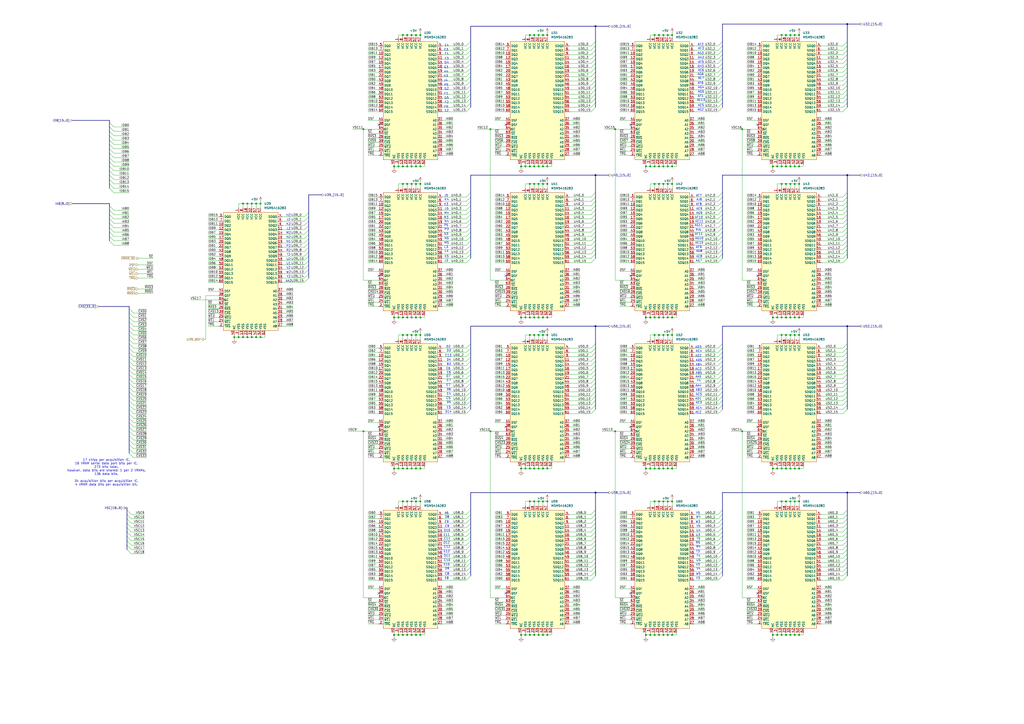
<source format=kicad_sch>
(kicad_sch (version 20250114) (generator "eeschema") (generator_version "9.0")
  (paper "A2")
  (text "D3" (at 260.35 203.454 0) (effects (font (size 1.27 1.27))))
  (text "AE2" (at 405.13 239.268 0) (effects (font (size 1.27 1.27))))
  (text "L5" (at 259.08 121.158 0) (effects (font (size 1.27 1.27))))
  (text "N1" (at 167.386 140.208 0) (effects (font (size 1.27 1.27))))
  (text "H5" (at 258.826 49.276 0) (effects (font (size 1.27 1.27))))
  (text "AG5" (at 406.654 53.34 0) (effects (font (size 1.27 1.27))))
  (text "J3" (at 258.826 151.384 0) (effects (font (size 1.27 1.27))))
  (text "E9" (at 259.08 302.768 0) (effects (font (size 1.27 1.27))))
  (text "C10" (at 259.334 325.12 0) (effects (font (size 1.27 1.27))))
  (text "J4" (at 258.572 46.736 0) (effects (font (size 1.27 1.27))))
  (text "D6" (at 260.35 226.06 0) (effects (font (size 1.27 1.27))))
  (text "AF5" (at 406.654 36.068 0) (effects (font (size 1.27 1.27))))
  (text "PIN" (at 405.13 133.604 0) (effects (font (size 1.27 1.27))))
  (text "M2" (at 167.386 135.128 0) (effects (font (size 1.27 1.27))))
  (text "D9" (at 259.334 329.946 0) (effects (font (size 1.27 1.27))))
  (text "Y4" (at 405.384 220.98 0) (effects (font (size 1.27 1.27))))
  (text "AH2" (at 406.654 33.528 0) (effects (font (size 1.27 1.27))))
  (text "M3" (at 258.826 126.238 0) (effects (font (size 1.27 1.27))))
  (text "P3" (at 259.08 133.096 0) (effects (font (size 1.27 1.27))))
  (text "L4" (at 259.08 145.796 0) (effects (font (size 1.27 1.27))))
  (text "AD3" (at 405.13 201.422 0) (effects (font (size 1.27 1.27))))
  (text "E13" (at 260.096 206.248 0) (effects (font (size 1.27 1.27))))
  (text "H2" (at 167.386 124.968 0) (effects (font (size 1.27 1.27))))
  (text "W4" (at 405.13 299.974 0) (effects (font (size 1.27 1.27))))
  (text "J2" (at 167.386 127.508 0) (effects (font (size 1.27 1.27))))
  (text "U4" (at 405.13 307.848 0) (effects (font (size 1.27 1.27))))
  (text "L3" (at 258.826 143.51 0) (effects (font (size 1.27 1.27))))
  (text "AG7" (at 405.384 151.384 0) (effects (font (size 1.27 1.27))))
  (text "AG9" (at 405.638 123.698 0) (effects (font (size 1.27 1.27))))
  (text "C6" (at 260.35 216.154 0) (effects (font (size 1.27 1.27))))
  (text "E11" (at 259.08 310.388 0) (effects (font (size 1.27 1.27))))
  (text "AA2" (at 167.386 163.068 0) (effects (font (size 1.27 1.27))))
  (text "U1" (at 167.386 152.908 0) (effects (font (size 1.27 1.27))))
  (text "AF10" (at 405.384 126.238 0) (effects (font (size 1.27 1.27))))
  (text "N2" (at 167.386 137.668 0) (effects (font (size 1.27 1.27))))
  (text "AE11" (at 405.638 128.524 0) (effects (font (size 1.27 1.27))))
  (text "AC5" (at 405.384 228.854 0) (effects (font (size 1.27 1.27))))
  (text "AC2" (at 405.13 214.122 0) (effects (font (size 1.27 1.27))))
  (text "D10" (at 259.334 307.848 0) (effects (font (size 1.27 1.27))))
  (text "D2" (at 260.096 201.168 0) (effects (font (size 1.27 1.27))))
  (text "E3" (at 258.826 28.956 0) (effects (font (size 1.27 1.27))))
  (text "G2" (at 259.08 51.562 0) (effects (font (size 1.27 1.27))))
  (text "AF11" (at 405.384 135.89 0) (effects (font (size 1.27 1.27))))
  (text "U2" (at 167.386 150.368 0) (effects (font (size 1.27 1.27))))
  (text "E10" (at 259.08 327.66 0) (effects (font (size 1.27 1.27))))
  (text "N4" (at 259.08 128.524 0) (effects (font (size 1.27 1.27))))
  (text "H4" (at 258.826 41.656 0) (effects (font (size 1.27 1.27))))
  (text "AE6" (at 406.654 40.894 0) (effects (font (size 1.27 1.27))))
  (text "R2" (at 167.386 145.288 0) (effects (font (size 1.27 1.27))))
  (text "AG3" (at 406.4 30.988 0) (effects (font (size 1.27 1.27))))
  (text "AF8" (at 405.384 118.618 0) (effects (font (size 1.27 1.27))))
  (text "K2" (at 167.386 130.048 0) (effects (font (size 1.27 1.27))))
  (text "G3" (at 258.826 39.116 0) (effects (font (size 1.27 1.27))))
  (text "G5" (at 259.08 56.896 0) (effects (font (size 1.27 1.27))))
  (text "M4" (at 259.08 123.698 0) (effects (font (size 1.27 1.27))))
  (text "F4" (at 259.08 31.242 0) (effects (font (size 1.27 1.27))))
  (text "AG2" (at 406.4 63.754 0) (effects (font (size 1.27 1.27))))
  (text "K4" (at 259.08 115.824 0) (effects (font (size 1.27 1.27))))
  (text "AA5" (at 405.13 218.694 0) (effects (font (size 1.27 1.27))))
  (text "V5" (at 405.13 305.308 0) (effects (font (size 1.27 1.27))))
  (text "AD1" (at 405.13 231.394 0) (effects (font (size 1.27 1.27))))
  (text "AF6" (at 406.4 48.26 0) (effects (font (size 1.27 1.27))))
  (text "F5" (at 258.826 61.976 0) (effects (font (size 1.27 1.27))))
  (text "AB3" (at 405.384 226.314 0) (effects (font (size 1.27 1.27))))
  (text "C7" (at 260.35 220.726 0) (effects (font (size 1.27 1.27))))
  (text "C9" (at 259.334 305.308 0) (effects (font (size 1.27 1.27))))
  (text "M5" (at 259.08 140.97 0) (effects (font (size 1.27 1.27))))
  (text "L2" (at 167.386 132.588 0) (effects (font (size 1.27 1.27))))
  (text "K3" (at 258.826 118.618 0) (effects (font (size 1.27 1.27))))
  (text "AF2" (at 406.4 25.908 0) (effects (font (size 1.27 1.27))))
  (text "AF9" (at 405.384 143.51 0) (effects (font (size 1.27 1.27))))
  (text "AF4" (at 406.4 55.88 0) (effects (font (size 1.27 1.27))))
  (text "T3" (at 404.876 320.04 0) (effects (font (size 1.27 1.27))))
  (text "V2" (at 167.386 155.448 0) (effects (font (size 1.27 1.27))))
  (text "E8" (at 259.08 335.534 0) (effects (font (size 1.27 1.27))))
  (text "W2" (at 167.386 157.988 0) (effects (font (size 1.27 1.27))))
  (text "A6" (at 259.08 297.688 0) (effects (font (size 1.27 1.27))))
  (text "AA4" (at 405.13 223.774 0) (effects (font (size 1.27 1.27))))
  (text "W3" (at 404.876 302.768 0) (effects (font (size 1.27 1.27))))
  (text "Y3" (at 404.876 335.534 0) (effects (font (size 1.27 1.27))))
  (text "AE13" (at 406.654 58.166 0) (effects (font (size 1.27 1.27))))
  (text "U5" (at 405.13 325.12 0) (effects (font (size 1.27 1.27))))
  (text "E5" (at 260.35 236.474 0) (effects (font (size 1.27 1.27))))
  (text "AJ6" (at 405.638 115.824 0) (effects (font (size 1.27 1.27))))
  (text "E6" (at 260.096 213.868 0) (effects (font (size 1.27 1.27))))
  (text "AE10" (at 405.638 140.97 0) (effects (font (size 1.27 1.27))))
  (text "AE4" (at 405.384 236.728 0) (effects (font (size 1.27 1.27))))
  (text "C12" (at 259.334 317.246 0) (effects (font (size 1.27 1.27))))
  (text "F3" (at 259.08 34.036 0) (effects (font (size 1.27 1.27))))
  (text "R4" (at 405.13 317.246 0) (effects (font (size 1.27 1.27))))
  (text "AH3" (at 406.4 38.608 0) (effects (font (size 1.27 1.27))))
  (text "AB5" (at 405.384 216.408 0) (effects (font (size 1.27 1.27))))
  (text "D7" (at 260.096 218.44 0) (effects (font (size 1.27 1.27))))
  (text "F2" (at 259.08 59.436 0) (effects (font (size 1.27 1.27))))
  (text "N5" (at 259.08 138.43 0) (effects (font (size 1.27 1.27))))
  (text "E2" (at 259.08 64.262 0) (effects (font (size 1.27 1.27))))
  (text "V4" (at 405.13 329.946 0) (effects (font (size 1.27 1.27))))
  (text "W5" (at 405.13 332.994 0) (effects (font (size 1.27 1.27))))
  (text "E7" (at 260.096 223.52 0) (effects (font (size 1.27 1.27))))
  (text "C8" (at 259.334 332.994 0) (effects (font (size 1.27 1.27))))
  (text "R5" (at 404.876 314.96 0) (effects (font (size 1.27 1.27))))
  (text "AG8" (at 405.638 145.796 0) (effects (font (size 1.27 1.27))))
  (text "V3" (at 404.876 327.66 0) (effects (font (size 1.27 1.27))))
  (text "B3" (at 260.35 211.328 0) (effects (font (size 1.27 1.27))))
  (text "D14" (at 260.096 239.014 0) (effects (font (size 1.27 1.27))))
  (text "D11" (at 259.334 322.58 0) (effects (font (size 1.27 1.27))))
  (text "AG11" (at 405.384 130.81 0) (effects (font (size 1.27 1.27))))
  (text "T2" (at 167.386 147.828 0) (effects (font (size 1.27 1.27))))
  (text "AG10" (at 405.638 138.43 0) (effects (font (size 1.27 1.27))))
  (text "K5" (at 259.08 148.844 0) (effects (font (size 1.27 1.27))))
  (text "AC3" (at 405.384 233.68 0) (effects (font (size 1.27 1.27))))
  (text "C5" (at 260.096 231.14 0) (effects (font (size 1.27 1.27))))
  (text "P2" (at 167.386 142.748 0) (effects (font (size 1.27 1.27))))
  (text "H3" (at 258.572 44.196 0) (effects (font (size 1.27 1.27))))
  (text "AG6" (at 406.4 43.18 0) (effects (font (size 1.27 1.27))))
  (text "AE8" (at 405.638 148.844 0) (effects (font (size 1.27 1.27))))
  (text "AE9" (at 405.638 121.158 0) (effects (font (size 1.27 1.27))))
  (text "C11" (at 259.334 312.674 0) (effects (font (size 1.27 1.27))))
  (text "AB4" (at 405.384 211.582 0) (effects (font (size 1.27 1.27))))
  (text "AD5" (at 405.384 209.042 0) (effects (font (size 1.27 1.27))))
  (text "D12" (at 259.08 314.96 0) (effects (font (size 1.27 1.27))))
  (text "AC4" (at 405.384 203.708 0) (effects (font (size 1.27 1.27))))
  (text "AF3" (at 406.654 28.194 0) (effects (font (size 1.27 1.27))))
  (text "E12" (at 259.08 320.04 0) (effects (font (size 1.27 1.27))))
  (text "Y2" (at 167.386 160.528 0) (effects (font (size 1.27 1.27))))
  (text "P5" (at 258.826 130.81 0) (effects (font (size 1.27 1.27))))
  (text "E4" (at 259.08 26.416 0) (effects (font (size 1.27 1.27))))
  (text "D4" (at 260.35 208.788 0) (effects (font (size 1.27 1.27))))
  (text "AE5" (at 406.654 61.214 0) (effects (font (size 1.27 1.27))))
  (text "D8" (at 259.334 299.974 0) (effects (font (size 1.27 1.27))))
  (text "U3" (at 404.876 310.388 0) (effects (font (size 1.27 1.27))))
  (text "Y5" (at 404.876 297.688 0) (effects (font (size 1.27 1.27))))
  (text "N3" (at 258.826 135.89 0) (effects (font (size 1.27 1.27))))
  (text "T5" (at 405.13 312.674 0) (effects (font (size 1.27 1.27))))
  (text "AG4" (at 406.654 50.8 0) (effects (font (size 1.27 1.27))))
  (text "17 chips per acquisition IC.\n16 VRAM serial data port bits per IC.\n272 bits total.\nhowever, data bits are shared: 1 per 2 VRAMs.\n136 data bits.\n\n34 acquisition bits per acquisition IC.\n4 VRAM data bits per acquisition bit." (at 61.722 274.066 0) (effects (font (size 1.27 1.27))))
  (text "C4" (at 260.35 228.6 0) (effects (font (size 1.27 1.27))))
  (text "G4" (at 259.08 36.322 0) (effects (font (size 1.27 1.27))))
  (text "AF7" (at 405.384 113.538 0) (effects (font (size 1.27 1.27))))
  (text "AD2" (at 405.13 206.502 0) (effects (font (size 1.27 1.27))))
  (text "J5" (at 258.826 113.538 0) (effects (font (size 1.27 1.27))))
  (text "F1" (at 258.826 54.356 0) (effects (font (size 1.27 1.27))))
  (text "T4" (at 405.13 322.58 0) (effects (font (size 1.27 1.27))))
  (text "AE7" (at 406.654 45.466 0) (effects (font (size 1.27 1.27))))
  (text "D5" (at 260.35 233.426 0) (effects (font (size 1.27 1.27))))
  (junction (at 382.27 106.68))
  (junction (at 389.89 20.32))
  (junction (at 243.84 194.31))
  (junction (at 463.55 290.83))
  (junction (at 243.84 271.78))
  (junction (at 389.89 271.78))
  (junction (at 374.65 96.52))
  (junction (at 151.13 118.11))
  (junction (at 345.44 101.6))
  (junction (at 241.3 106.68))
  (junction (at 461.01 20.32))
  (junction (at 374.65 271.78))
  (junction (at 243.84 184.15))
  (junction (at 314.96 368.3))
  (junction (at 387.35 271.78))
  (junction (at 304.8 184.15))
  (junction (at 458.47 20.32))
  (junction (at 463.55 106.68))
  (junction (at 345.44 285.75))
  (junction (at 148.59 118.11))
  (junction (at 453.39 20.32))
  (junction (at 491.49 285.75))
  (junction (at 309.88 106.68))
  (junction (at 302.26 368.3))
  (junction (at 210.82 250.19))
  (junction (at 455.93 194.31))
  (junction (at 317.5 20.32))
  (junction (at 387.35 184.15))
  (junction (at 377.19 184.15))
  (junction (at 448.31 184.15))
  (junction (at 151.13 195.58))
  (junction (at 453.39 290.83))
  (junction (at 382.27 184.15))
  (junction (at 241.3 194.31))
  (junction (at 238.76 20.32))
  (junction (at 458.47 271.78))
  (junction (at 317.5 368.3))
  (junction (at 317.5 106.68))
  (junction (at 317.5 271.78))
  (junction (at 243.84 368.3))
  (junction (at 374.65 368.3))
  (junction (at 238.76 96.52))
  (junction (at 210.82 74.93))
  (junction (at 243.84 106.68))
  (junction (at 458.47 368.3))
  (junction (at 148.59 195.58))
  (junction (at 455.93 96.52))
  (junction (at 243.84 96.52))
  (junction (at 233.68 194.31))
  (junction (at 231.14 184.15))
  (junction (at 448.31 271.78))
  (junction (at 389.89 368.3))
  (junction (at 233.68 106.68))
  (junction (at 461.01 368.3))
  (junction (at 307.34 271.78))
  (junction (at 138.43 195.58))
  (junction (at 317.5 184.15))
  (junction (at 309.88 368.3))
  (junction (at 236.22 368.3))
  (junction (at 448.31 96.52))
  (junction (at 243.84 20.32))
  (junction (at 241.3 368.3))
  (junction (at 238.76 290.83))
  (junction (at 228.6 368.3))
  (junction (at 458.47 96.52))
  (junction (at 302.26 184.15))
  (junction (at 345.44 15.24))
  (junction (at 314.96 184.15))
  (junction (at 458.47 184.15))
  (junction (at 284.48 74.93))
  (junction (at 317.5 194.31))
  (junction (at 302.26 96.52))
  (junction (at 387.35 20.32))
  (junction (at 146.05 118.11))
  (junction (at 379.73 194.31))
  (junction (at 228.6 96.52))
  (junction (at 233.68 184.15))
  (junction (at 379.73 96.52))
  (junction (at 382.27 271.78))
  (junction (at 307.34 184.15))
  (junction (at 453.39 368.3))
  (junction (at 241.3 290.83))
  (junction (at 455.93 368.3))
  (junction (at 377.19 368.3))
  (junction (at 384.81 368.3))
  (junction (at 309.88 194.31))
  (junction (at 384.81 290.83))
  (junction (at 450.85 184.15))
  (junction (at 238.76 194.31))
  (junction (at 312.42 20.32))
  (junction (at 379.73 184.15))
  (junction (at 377.19 96.52))
  (junction (at 461.01 271.78))
  (junction (at 384.81 184.15))
  (junction (at 387.35 106.68))
  (junction (at 461.01 184.15))
  (junction (at 458.47 290.83))
  (junction (at 382.27 20.32))
  (junction (at 382.27 290.83))
  (junction (at 384.81 20.32))
  (junction (at 314.96 20.32))
  (junction (at 450.85 96.52))
  (junction (at 377.19 271.78))
  (junction (at 317.5 290.83))
  (junction (at 491.49 13.97))
  (junction (at 233.68 96.52))
  (junction (at 455.93 271.78))
  (junction (at 314.96 96.52))
  (junction (at 143.51 195.58))
  (junction (at 453.39 194.31))
  (junction (at 491.49 101.6))
  (junction (at 389.89 184.15))
  (junction (at 236.22 271.78))
  (junction (at 307.34 96.52))
  (junction (at 236.22 194.31))
  (junction (at 238.76 271.78))
  (junction (at 345.44 189.23))
  (junction (at 284.48 250.19))
  (junction (at 463.55 96.52))
  (junction (at 453.39 271.78))
  (junction (at 448.31 368.3))
  (junction (at 461.01 290.83))
  (junction (at 309.88 20.32))
  (junction (at 307.34 194.31))
  (junction (at 455.93 184.15))
  (junction (at 309.88 184.15))
  (junction (at 307.34 106.68))
  (junction (at 463.55 184.15))
  (junction (at 463.55 368.3))
  (junction (at 491.49 189.23))
  (junction (at 304.8 271.78))
  (junction (at 384.81 271.78))
  (junction (at 135.89 195.58))
  (junction (at 387.35 194.31))
  (junction (at 379.73 271.78))
  (junction (at 463.55 20.32))
  (junction (at 307.34 290.83))
  (junction (at 302.26 271.78))
  (junction (at 143.51 118.11))
  (junction (at 236.22 106.68))
  (junction (at 304.8 96.52))
  (junction (at 238.76 106.68))
  (junction (at 236.22 96.52))
  (junction (at 384.81 96.52))
  (junction (at 236.22 290.83))
  (junction (at 309.88 271.78))
  (junction (at 312.42 290.83))
  (junction (at 241.3 96.52))
  (junction (at 382.27 96.52))
  (junction (at 146.05 195.58))
  (junction (at 461.01 106.68))
  (junction (at 453.39 106.68))
  (junction (at 231.14 368.3))
  (junction (at 238.76 184.15))
  (junction (at 231.14 271.78))
  (junction (at 387.35 368.3))
  (junction (at 231.14 96.52))
  (junction (at 379.73 106.68))
  (junction (at 233.68 368.3))
  (junction (at 374.65 184.15))
  (junction (at 356.87 250.19))
  (junction (at 312.42 184.15))
  (junction (at 356.87 74.93))
  (junction (at 453.39 184.15))
  (junction (at 463.55 194.31))
  (junction (at 307.34 20.32))
  (junction (at 312.42 194.31))
  (junction (at 379.73 368.3))
  (junction (at 379.73 20.32))
  (junction (at 241.3 271.78))
  (junction (at 304.8 368.3))
  (junction (at 241.3 20.32))
  (junction (at 384.81 194.31))
  (junction (at 453.39 96.52))
  (junction (at 312.42 271.78))
  (junction (at 233.68 290.83))
  (junction (at 140.97 118.11))
  (junction (at 312.42 368.3))
  (junction (at 461.01 194.31))
  (junction (at 455.93 290.83))
  (junction (at 450.85 271.78))
  (junction (at 389.89 194.31))
  (junction (at 384.81 106.68))
  (junction (at 243.84 290.83))
  (junction (at 312.42 96.52))
  (junction (at 379.73 290.83))
  (junction (at 430.53 250.19))
  (junction (at 314.96 194.31))
  (junction (at 228.6 184.15))
  (junction (at 307.34 368.3))
  (junction (at 450.85 368.3))
  (junction (at 382.27 368.3))
  (junction (at 458.47 106.68))
  (junction (at 312.42 106.68))
  (junction (at 463.55 271.78))
  (junction (at 317.5 96.52))
  (junction (at 241.3 184.15))
  (junction (at 236.22 184.15))
  (junction (at 314.96 106.68))
  (junction (at 140.97 195.58))
  (junction (at 309.88 96.52))
  (junction (at 228.6 271.78))
  (junction (at 389.89 290.83))
  (junction (at 309.88 290.83))
  (junction (at 238.76 368.3))
  (junction (at 233.68 271.78))
  (junction (at 314.96 290.83))
  (junction (at 430.53 74.93))
  (junction (at 233.68 20.32))
  (junction (at 387.35 96.52))
  (junction (at 458.47 194.31))
  (junction (at 382.27 194.31))
  (junction (at 314.96 271.78))
  (junction (at 455.93 106.68))
  (junction (at 455.93 20.32))
  (junction (at 389.89 106.68))
  (junction (at 236.22 20.32))
  (junction (at 461.01 96.52))
  (junction (at 389.89 96.52))
  (junction (at 387.35 290.83))
  (no_connect (at 439.42 160.02))
  (no_connect (at 439.42 72.39))
  (no_connect (at 219.71 72.39))
  (no_connect (at 439.42 247.65))
  (no_connect (at 219.71 344.17))
  (no_connect (at 365.76 344.17))
  (no_connect (at 219.71 160.02))
  (no_connect (at 293.37 160.02))
  (no_connect (at 293.37 72.39))
  (no_connect (at 219.71 247.65))
  (no_connect (at 365.76 247.65))
  (no_connect (at 293.37 247.65))
  (no_connect (at 365.76 160.02))
  (no_connect (at 439.42 344.17))
  (no_connect (at 365.76 72.39))
  (no_connect (at 293.37 344.17))
  (bus_entry (at 491.49 234.95) (size -2.54 2.54))
  (bus_entry (at 419.1 29.21) (size -2.54 2.54))
  (bus_entry (at 491.49 127) (size -2.54 2.54))
  (bus_entry (at 419.1 129.54) (size -2.54 2.54))
  (bus_entry (at 63.5 106.68) (size 2.54 2.54))
  (bus_entry (at 419.1 313.69) (size -2.54 2.54))
  (bus_entry (at 74.93 229.87) (size 2.54 2.54))
  (bus_entry (at 491.49 212.09) (size -2.54 2.54))
  (bus_entry (at 491.49 323.85) (size -2.54 2.54))
  (bus_entry (at 345.44 129.54) (size -2.54 2.54))
  (bus_entry (at 273.05 52.07) (size -2.54 2.54))
  (bus_entry (at 491.49 311.15) (size -2.54 2.54))
  (bus_entry (at 419.1 321.31) (size -2.54 2.54))
  (bus_entry (at 273.05 26.67) (size -2.54 2.54))
  (bus_entry (at 273.05 44.45) (size -2.54 2.54))
  (bus_entry (at 419.1 204.47) (size -2.54 2.54))
  (bus_entry (at 63.5 99.06) (size 2.54 2.54))
  (bus_entry (at 491.49 49.53) (size -2.54 2.54))
  (bus_entry (at 345.44 298.45) (size -2.54 2.54))
  (bus_entry (at 491.49 331.47) (size -2.54 2.54))
  (bus_entry (at 419.1 26.67) (size -2.54 2.54))
  (bus_entry (at 491.49 207.01) (size -2.54 2.54))
  (bus_entry (at 491.49 139.7) (size -2.54 2.54))
  (bus_entry (at 273.05 298.45) (size -2.54 2.54))
  (bus_entry (at 273.05 212.09) (size -2.54 2.54))
  (bus_entry (at 491.49 149.86) (size -2.54 2.54))
  (bus_entry (at 273.05 124.46) (size -2.54 2.54))
  (bus_entry (at 491.49 306.07) (size -2.54 2.54))
  (bus_entry (at 345.44 316.23) (size -2.54 2.54))
  (bus_entry (at 273.05 41.91) (size -2.54 2.54))
  (bus_entry (at 273.05 129.54) (size -2.54 2.54))
  (bus_entry (at 491.49 201.93) (size -2.54 2.54))
  (bus_entry (at 63.5 124.46) (size 2.54 2.54))
  (bus_entry (at 273.05 149.86) (size -2.54 2.54))
  (bus_entry (at 273.05 24.13) (size -2.54 2.54))
  (bus_entry (at 273.05 229.87) (size -2.54 2.54))
  (bus_entry (at 345.44 36.83) (size -2.54 2.54))
  (bus_entry (at 273.05 209.55) (size -2.54 2.54))
  (bus_entry (at 179.07 156.21) (size -2.54 2.54))
  (bus_entry (at 179.07 125.73) (size -2.54 2.54))
  (bus_entry (at 491.49 57.15) (size -2.54 2.54))
  (bus_entry (at 419.1 41.91) (size -2.54 2.54))
  (bus_entry (at 491.49 124.46) (size -2.54 2.54))
  (bus_entry (at 74.93 240.03) (size 2.54 2.54))
  (bus_entry (at 273.05 39.37) (size -2.54 2.54))
  (bus_entry (at 345.44 306.07) (size -2.54 2.54))
  (bus_entry (at 491.49 237.49) (size -2.54 2.54))
  (bus_entry (at 491.49 44.45) (size -2.54 2.54))
  (bus_entry (at 419.1 199.39) (size -2.54 2.54))
  (bus_entry (at 491.49 62.23) (size -2.54 2.54))
  (bus_entry (at 419.1 328.93) (size -2.54 2.54))
  (bus_entry (at 491.49 334.01) (size -2.54 2.54))
  (bus_entry (at 345.44 62.23) (size -2.54 2.54))
  (bus_entry (at 345.44 326.39) (size -2.54 2.54))
  (bus_entry (at 419.1 31.75) (size -2.54 2.54))
  (bus_entry (at 345.44 201.93) (size -2.54 2.54))
  (bus_entry (at 345.44 144.78) (size -2.54 2.54))
  (bus_entry (at 273.05 114.3) (size -2.54 2.54))
  (bus_entry (at 419.1 59.69) (size -2.54 2.54))
  (bus_entry (at 63.5 93.98) (size 2.54 2.54))
  (bus_entry (at 419.1 111.76) (size -2.54 2.54))
  (bus_entry (at 419.1 318.77) (size -2.54 2.54))
  (bus_entry (at 419.1 219.71) (size -2.54 2.54))
  (bus_entry (at 419.1 323.85) (size -2.54 2.54))
  (bus_entry (at 345.44 212.09) (size -2.54 2.54))
  (bus_entry (at 345.44 308.61) (size -2.54 2.54))
  (bus_entry (at 491.49 326.39) (size -2.54 2.54))
  (bus_entry (at 419.1 308.61) (size -2.54 2.54))
  (bus_entry (at 273.05 308.61) (size -2.54 2.54))
  (bus_entry (at 345.44 59.69) (size -2.54 2.54))
  (bus_entry (at 74.93 194.31) (size 2.54 2.54))
  (bus_entry (at 419.1 326.39) (size -2.54 2.54))
  (bus_entry (at 273.05 316.23) (size -2.54 2.54))
  (bus_entry (at 74.93 227.33) (size 2.54 2.54))
  (bus_entry (at 345.44 222.25) (size -2.54 2.54))
  (bus_entry (at 273.05 323.85) (size -2.54 2.54))
  (bus_entry (at 345.44 313.69) (size -2.54 2.54))
  (bus_entry (at 273.05 334.01) (size -2.54 2.54))
  (bus_entry (at 273.05 36.83) (size -2.54 2.54))
  (bus_entry (at 179.07 151.13) (size -2.54 2.54))
  (bus_entry (at 63.5 134.62) (size 2.54 2.54))
  (bus_entry (at 345.44 57.15) (size -2.54 2.54))
  (bus_entry (at 419.1 46.99) (size -2.54 2.54))
  (bus_entry (at 419.1 331.47) (size -2.54 2.54))
  (bus_entry (at 491.49 318.77) (size -2.54 2.54))
  (bus_entry (at 345.44 142.24) (size -2.54 2.54))
  (bus_entry (at 345.44 328.93) (size -2.54 2.54))
  (bus_entry (at 419.1 24.13) (size -2.54 2.54))
  (bus_entry (at 273.05 222.25) (size -2.54 2.54))
  (bus_entry (at 345.44 147.32) (size -2.54 2.54))
  (bus_entry (at 76.2 298.45) (size -2.54 -2.54))
  (bus_entry (at 273.05 137.16) (size -2.54 2.54))
  (bus_entry (at 491.49 52.07) (size -2.54 2.54))
  (bus_entry (at 491.49 114.3) (size -2.54 2.54))
  (bus_entry (at 491.49 34.29) (size -2.54 2.54))
  (bus_entry (at 491.49 229.87) (size -2.54 2.54))
  (bus_entry (at 345.44 114.3) (size -2.54 2.54))
  (bus_entry (at 273.05 234.95) (size -2.54 2.54))
  (bus_entry (at 491.49 129.54) (size -2.54 2.54))
  (bus_entry (at 419.1 209.55) (size -2.54 2.54))
  (bus_entry (at 419.1 142.24) (size -2.54 2.54))
  (bus_entry (at 74.93 222.25) (size 2.54 2.54))
  (bus_entry (at 273.05 119.38) (size -2.54 2.54))
  (bus_entry (at 345.44 24.13) (size -2.54 2.54))
  (bus_entry (at 419.1 217.17) (size -2.54 2.54))
  (bus_entry (at 273.05 326.39) (size -2.54 2.54))
  (bus_entry (at 273.05 321.31) (size -2.54 2.54))
  (bus_entry (at 179.07 135.89) (size -2.54 2.54))
  (bus_entry (at 419.1 303.53) (size -2.54 2.54))
  (bus_entry (at 74.93 247.65) (size 2.54 2.54))
  (bus_entry (at 273.05 217.17) (size -2.54 2.54))
  (bus_entry (at 273.05 313.69) (size -2.54 2.54))
  (bus_entry (at 179.07 140.97) (size -2.54 2.54))
  (bus_entry (at 491.49 134.62) (size -2.54 2.54))
  (bus_entry (at 345.44 321.31) (size -2.54 2.54))
  (bus_entry (at 345.44 132.08) (size -2.54 2.54))
  (bus_entry (at 491.49 232.41) (size -2.54 2.54))
  (bus_entry (at 273.05 306.07) (size -2.54 2.54))
  (bus_entry (at 419.1 39.37) (size -2.54 2.54))
  (bus_entry (at 345.44 44.45) (size -2.54 2.54))
  (bus_entry (at 179.07 133.35) (size -2.54 2.54))
  (bus_entry (at 74.93 237.49) (size 2.54 2.54))
  (bus_entry (at 345.44 26.67) (size -2.54 2.54))
  (bus_entry (at 491.49 31.75) (size -2.54 2.54))
  (bus_entry (at 273.05 29.21) (size -2.54 2.54))
  (bus_entry (at 63.5 91.44) (size 2.54 2.54))
  (bus_entry (at 419.1 124.46) (size -2.54 2.54))
  (bus_entry (at 76.2 306.07) (size -2.54 -2.54))
  (bus_entry (at 419.1 34.29) (size -2.54 2.54))
  (bus_entry (at 419.1 207.01) (size -2.54 2.54))
  (bus_entry (at 419.1 214.63) (size -2.54 2.54))
  (bus_entry (at 345.44 199.39) (size -2.54 2.54))
  (bus_entry (at 491.49 116.84) (size -2.54 2.54))
  (bus_entry (at 63.5 96.52) (size 2.54 2.54))
  (bus_entry (at 273.05 49.53) (size -2.54 2.54))
  (bus_entry (at 345.44 311.15) (size -2.54 2.54))
  (bus_entry (at 273.05 132.08) (size -2.54 2.54))
  (bus_entry (at 491.49 209.55) (size -2.54 2.54))
  (bus_entry (at 63.5 139.7) (size 2.54 2.54))
  (bus_entry (at 419.1 144.78) (size -2.54 2.54))
  (bus_entry (at 491.49 24.13) (size -2.54 2.54))
  (bus_entry (at 491.49 144.78) (size -2.54 2.54))
  (bus_entry (at 74.93 219.71) (size 2.54 2.54))
  (bus_entry (at 273.05 134.62) (size -2.54 2.54))
  (bus_entry (at 273.05 139.7) (size -2.54 2.54))
  (bus_entry (at 273.05 328.93) (size -2.54 2.54))
  (bus_entry (at 74.93 250.19) (size 2.54 2.54))
  (bus_entry (at 179.07 148.59) (size -2.54 2.54))
  (bus_entry (at 419.1 311.15) (size -2.54 2.54))
  (bus_entry (at 345.44 237.49) (size -2.54 2.54))
  (bus_entry (at 419.1 114.3) (size -2.54 2.54))
  (bus_entry (at 273.05 227.33) (size -2.54 2.54))
  (bus_entry (at 419.1 137.16) (size -2.54 2.54))
  (bus_entry (at 273.05 57.15) (size -2.54 2.54))
  (bus_entry (at 345.44 46.99) (size -2.54 2.54))
  (bus_entry (at 345.44 303.53) (size -2.54 2.54))
  (bus_entry (at 419.1 234.95) (size -2.54 2.54))
  (bus_entry (at 74.93 255.27) (size 2.54 2.54))
  (bus_entry (at 273.05 54.61) (size -2.54 2.54))
  (bus_entry (at 179.07 161.29) (size -2.54 2.54))
  (bus_entry (at 345.44 137.16) (size -2.54 2.54))
  (bus_entry (at 491.49 321.31) (size -2.54 2.54))
  (bus_entry (at 273.05 224.79) (size -2.54 2.54))
  (bus_entry (at 491.49 111.76) (size -2.54 2.54))
  (bus_entry (at 74.93 214.63) (size 2.54 2.54))
  (bus_entry (at 345.44 52.07) (size -2.54 2.54))
  (bus_entry (at 419.1 147.32) (size -2.54 2.54))
  (bus_entry (at 491.49 54.61) (size -2.54 2.54))
  (bus_entry (at 491.49 217.17) (size -2.54 2.54))
  (bus_entry (at 419.1 127) (size -2.54 2.54))
  (bus_entry (at 63.5 86.36) (size 2.54 2.54))
  (bus_entry (at 273.05 318.77) (size -2.54 2.54))
  (bus_entry (at 491.49 39.37) (size -2.54 2.54))
  (bus_entry (at 76.2 308.61) (size -2.54 -2.54))
  (bus_entry (at 76.2 311.15) (size -2.54 -2.54))
  (bus_entry (at 179.07 138.43) (size -2.54 2.54))
  (bus_entry (at 419.1 222.25) (size -2.54 2.54))
  (bus_entry (at 63.5 71.12) (size 2.54 2.54))
  (bus_entry (at 491.49 214.63) (size -2.54 2.54))
  (bus_entry (at 419.1 134.62) (size -2.54 2.54))
  (bus_entry (at 419.1 306.07) (size -2.54 2.54))
  (bus_entry (at 419.1 334.01) (size -2.54 2.54))
  (bus_entry (at 345.44 295.91) (size -2.54 2.54))
  (bus_entry (at 345.44 34.29) (size -2.54 2.54))
  (bus_entry (at 273.05 214.63) (size -2.54 2.54))
  (bus_entry (at 491.49 295.91) (size -2.54 2.54))
  (bus_entry (at 419.1 49.53) (size -2.54 2.54))
  (bus_entry (at 273.05 201.93) (size -2.54 2.54))
  (bus_entry (at 74.93 199.39) (size 2.54 2.54))
  (bus_entry (at 74.93 245.11) (size 2.54 2.54))
  (bus_entry (at 273.05 232.41) (size -2.54 2.54))
  (bus_entry (at 76.2 313.69) (size -2.54 -2.54))
  (bus_entry (at 345.44 331.47) (size -2.54 2.54))
  (bus_entry (at 419.1 149.86) (size -2.54 2.54))
  (bus_entry (at 63.5 109.22) (size 2.54 2.54))
  (bus_entry (at 63.5 127) (size 2.54 2.54))
  (bus_entry (at 345.44 121.92) (size -2.54 2.54))
  (bus_entry (at 491.49 36.83) (size -2.54 2.54))
  (bus_entry (at 419.1 54.61) (size -2.54 2.54))
  (bus_entry (at 273.05 204.47) (size -2.54 2.54))
  (bus_entry (at 74.93 189.23) (size 2.54 2.54))
  (bus_entry (at 345.44 119.38) (size -2.54 2.54))
  (bus_entry (at 345.44 111.76) (size -2.54 2.54))
  (bus_entry (at 76.2 303.53) (size -2.54 -2.54))
  (bus_entry (at 345.44 41.91) (size -2.54 2.54))
  (bus_entry (at 63.5 119.38) (size 2.54 2.54))
  (bus_entry (at 63.5 76.2) (size 2.54 2.54))
  (bus_entry (at 74.93 260.35) (size 2.54 2.54))
  (bus_entry (at 491.49 303.53) (size -2.54 2.54))
  (bus_entry (at 74.93 186.69) (size 2.54 2.54))
  (bus_entry (at 76.2 321.31) (size -2.54 -2.54))
  (bus_entry (at 179.07 146.05) (size -2.54 2.54))
  (bus_entry (at 491.49 308.61) (size -2.54 2.54))
  (bus_entry (at 419.1 132.08) (size -2.54 2.54))
  (bus_entry (at 419.1 232.41) (size -2.54 2.54))
  (bus_entry (at 345.44 224.79) (size -2.54 2.54))
  (bus_entry (at 491.49 227.33) (size -2.54 2.54))
  (bus_entry (at 491.49 46.99) (size -2.54 2.54))
  (bus_entry (at 74.93 234.95) (size 2.54 2.54))
  (bus_entry (at 179.07 128.27) (size -2.54 2.54))
  (bus_entry (at 273.05 31.75) (size -2.54 2.54))
  (bus_entry (at 74.93 204.47) (size 2.54 2.54))
  (bus_entry (at 491.49 328.93) (size -2.54 2.54))
  (bus_entry (at 345.44 149.86) (size -2.54 2.54))
  (bus_entry (at 63.5 73.66) (size 2.54 2.54))
  (bus_entry (at 345.44 234.95) (size -2.54 2.54))
  (bus_entry (at 345.44 219.71) (size -2.54 2.54))
  (bus_entry (at 179.07 143.51) (size -2.54 2.54))
  (bus_entry (at 419.1 62.23) (size -2.54 2.54))
  (bus_entry (at 345.44 39.37) (size -2.54 2.54))
  (bus_entry (at 345.44 217.17) (size -2.54 2.54))
  (bus_entry (at 419.1 298.45) (size -2.54 2.54))
  (bus_entry (at 273.05 207.01) (size -2.54 2.54))
  (bus_entry (at 345.44 127) (size -2.54 2.54))
  (bus_entry (at 273.05 144.78) (size -2.54 2.54))
  (bus_entry (at 419.1 44.45) (size -2.54 2.54))
  (bus_entry (at 491.49 204.47) (size -2.54 2.54))
  (bus_entry (at 491.49 147.32) (size -2.54 2.54))
  (bus_entry (at 491.49 119.38) (size -2.54 2.54))
  (bus_entry (at 273.05 142.24) (size -2.54 2.54))
  (bus_entry (at 345.44 134.62) (size -2.54 2.54))
  (bus_entry (at 63.5 101.6) (size 2.54 2.54))
  (bus_entry (at 491.49 29.21) (size -2.54 2.54))
  (bus_entry (at 345.44 214.63) (size -2.54 2.54))
  (bus_entry (at 419.1 36.83) (size -2.54 2.54))
  (bus_entry (at 74.93 196.85) (size 2.54 2.54))
  (bus_entry (at 273.05 219.71) (size -2.54 2.54))
  (bus_entry (at 273.05 59.69) (size -2.54 2.54))
  (bus_entry (at 273.05 311.15) (size -2.54 2.54))
  (bus_entry (at 273.05 295.91) (size -2.54 2.54))
  (bus_entry (at 63.5 83.82) (size 2.54 2.54))
  (bus_entry (at 491.49 300.99) (size -2.54 2.54))
  (bus_entry (at 273.05 46.99) (size -2.54 2.54))
  (bus_entry (at 273.05 303.53) (size -2.54 2.54))
  (bus_entry (at 419.1 201.93) (size -2.54 2.54))
  (bus_entry (at 491.49 313.69) (size -2.54 2.54))
  (bus_entry (at 491.49 137.16) (size -2.54 2.54))
  (bus_entry (at 345.44 116.84) (size -2.54 2.54))
  (bus_entry (at 74.93 209.55) (size 2.54 2.54))
  (bus_entry (at 491.49 59.69) (size -2.54 2.54))
  (bus_entry (at 345.44 31.75) (size -2.54 2.54))
  (bus_entry (at 74.93 232.41) (size 2.54 2.54))
  (bus_entry (at 491.49 26.67) (size -2.54 2.54))
  (bus_entry (at 345.44 300.99) (size -2.54 2.54))
  (bus_entry (at 419.1 116.84) (size -2.54 2.54))
  (bus_entry (at 273.05 147.32) (size -2.54 2.54))
  (bus_entry (at 345.44 204.47) (size -2.54 2.54))
  (bus_entry (at 74.93 207.01) (size 2.54 2.54))
  (bus_entry (at 419.1 224.79) (size -2.54 2.54))
  (bus_entry (at 74.93 179.07) (size 2.54 2.54))
  (bus_entry (at 419.1 227.33) (size -2.54 2.54))
  (bus_entry (at 419.1 295.91) (size -2.54 2.54))
  (bus_entry (at 74.93 242.57) (size 2.54 2.54))
  (bus_entry (at 491.49 298.45) (size -2.54 2.54))
  (bus_entry (at 63.5 129.54) (size 2.54 2.54))
  (bus_entry (at 419.1 57.15) (size -2.54 2.54))
  (bus_entry (at 491.49 41.91) (size -2.54 2.54))
  (bus_entry (at 419.1 139.7) (size -2.54 2.54))
  (bus_entry (at 491.49 199.39) (size -2.54 2.54))
  (bus_entry (at 273.05 62.23) (size -2.54 2.54))
  (bus_entry (at 63.5 121.92) (size 2.54 2.54))
  (bus_entry (at 273.05 116.84) (size -2.54 2.54))
  (bus_entry (at 419.1 212.09) (size -2.54 2.54))
  (bus_entry (at 491.49 121.92) (size -2.54 2.54))
  (bus_entry (at 63.5 137.16) (size 2.54 2.54))
  (bus_entry (at 345.44 232.41) (size -2.54 2.54))
  (bus_entry (at 76.2 318.77) (size -2.54 -2.54))
  (bus_entry (at 345.44 49.53) (size -2.54 2.54))
  (bus_entry (at 491.49 219.71) (size -2.54 2.54))
  (bus_entry (at 345.44 334.01) (size -2.54 2.54))
  (bus_entry (at 491.49 316.23) (size -2.54 2.54))
  (bus_entry (at 179.07 123.19) (size -2.54 2.54))
  (bus_entry (at 74.93 262.89) (size 2.54 2.54))
  (bus_entry (at 345.44 29.21) (size -2.54 2.54))
  (bus_entry (at 345.44 209.55) (size -2.54 2.54))
  (bus_entry (at 179.07 153.67) (size -2.54 2.54))
  (bus_entry (at 491.49 224.79) (size -2.54 2.54))
  (bus_entry (at 419.1 300.99) (size -2.54 2.54))
  (bus_entry (at 273.05 127) (size -2.54 2.54))
  (bus_entry (at 419.1 229.87) (size -2.54 2.54))
  (bus_entry (at 63.5 88.9) (size 2.54 2.54))
  (bus_entry (at 345.44 323.85) (size -2.54 2.54))
  (bus_entry (at 74.93 252.73) (size 2.54 2.54))
  (bus_entry (at 273.05 111.76) (size -2.54 2.54))
  (bus_entry (at 179.07 130.81) (size -2.54 2.54))
  (bus_entry (at 63.5 78.74) (size 2.54 2.54))
  (bus_entry (at 419.1 316.23) (size -2.54 2.54))
  (bus_entry (at 74.93 217.17) (size 2.54 2.54))
  (bus_entry (at 74.93 224.79) (size 2.54 2.54))
  (bus_entry (at 74.93 201.93) (size 2.54 2.54))
  (bus_entry (at 419.1 52.07) (size -2.54 2.54))
  (bus_entry (at 345.44 124.46) (size -2.54 2.54))
  (bus_entry (at 419.1 119.38) (size -2.54 2.54))
  (bus_entry (at 419.1 237.49) (size -2.54 2.54))
  (bus_entry (at 74.93 191.77) (size 2.54 2.54))
  (bus_entry (at 491.49 142.24) (size -2.54 2.54))
  (bus_entry (at 74.93 212.09) (size 2.54 2.54))
  (bus_entry (at 345.44 229.87) (size -2.54 2.54))
  (bus_entry (at 63.5 104.14) (size 2.54 2.54))
  (bus_entry (at 179.07 158.75) (size -2.54 2.54))
  (bus_entry (at 345.44 139.7) (size -2.54 2.54))
  (bus_entry (at 63.5 81.28) (size 2.54 2.54))
  (bus_entry (at 273.05 34.29) (size -2.54 2.54))
  (bus_entry (at 76.2 300.99) (size -2.54 -2.54))
  (bus_entry (at 345.44 227.33) (size -2.54 2.54))
  (bus_entry (at 345.44 54.61) (size -2.54 2.54))
  (bus_entry (at 74.93 257.81) (size 2.54 2.54))
  (bus_entry (at 273.05 331.47) (size -2.54 2.54))
  (bus_entry (at 63.5 132.08) (size 2.54 2.54))
  (bus_entry (at 74.93 184.15) (size 2.54 2.54))
  (bus_entry (at 419.1 121.92) (size -2.54 2.54))
  (bus_entry (at 345.44 207.01) (size -2.54 2.54))
  (bus_entry (at 76.2 316.23) (size -2.54 -2.54))
  (bus_entry (at 273.05 237.49) (size -2.54 2.54))
  (bus_entry (at 345.44 318.77) (size -2.54 2.54))
  (bus_entry (at 491.49 222.25) (size -2.54 2.54))
  (bus_entry (at 74.93 181.61) (size 2.54 2.54))
  (bus_entry (at 491.49 132.08) (size -2.54 2.54))
  (bus_entry (at 273.05 300.99) (size -2.54 2.54))
  (bus_entry (at 273.05 199.39) (size -2.54 2.54))
  (bus_entry (at 273.05 121.92) (size -2.54 2.54))
  (bus (pts (xy 273.05 189.23) (xy 345.44 189.23)))
  (bus (pts (xy 63.5 96.52) (xy 63.5 93.98)))
  (wire (pts (xy 170.18 176.53) (xy 163.83 176.53)))
  (bus (pts (xy 419.1 204.47) (xy 419.1 201.93)))
  (wire (pts (xy 287.02 52.07) (xy 293.37 52.07)))
  (wire (pts (xy 482.6 349.25) (xy 476.25 349.25)))
  (wire (pts (xy 170.18 179.07) (xy 163.83 179.07)))
  (wire (pts (xy 213.36 252.73) (xy 219.71 252.73)))
  (bus (pts (xy 345.44 209.55) (xy 345.44 207.01)))
  (wire (pts (xy 317.5 271.78) (xy 320.04 271.78)))
  (wire (pts (xy 476.25 129.54) (xy 488.95 129.54)))
  (bus (pts (xy 419.1 101.6) (xy 419.1 111.76)))
  (bus (pts (xy 491.49 13.97) (xy 491.49 24.13)))
  (wire (pts (xy 66.04 134.62) (xy 74.93 134.62)))
  (bus (pts (xy 273.05 132.08) (xy 273.05 129.54)))
  (wire (pts (xy 284.48 74.93) (xy 284.48 162.56)))
  (bus (pts (xy 345.44 303.53) (xy 345.44 300.99)))
  (wire (pts (xy 389.89 290.83) (xy 389.89 293.37)))
  (bus (pts (xy 419.1 49.53) (xy 419.1 46.99)))
  (wire (pts (xy 213.36 354.33) (xy 219.71 354.33)))
  (wire (pts (xy 231.14 184.15) (xy 231.14 182.88)))
  (wire (pts (xy 213.36 359.41) (xy 219.71 359.41)))
  (wire (pts (xy 359.41 54.61) (xy 365.76 54.61)))
  (wire (pts (xy 402.59 237.49) (xy 416.56 237.49)))
  (wire (pts (xy 377.19 368.3) (xy 379.73 368.3)))
  (wire (pts (xy 476.25 144.78) (xy 488.95 144.78)))
  (wire (pts (xy 241.3 184.15) (xy 241.3 182.88)))
  (wire (pts (xy 256.54 36.83) (xy 270.51 36.83)))
  (wire (pts (xy 304.8 96.52) (xy 304.8 95.25)))
  (wire (pts (xy 213.36 336.55) (xy 219.71 336.55)))
  (wire (pts (xy 309.88 184.15) (xy 312.42 184.15)))
  (wire (pts (xy 433.07 152.4) (xy 439.42 152.4)))
  (wire (pts (xy 384.81 96.52) (xy 387.35 96.52)))
  (wire (pts (xy 450.85 194.31) (xy 450.85 196.85)))
  (wire (pts (xy 433.07 157.48) (xy 439.42 157.48)))
  (wire (pts (xy 213.36 36.83) (xy 219.71 36.83)))
  (bus (pts (xy 419.1 144.78) (xy 419.1 142.24)))
  (wire (pts (xy 453.39 271.78) (xy 453.39 270.51)))
  (wire (pts (xy 287.02 207.01) (xy 293.37 207.01)))
  (wire (pts (xy 213.36 139.7) (xy 219.71 139.7)))
  (bus (pts (xy 345.44 114.3) (xy 345.44 111.76)))
  (wire (pts (xy 66.04 86.36) (xy 74.93 86.36)))
  (bus (pts (xy 273.05 212.09) (xy 273.05 209.55)))
  (bus (pts (xy 74.93 224.79) (xy 74.93 222.25)))
  (wire (pts (xy 213.36 82.55) (xy 219.71 82.55)))
  (wire (pts (xy 482.6 85.09) (xy 476.25 85.09)))
  (wire (pts (xy 476.25 49.53) (xy 488.95 49.53)))
  (wire (pts (xy 256.54 144.78) (xy 270.51 144.78)))
  (wire (pts (xy 304.8 194.31) (xy 304.8 196.85)))
  (wire (pts (xy 213.36 219.71) (xy 219.71 219.71)))
  (bus (pts (xy 273.05 204.47) (xy 273.05 201.93)))
  (wire (pts (xy 256.54 334.01) (xy 270.51 334.01)))
  (wire (pts (xy 236.22 194.31) (xy 238.76 194.31)))
  (wire (pts (xy 77.47 217.17) (xy 85.09 217.17)))
  (wire (pts (xy 453.39 184.15) (xy 455.93 184.15)))
  (wire (pts (xy 482.6 77.47) (xy 476.25 77.47)))
  (bus (pts (xy 491.49 232.41) (xy 491.49 229.87)))
  (wire (pts (xy 433.07 326.39) (xy 439.42 326.39)))
  (wire (pts (xy 163.83 158.75) (xy 176.53 158.75)))
  (wire (pts (xy 448.31 368.3) (xy 448.31 369.57)))
  (wire (pts (xy 287.02 90.17) (xy 293.37 90.17)))
  (wire (pts (xy 262.89 260.35) (xy 256.54 260.35)))
  (wire (pts (xy 433.07 170.18) (xy 439.42 170.18)))
  (wire (pts (xy 256.54 26.67) (xy 270.51 26.67)))
  (wire (pts (xy 450.85 106.68) (xy 453.39 106.68)))
  (wire (pts (xy 287.02 77.47) (xy 293.37 77.47)))
  (wire (pts (xy 433.07 144.78) (xy 439.42 144.78)))
  (wire (pts (xy 433.07 219.71) (xy 439.42 219.71)))
  (wire (pts (xy 66.04 137.16) (xy 74.93 137.16)))
  (wire (pts (xy 66.04 106.68) (xy 74.93 106.68)))
  (wire (pts (xy 402.59 212.09) (xy 416.56 212.09)))
  (bus (pts (xy 491.49 326.39) (xy 491.49 323.85)))
  (wire (pts (xy 330.2 36.83) (xy 342.9 36.83)))
  (wire (pts (xy 231.14 184.15) (xy 233.68 184.15)))
  (wire (pts (xy 213.36 245.11) (xy 219.71 245.11)))
  (wire (pts (xy 287.02 36.83) (xy 293.37 36.83)))
  (wire (pts (xy 119.38 196.85) (xy 118.11 196.85)))
  (wire (pts (xy 336.55 245.11) (xy 330.2 245.11)))
  (wire (pts (xy 476.25 201.93) (xy 488.95 201.93)))
  (wire (pts (xy 476.25 39.37) (xy 488.95 39.37)))
  (wire (pts (xy 287.02 341.63) (xy 293.37 341.63)))
  (wire (pts (xy 382.27 271.78) (xy 384.81 271.78)))
  (wire (pts (xy 143.51 118.11) (xy 146.05 118.11)))
  (wire (pts (xy 287.02 209.55) (xy 293.37 209.55)))
  (bus (pts (xy 419.1 201.93) (xy 419.1 199.39)))
  (bus (pts (xy 419.1 101.6) (xy 491.49 101.6)))
  (bus (pts (xy 73.66 303.53) (xy 73.66 300.99)))
  (wire (pts (xy 213.36 177.8) (xy 219.71 177.8)))
  (wire (pts (xy 402.59 31.75) (xy 416.56 31.75)))
  (wire (pts (xy 387.35 271.78) (xy 387.35 270.51)))
  (wire (pts (xy 83.82 298.45) (xy 76.2 298.45)))
  (wire (pts (xy 433.07 257.81) (xy 439.42 257.81)))
  (wire (pts (xy 455.93 96.52) (xy 455.93 95.25)))
  (wire (pts (xy 433.07 87.63) (xy 439.42 87.63)))
  (wire (pts (xy 330.2 209.55) (xy 342.9 209.55)))
  (wire (pts (xy 83.82 318.77) (xy 76.2 318.77)))
  (wire (pts (xy 377.19 106.68) (xy 379.73 106.68)))
  (wire (pts (xy 138.43 118.11) (xy 138.43 120.65)))
  (wire (pts (xy 213.36 351.79) (xy 219.71 351.79)))
  (wire (pts (xy 307.34 271.78) (xy 307.34 270.51)))
  (bus (pts (xy 345.44 41.91) (xy 345.44 39.37)))
  (wire (pts (xy 236.22 368.3) (xy 236.22 367.03)))
  (wire (pts (xy 458.47 290.83) (xy 461.01 290.83)))
  (wire (pts (xy 455.93 368.3) (xy 458.47 368.3)))
  (wire (pts (xy 236.22 20.32) (xy 238.76 20.32)))
  (wire (pts (xy 433.07 260.35) (xy 439.42 260.35)))
  (wire (pts (xy 382.27 20.32) (xy 382.27 21.59)))
  (wire (pts (xy 482.6 170.18) (xy 476.25 170.18)))
  (wire (pts (xy 461.01 20.32) (xy 461.01 21.59)))
  (wire (pts (xy 238.76 368.3) (xy 241.3 368.3)))
  (bus (pts (xy 491.49 119.38) (xy 491.49 116.84)))
  (wire (pts (xy 402.59 201.93) (xy 416.56 201.93)))
  (bus (pts (xy 491.49 219.71) (xy 491.49 217.17)))
  (wire (pts (xy 120.65 143.51) (xy 127 143.51)))
  (wire (pts (xy 287.02 177.8) (xy 293.37 177.8)))
  (bus (pts (xy 345.44 36.83) (xy 345.44 34.29)))
  (wire (pts (xy 384.81 184.15) (xy 387.35 184.15)))
  (wire (pts (xy 213.36 334.01) (xy 219.71 334.01)))
  (bus (pts (xy 63.5 124.46) (xy 63.5 127)))
  (wire (pts (xy 408.94 354.33) (xy 402.59 354.33)))
  (bus (pts (xy 419.1 134.62) (xy 419.1 132.08)))
  (wire (pts (xy 453.39 96.52) (xy 455.93 96.52)))
  (bus (pts (xy 345.44 222.25) (xy 345.44 219.71)))
  (wire (pts (xy 336.55 344.17) (xy 330.2 344.17)))
  (wire (pts (xy 458.47 184.15) (xy 458.47 182.88)))
  (wire (pts (xy 433.07 57.15) (xy 439.42 57.15)))
  (wire (pts (xy 66.04 99.06) (xy 74.93 99.06)))
  (wire (pts (xy 262.89 162.56) (xy 256.54 162.56)))
  (bus (pts (xy 419.1 318.77) (xy 419.1 316.23)))
  (wire (pts (xy 377.19 184.15) (xy 377.19 182.88)))
  (wire (pts (xy 287.02 114.3) (xy 293.37 114.3)))
  (wire (pts (xy 433.07 351.79) (xy 439.42 351.79)))
  (wire (pts (xy 476.25 139.7) (xy 488.95 139.7)))
  (wire (pts (xy 236.22 271.78) (xy 236.22 270.51)))
  (wire (pts (xy 170.18 184.15) (xy 163.83 184.15)))
  (bus (pts (xy 273.05 214.63) (xy 273.05 212.09)))
  (wire (pts (xy 287.02 127) (xy 293.37 127)))
  (wire (pts (xy 287.02 234.95) (xy 293.37 234.95)))
  (wire (pts (xy 170.18 173.99) (xy 163.83 173.99)))
  (bus (pts (xy 345.44 101.6) (xy 345.44 111.76)))
  (bus (pts (xy 419.1 26.67) (xy 419.1 24.13)))
  (wire (pts (xy 476.25 44.45) (xy 488.95 44.45)))
  (wire (pts (xy 256.54 306.07) (xy 270.51 306.07)))
  (wire (pts (xy 433.07 34.29) (xy 439.42 34.29)))
  (wire (pts (xy 374.65 270.51) (xy 374.65 271.78)))
  (wire (pts (xy 408.94 344.17) (xy 402.59 344.17)))
  (wire (pts (xy 287.02 321.31) (xy 293.37 321.31)))
  (wire (pts (xy 408.94 175.26) (xy 402.59 175.26)))
  (bus (pts (xy 74.93 214.63) (xy 74.93 212.09)))
  (wire (pts (xy 241.3 106.68) (xy 243.84 106.68)))
  (wire (pts (xy 262.89 175.26) (xy 256.54 175.26)))
  (wire (pts (xy 408.94 351.79) (xy 402.59 351.79)))
  (bus (pts (xy 179.07 113.03) (xy 179.07 123.19)))
  (wire (pts (xy 236.22 368.3) (xy 238.76 368.3)))
  (wire (pts (xy 476.25 134.62) (xy 488.95 134.62)))
  (wire (pts (xy 379.73 194.31) (xy 382.27 194.31)))
  (wire (pts (xy 320.04 96.52) (xy 320.04 95.25)))
  (wire (pts (xy 402.59 137.16) (xy 416.56 137.16)))
  (bus (pts (xy 273.05 116.84) (xy 273.05 114.3)))
  (wire (pts (xy 256.54 124.46) (xy 270.51 124.46)))
  (bus (pts (xy 345.44 189.23) (xy 345.44 199.39)))
  (wire (pts (xy 455.93 20.32) (xy 455.93 21.59)))
  (wire (pts (xy 359.41 298.45) (xy 365.76 298.45)))
  (wire (pts (xy 287.02 204.47) (xy 293.37 204.47)))
  (wire (pts (xy 148.59 195.58) (xy 151.13 195.58)))
  (wire (pts (xy 287.02 334.01) (xy 293.37 334.01)))
  (bus (pts (xy 419.1 306.07) (xy 419.1 303.53)))
  (wire (pts (xy 77.47 204.47) (xy 85.09 204.47)))
  (wire (pts (xy 287.02 31.75) (xy 293.37 31.75)))
  (wire (pts (xy 241.3 368.3) (xy 243.84 368.3)))
  (wire (pts (xy 77.47 237.49) (xy 85.09 237.49)))
  (wire (pts (xy 408.94 252.73) (xy 402.59 252.73)))
  (wire (pts (xy 256.54 326.39) (xy 270.51 326.39)))
  (wire (pts (xy 304.8 368.3) (xy 304.8 367.03)))
  (wire (pts (xy 359.41 351.79) (xy 365.76 351.79)))
  (bus (pts (xy 273.05 300.99) (xy 273.05 298.45)))
  (wire (pts (xy 256.54 49.53) (xy 270.51 49.53)))
  (wire (pts (xy 119.38 171.45) (xy 119.38 196.85)))
  (wire (pts (xy 256.54 224.79) (xy 270.51 224.79)))
  (wire (pts (xy 287.02 257.81) (xy 293.37 257.81)))
  (wire (pts (xy 262.89 257.81) (xy 256.54 257.81)))
  (wire (pts (xy 287.02 219.71) (xy 293.37 219.71)))
  (wire (pts (xy 287.02 306.07) (xy 293.37 306.07)))
  (wire (pts (xy 387.35 184.15) (xy 387.35 182.88)))
  (bus (pts (xy 345.44 214.63) (xy 345.44 212.09)))
  (wire (pts (xy 359.41 132.08) (xy 365.76 132.08)))
  (bus (pts (xy 491.49 49.53) (xy 491.49 46.99)))
  (wire (pts (xy 228.6 368.3) (xy 228.6 369.57)))
  (wire (pts (xy 163.83 148.59) (xy 176.53 148.59)))
  (wire (pts (xy 314.96 96.52) (xy 317.5 96.52)))
  (bus (pts (xy 273.05 207.01) (xy 273.05 204.47)))
  (bus (pts (xy 63.5 99.06) (xy 63.5 96.52)))
  (wire (pts (xy 402.59 219.71) (xy 416.56 219.71)))
  (wire (pts (xy 140.97 195.58) (xy 140.97 194.31)))
  (wire (pts (xy 359.41 323.85) (xy 365.76 323.85)))
  (wire (pts (xy 382.27 290.83) (xy 382.27 293.37)))
  (wire (pts (xy 287.02 316.23) (xy 293.37 316.23)))
  (wire (pts (xy 287.02 212.09) (xy 293.37 212.09)))
  (wire (pts (xy 256.54 129.54) (xy 270.51 129.54)))
  (bus (pts (xy 74.93 252.73) (xy 74.93 250.19)))
  (wire (pts (xy 424.18 74.93) (xy 430.53 74.93)))
  (bus (pts (xy 273.05 46.99) (xy 273.05 44.45)))
  (bus (pts (xy 491.49 124.46) (xy 491.49 121.92)))
  (wire (pts (xy 213.36 207.01) (xy 219.71 207.01)))
  (wire (pts (xy 359.41 59.69) (xy 365.76 59.69)))
  (wire (pts (xy 458.47 271.78) (xy 458.47 270.51)))
  (wire (pts (xy 448.31 368.3) (xy 450.85 368.3)))
  (wire (pts (xy 374.65 271.78) (xy 374.65 273.05)))
  (bus (pts (xy 273.05 224.79) (xy 273.05 222.25)))
  (wire (pts (xy 287.02 124.46) (xy 293.37 124.46)))
  (wire (pts (xy 408.94 341.63) (xy 402.59 341.63)))
  (wire (pts (xy 402.59 318.77) (xy 416.56 318.77)))
  (wire (pts (xy 359.41 222.25) (xy 365.76 222.25)))
  (bus (pts (xy 345.44 204.47) (xy 345.44 201.93)))
  (wire (pts (xy 336.55 72.39) (xy 330.2 72.39)))
  (wire (pts (xy 382.27 290.83) (xy 384.81 290.83)))
  (wire (pts (xy 309.88 290.83) (xy 309.88 293.37)))
  (wire (pts (xy 66.04 139.7) (xy 74.93 139.7)))
  (wire (pts (xy 330.2 321.31) (xy 342.9 321.31)))
  (wire (pts (xy 392.43 184.15) (xy 392.43 182.88)))
  (wire (pts (xy 359.41 29.21) (xy 365.76 29.21)))
  (wire (pts (xy 314.96 184.15) (xy 317.5 184.15)))
  (wire (pts (xy 336.55 177.8) (xy 330.2 177.8)))
  (wire (pts (xy 476.25 298.45) (xy 488.95 298.45)))
  (wire (pts (xy 241.3 194.31) (xy 241.3 196.85)))
  (wire (pts (xy 476.25 300.99) (xy 488.95 300.99)))
  (wire (pts (xy 231.14 271.78) (xy 233.68 271.78)))
  (bus (pts (xy 273.05 209.55) (xy 273.05 207.01)))
  (bus (pts (xy 491.49 308.61) (xy 491.49 306.07)))
  (wire (pts (xy 233.68 106.68) (xy 236.22 106.68)))
  (wire (pts (xy 287.02 82.55) (xy 293.37 82.55)))
  (wire (pts (xy 304.8 368.3) (xy 307.34 368.3)))
  (wire (pts (xy 256.54 222.25) (xy 270.51 222.25)))
  (wire (pts (xy 463.55 96.52) (xy 463.55 95.25)))
  (wire (pts (xy 389.89 19.05) (xy 389.89 20.32)))
  (bus (pts (xy 345.44 321.31) (xy 345.44 318.77)))
  (wire (pts (xy 453.39 106.68) (xy 453.39 109.22)))
  (wire (pts (xy 278.13 250.19) (xy 284.48 250.19)))
  (wire (pts (xy 256.54 204.47) (xy 270.51 204.47)))
  (wire (pts (xy 482.6 250.19) (xy 476.25 250.19)))
  (wire (pts (xy 359.41 36.83) (xy 365.76 36.83)))
  (bus (pts (xy 491.49 298.45) (xy 491.49 295.91)))
  (wire (pts (xy 330.2 29.21) (xy 342.9 29.21)))
  (wire (pts (xy 476.25 229.87) (xy 488.95 229.87)))
  (wire (pts (xy 389.89 271.78) (xy 392.43 271.78)))
  (wire (pts (xy 455.93 194.31) (xy 455.93 196.85)))
  (wire (pts (xy 330.2 201.93) (xy 342.9 201.93)))
  (wire (pts (xy 359.41 82.55) (xy 365.76 82.55)))
  (bus (pts (xy 419.1 142.24) (xy 419.1 139.7)))
  (wire (pts (xy 453.39 96.52) (xy 453.39 95.25)))
  (wire (pts (xy 210.82 74.93) (xy 219.71 74.93)))
  (wire (pts (xy 287.02 64.77) (xy 293.37 64.77)))
  (wire (pts (xy 387.35 290.83) (xy 389.89 290.83)))
  (wire (pts (xy 66.04 142.24) (xy 74.93 142.24)))
  (wire (pts (xy 330.2 212.09) (xy 342.9 212.09)))
  (wire (pts (xy 317.5 19.05) (xy 317.5 20.32)))
  (bus (pts (xy 273.05 139.7) (xy 273.05 137.16)))
  (wire (pts (xy 231.14 106.68) (xy 233.68 106.68)))
  (wire (pts (xy 433.07 29.21) (xy 439.42 29.21)))
  (wire (pts (xy 359.41 165.1) (xy 365.76 165.1)))
  (wire (pts (xy 408.94 87.63) (xy 402.59 87.63)))
  (wire (pts (xy 330.2 137.16) (xy 342.9 137.16)))
  (bus (pts (xy 491.49 318.77) (xy 491.49 316.23)))
  (wire (pts (xy 213.36 214.63) (xy 219.71 214.63)))
  (wire (pts (xy 359.41 62.23) (xy 365.76 62.23)))
  (wire (pts (xy 433.07 334.01) (xy 439.42 334.01)))
  (wire (pts (xy 213.36 323.85) (xy 219.71 323.85)))
  (wire (pts (xy 243.84 184.15) (xy 246.38 184.15)))
  (wire (pts (xy 307.34 194.31) (xy 307.34 196.85)))
  (bus (pts (xy 73.66 318.77) (xy 73.66 316.23)))
  (wire (pts (xy 453.39 368.3) (xy 455.93 368.3)))
  (wire (pts (xy 287.02 349.25) (xy 293.37 349.25)))
  (wire (pts (xy 336.55 262.89) (xy 330.2 262.89)))
  (wire (pts (xy 402.59 204.47) (xy 416.56 204.47)))
  (wire (pts (xy 228.6 96.52) (xy 228.6 97.79)))
  (wire (pts (xy 359.41 41.91) (xy 365.76 41.91)))
  (wire (pts (xy 231.14 106.68) (xy 231.14 109.22)))
  (wire (pts (xy 463.55 105.41) (xy 463.55 106.68)))
  (bus (pts (xy 273.05 311.15) (xy 273.05 308.61)))
  (wire (pts (xy 433.07 265.43) (xy 439.42 265.43)))
  (wire (pts (xy 433.07 80.01) (xy 439.42 80.01)))
  (wire (pts (xy 317.5 290.83) (xy 317.5 293.37)))
  (wire (pts (xy 77.47 207.01) (xy 85.09 207.01)))
  (wire (pts (xy 466.09 184.15) (xy 466.09 182.88)))
  (wire (pts (xy 243.84 96.52) (xy 246.38 96.52)))
  (wire (pts (xy 408.94 77.47) (xy 402.59 77.47)))
  (wire (pts (xy 433.07 308.61) (xy 439.42 308.61)))
  (wire (pts (xy 213.36 224.79) (xy 219.71 224.79)))
  (bus (pts (xy 273.05 328.93) (xy 273.05 326.39)))
  (wire (pts (xy 287.02 167.64) (xy 293.37 167.64)))
  (wire (pts (xy 433.07 121.92) (xy 439.42 121.92)))
  (wire (pts (xy 476.25 219.71) (xy 488.95 219.71)))
  (wire (pts (xy 314.96 271.78) (xy 317.5 271.78)))
  (wire (pts (xy 317.5 96.52) (xy 320.04 96.52)))
  (wire (pts (xy 213.36 167.64) (xy 219.71 167.64)))
  (wire (pts (xy 256.54 57.15) (xy 270.51 57.15)))
  (bus (pts (xy 419.1 13.97) (xy 419.1 24.13)))
  (wire (pts (xy 287.02 149.86) (xy 293.37 149.86)))
  (wire (pts (xy 402.59 331.47) (xy 416.56 331.47)))
  (wire (pts (xy 233.68 271.78) (xy 233.68 270.51)))
  (bus (pts (xy 345.44 212.09) (xy 345.44 209.55)))
  (bus (pts (xy 419.1 132.08) (xy 419.1 129.54)))
  (wire (pts (xy 233.68 290.83) (xy 236.22 290.83)))
  (wire (pts (xy 382.27 106.68) (xy 382.27 109.22)))
  (wire (pts (xy 433.07 201.93) (xy 439.42 201.93)))
  (wire (pts (xy 374.65 95.25) (xy 374.65 96.52)))
  (wire (pts (xy 359.41 229.87) (xy 365.76 229.87)))
  (wire (pts (xy 430.53 162.56) (xy 439.42 162.56)))
  (wire (pts (xy 461.01 271.78) (xy 461.01 270.51)))
  (wire (pts (xy 448.31 184.15) (xy 448.31 185.42)))
  (wire (pts (xy 330.2 328.93) (xy 342.9 328.93)))
  (wire (pts (xy 482.6 346.71) (xy 476.25 346.71)))
  (bus (pts (xy 491.49 116.84) (xy 491.49 114.3)))
  (wire (pts (xy 433.07 234.95) (xy 439.42 234.95)))
  (bus (pts (xy 491.49 144.78) (xy 491.49 142.24)))
  (wire (pts (xy 476.25 209.55) (xy 488.95 209.55)))
  (wire (pts (xy 458.47 194.31) (xy 458.47 196.85)))
  (wire (pts (xy 246.38 96.52) (xy 246.38 95.25)))
  (wire (pts (xy 433.07 167.64) (xy 439.42 167.64)))
  (wire (pts (xy 476.25 116.84) (xy 488.95 116.84)))
  (wire (pts (xy 66.04 78.74) (xy 74.93 78.74)))
  (bus (pts (xy 491.49 237.49) (xy 491.49 234.95)))
  (bus (pts (xy 179.07 153.67) (xy 179.07 151.13)))
  (wire (pts (xy 213.36 124.46) (xy 219.71 124.46)))
  (wire (pts (xy 307.34 20.32) (xy 309.88 20.32)))
  (wire (pts (xy 359.41 116.84) (xy 365.76 116.84)))
  (wire (pts (xy 256.54 207.01) (xy 270.51 207.01)))
  (wire (pts (xy 256.54 232.41) (xy 270.51 232.41)))
  (wire (pts (xy 236.22 290.83) (xy 236.22 293.37)))
  (wire (pts (xy 287.02 157.48) (xy 293.37 157.48)))
  (bus (pts (xy 491.49 316.23) (xy 491.49 313.69)))
  (wire (pts (xy 359.41 311.15) (xy 365.76 311.15)))
  (wire (pts (xy 241.3 290.83) (xy 243.84 290.83)))
  (wire (pts (xy 382.27 96.52) (xy 384.81 96.52)))
  (wire (pts (xy 287.02 121.92) (xy 293.37 121.92)))
  (wire (pts (xy 450.85 290.83) (xy 450.85 293.37)))
  (wire (pts (xy 387.35 194.31) (xy 389.89 194.31)))
  (wire (pts (xy 359.41 144.78) (xy 365.76 144.78)))
  (wire (pts (xy 238.76 184.15) (xy 238.76 182.88)))
  (wire (pts (xy 238.76 271.78) (xy 241.3 271.78)))
  (wire (pts (xy 302.26 182.88) (xy 302.26 184.15)))
  (wire (pts (xy 482.6 257.81) (xy 476.25 257.81)))
  (wire (pts (xy 476.25 234.95) (xy 488.95 234.95)))
  (wire (pts (xy 402.59 121.92) (xy 416.56 121.92)))
  (bus (pts (xy 345.44 224.79) (xy 345.44 222.25)))
  (wire (pts (xy 476.25 114.3) (xy 488.95 114.3)))
  (bus (pts (xy 273.05 127) (xy 273.05 124.46)))
  (wire (pts (xy 336.55 162.56) (xy 330.2 162.56)))
  (wire (pts (xy 433.07 77.47) (xy 439.42 77.47)))
  (wire (pts (xy 66.04 93.98) (xy 74.93 93.98)))
  (wire (pts (xy 402.59 313.69) (xy 416.56 313.69)))
  (wire (pts (xy 476.25 318.77) (xy 488.95 318.77)))
  (wire (pts (xy 309.88 96.52) (xy 312.42 96.52)))
  (bus (pts (xy 73.66 313.69) (xy 73.66 311.15)))
  (wire (pts (xy 330.2 69.85) (xy 336.55 69.85)))
  (wire (pts (xy 379.73 194.31) (xy 379.73 196.85)))
  (wire (pts (xy 359.41 137.16) (xy 365.76 137.16)))
  (wire (pts (xy 213.36 308.61) (xy 219.71 308.61)))
  (wire (pts (xy 256.54 217.17) (xy 270.51 217.17)))
  (wire (pts (xy 359.41 139.7) (xy 365.76 139.7)))
  (bus (pts (xy 63.5 129.54) (xy 63.5 132.08)))
  (wire (pts (xy 231.14 194.31) (xy 233.68 194.31)))
  (bus (pts (xy 63.5 78.74) (xy 63.5 76.2)))
  (wire (pts (xy 402.59 240.03) (xy 416.56 240.03)))
  (wire (pts (xy 402.59 57.15) (xy 416.56 57.15)))
  (bus (pts (xy 273.05 306.07) (xy 273.05 303.53)))
  (wire (pts (xy 402.59 229.87) (xy 416.56 229.87)))
  (wire (pts (xy 243.84 368.3) (xy 243.84 367.03)))
  (wire (pts (xy 213.36 69.85) (xy 219.71 69.85)))
  (wire (pts (xy 455.93 106.68) (xy 455.93 109.22)))
  (wire (pts (xy 213.36 77.47) (xy 219.71 77.47)))
  (wire (pts (xy 379.73 368.3) (xy 382.27 368.3)))
  (wire (pts (xy 287.02 240.03) (xy 293.37 240.03)))
  (bus (pts (xy 273.05 57.15) (xy 273.05 54.61)))
  (wire (pts (xy 482.6 162.56) (xy 476.25 162.56)))
  (wire (pts (xy 77.47 214.63) (xy 85.09 214.63)))
  (wire (pts (xy 408.94 74.93) (xy 402.59 74.93)))
  (wire (pts (xy 359.41 336.55) (xy 365.76 336.55)))
  (wire (pts (xy 476.25 29.21) (xy 488.95 29.21)))
  (wire (pts (xy 213.36 318.77) (xy 219.71 318.77)))
  (wire (pts (xy 448.31 270.51) (xy 448.31 271.78)))
  (wire (pts (xy 336.55 165.1) (xy 330.2 165.1)))
  (wire (pts (xy 213.36 152.4) (xy 219.71 152.4)))
  (wire (pts (xy 120.65 168.91) (xy 127 168.91)))
  (bus (pts (xy 74.93 204.47) (xy 74.93 201.93)))
  (bus (pts (xy 419.1 44.45) (xy 419.1 41.91)))
  (wire (pts (xy 408.94 262.89) (xy 402.59 262.89)))
  (wire (pts (xy 243.84 19.05) (xy 243.84 20.32)))
  (wire (pts (xy 287.02 59.69) (xy 293.37 59.69)))
  (wire (pts (xy 466.09 96.52) (xy 466.09 95.25)))
  (wire (pts (xy 120.65 125.73) (xy 127 125.73)))
  (wire (pts (xy 433.07 245.11) (xy 439.42 245.11)))
  (wire (pts (xy 374.65 367.03) (xy 374.65 368.3)))
  (wire (pts (xy 402.59 132.08) (xy 416.56 132.08)))
  (bus (pts (xy 179.07 133.35) (xy 179.07 130.81)))
  (wire (pts (xy 433.07 116.84) (xy 439.42 116.84)))
  (wire (pts (xy 120.65 151.13) (xy 127 151.13)))
  (wire (pts (xy 314.96 20.32) (xy 317.5 20.32)))
  (wire (pts (xy 77.47 227.33) (xy 85.09 227.33)))
  (wire (pts (xy 453.39 184.15) (xy 453.39 182.88)))
  (wire (pts (xy 408.94 72.39) (xy 402.59 72.39)))
  (bus (pts (xy 273.05 334.01) (xy 273.05 331.47)))
  (bus (pts (xy 74.93 232.41) (xy 74.93 229.87)))
  (wire (pts (xy 314.96 271.78) (xy 314.96 270.51)))
  (wire (pts (xy 302.26 368.3) (xy 304.8 368.3)))
  (wire (pts (xy 330.2 224.79) (xy 342.9 224.79)))
  (bus (pts (xy 345.44 147.32) (xy 345.44 144.78)))
  (bus (pts (xy 273.05 134.62) (xy 273.05 132.08)))
  (wire (pts (xy 213.36 316.23) (xy 219.71 316.23)))
  (wire (pts (xy 243.84 271.78) (xy 243.84 270.51)))
  (wire (pts (xy 148.59 118.11) (xy 148.59 120.65)))
  (wire (pts (xy 231.14 194.31) (xy 231.14 196.85)))
  (wire (pts (xy 213.36 165.1) (xy 219.71 165.1)))
  (wire (pts (xy 309.88 106.68) (xy 312.42 106.68)))
  (wire (pts (xy 256.54 52.07) (xy 270.51 52.07)))
  (wire (pts (xy 359.41 69.85) (xy 365.76 69.85)))
  (wire (pts (xy 336.55 260.35) (xy 330.2 260.35)))
  (bus (pts (xy 345.44 207.01) (xy 345.44 204.47)))
  (wire (pts (xy 476.25 59.69) (xy 488.95 59.69)))
  (wire (pts (xy 359.41 361.95) (xy 365.76 361.95)))
  (wire (pts (xy 402.59 149.86) (xy 416.56 149.86)))
  (wire (pts (xy 163.83 153.67) (xy 176.53 153.67)))
  (wire (pts (xy 77.47 229.87) (xy 85.09 229.87)))
  (wire (pts (xy 476.25 26.67) (xy 488.95 26.67)))
  (wire (pts (xy 359.41 219.71) (xy 365.76 219.71)))
  (bus (pts (xy 273.05 129.54) (xy 273.05 127)))
  (wire (pts (xy 302.26 184.15) (xy 304.8 184.15)))
  (bus (pts (xy 74.93 260.35) (xy 74.93 257.81)))
  (wire (pts (xy 408.94 157.48) (xy 402.59 157.48)))
  (wire (pts (xy 482.6 262.89) (xy 476.25 262.89)))
  (wire (pts (xy 213.36 119.38) (xy 219.71 119.38)))
  (wire (pts (xy 231.14 368.3) (xy 231.14 367.03)))
  (wire (pts (xy 482.6 177.8) (xy 476.25 177.8)))
  (bus (pts (xy 491.49 227.33) (xy 491.49 224.79)))
  (wire (pts (xy 433.07 54.61) (xy 439.42 54.61)))
  (wire (pts (xy 402.59 147.32) (xy 416.56 147.32)))
  (wire (pts (xy 461.01 106.68) (xy 463.55 106.68)))
  (wire (pts (xy 430.53 346.71) (xy 439.42 346.71)))
  (bus (pts (xy 419.1 29.21) (xy 419.1 26.67)))
  (wire (pts (xy 461.01 194.31) (xy 461.01 196.85)))
  (bus (pts (xy 273.05 313.69) (xy 273.05 311.15)))
  (bus (pts (xy 273.05 321.31) (xy 273.05 318.77)))
  (wire (pts (xy 482.6 354.33) (xy 476.25 354.33)))
  (wire (pts (xy 77.47 260.35) (xy 85.09 260.35)))
  (wire (pts (xy 231.14 290.83) (xy 233.68 290.83)))
  (wire (pts (xy 120.65 181.61) (xy 127 181.61)))
  (wire (pts (xy 120.65 186.69) (xy 127 186.69)))
  (wire (pts (xy 476.25 313.69) (xy 488.95 313.69)))
  (bus (pts (xy 345.44 300.99) (xy 345.44 298.45)))
  (wire (pts (xy 384.81 271.78) (xy 384.81 270.51)))
  (wire (pts (xy 231.14 96.52) (xy 231.14 95.25)))
  (wire (pts (xy 309.88 106.68) (xy 309.88 109.22)))
  (wire (pts (xy 287.02 300.99) (xy 293.37 300.99)))
  (bus (pts (xy 273.05 26.67) (xy 273.05 24.13)))
  (bus (pts (xy 273.05 232.41) (xy 273.05 229.87)))
  (wire (pts (xy 359.41 245.11) (xy 365.76 245.11)))
  (wire (pts (xy 336.55 74.93) (xy 330.2 74.93)))
  (bus (pts (xy 419.1 62.23) (xy 419.1 59.69)))
  (wire (pts (xy 476.25 119.38) (xy 488.95 119.38)))
  (wire (pts (xy 233.68 96.52) (xy 233.68 95.25)))
  (wire (pts (xy 336.55 167.64) (xy 330.2 167.64)))
  (wire (pts (xy 330.2 308.61) (xy 342.9 308.61)))
  (wire (pts (xy 77.47 240.03) (xy 85.09 240.03)))
  (wire (pts (xy 433.07 323.85) (xy 439.42 323.85)))
  (wire (pts (xy 359.41 262.89) (xy 365.76 262.89)))
  (wire (pts (xy 312.42 106.68) (xy 312.42 109.22)))
  (wire (pts (xy 482.6 361.95) (xy 476.25 361.95)))
  (wire (pts (xy 287.02 313.69) (xy 293.37 313.69)))
  (wire (pts (xy 287.02 34.29) (xy 293.37 34.29)))
  (wire (pts (xy 433.07 132.08) (xy 439.42 132.08)))
  (bus (pts (xy 491.49 323.85) (xy 491.49 321.31)))
  (wire (pts (xy 262.89 262.89) (xy 256.54 262.89)))
  (bus (pts (xy 345.44 26.67) (xy 345.44 24.13)))
  (wire (pts (xy 461.01 194.31) (xy 463.55 194.31)))
  (bus (pts (xy 74.93 199.39) (xy 74.93 196.85)))
  (wire (pts (xy 287.02 137.16) (xy 293.37 137.16)))
  (wire (pts (xy 135.89 195.58) (xy 135.89 196.85)))
  (bus (pts (xy 491.49 331.47) (xy 491.49 328.93)))
  (bus (pts (xy 419.1 316.23) (xy 419.1 313.69)))
  (wire (pts (xy 336.55 257.81) (xy 330.2 257.81)))
  (wire (pts (xy 455.93 194.31) (xy 458.47 194.31)))
  (bus (pts (xy 63.5 88.9) (xy 63.5 86.36)))
  (wire (pts (xy 233.68 290.83) (xy 233.68 293.37)))
  (bus (pts (xy 491.49 26.67) (xy 491.49 24.13)))
  (wire (pts (xy 243.84 96.52) (xy 243.84 95.25)))
  (wire (pts (xy 241.3 290.83) (xy 241.3 293.37)))
  (wire (pts (xy 330.2 121.92) (xy 342.9 121.92)))
  (wire (pts (xy 402.59 214.63) (xy 416.56 214.63)))
  (wire (pts (xy 120.65 158.75) (xy 127 158.75)))
  (wire (pts (xy 433.07 217.17) (xy 439.42 217.17)))
  (wire (pts (xy 120.65 128.27) (xy 127 128.27)))
  (wire (pts (xy 461.01 271.78) (xy 463.55 271.78)))
  (wire (pts (xy 287.02 129.54) (xy 293.37 129.54)))
  (wire (pts (xy 287.02 222.25) (xy 293.37 222.25)))
  (wire (pts (xy 213.36 201.93) (xy 219.71 201.93)))
  (wire (pts (xy 231.14 96.52) (xy 233.68 96.52)))
  (bus (pts (xy 419.1 137.16) (xy 419.1 134.62)))
  (wire (pts (xy 453.39 194.31) (xy 453.39 196.85)))
  (wire (pts (xy 463.55 19.05) (xy 463.55 20.32)))
  (wire (pts (xy 374.65 271.78) (xy 377.19 271.78)))
  (wire (pts (xy 408.94 255.27) (xy 402.59 255.27)))
  (wire (pts (xy 77.47 255.27) (xy 85.09 255.27)))
  (wire (pts (xy 83.82 311.15) (xy 76.2 311.15)))
  (wire (pts (xy 204.47 74.93) (xy 210.82 74.93)))
  (wire (pts (xy 140.97 118.11) (xy 143.51 118.11)))
  (wire (pts (xy 83.82 303.53) (xy 76.2 303.53)))
  (wire (pts (xy 330.2 222.25) (xy 342.9 222.25)))
  (wire (pts (xy 284.48 162.56) (xy 293.37 162.56)))
  (wire (pts (xy 408.94 361.95) (xy 402.59 361.95)))
  (bus (pts (xy 345.44 54.61) (xy 345.44 52.07)))
  (bus (pts (xy 273.05 222.25) (xy 273.05 219.71)))
  (wire (pts (xy 461.01 290.83) (xy 461.01 293.37)))
  (bus (pts (xy 499.11 285.75) (xy 491.49 285.75)))
  (wire (pts (xy 231.14 20.32) (xy 231.14 21.59)))
  (wire (pts (xy 377.19 290.83) (xy 379.73 290.83)))
  (wire (pts (xy 210.82 250.19) (xy 210.82 346.71)))
  (bus (pts (xy 491.49 285.75) (xy 491.49 295.91)))
  (wire (pts (xy 228.6 270.51) (xy 228.6 271.78)))
  (wire (pts (xy 439.42 250.19) (xy 430.53 250.19)))
  (wire (pts (xy 241.3 271.78) (xy 241.3 270.51)))
  (wire (pts (xy 359.41 127) (xy 365.76 127)))
  (wire (pts (xy 256.54 119.38) (xy 270.51 119.38)))
  (wire (pts (xy 304.8 20.32) (xy 304.8 21.59)))
  (wire (pts (xy 66.04 96.52) (xy 74.93 96.52)))
  (bus (pts (xy 63.5 104.14) (xy 63.5 101.6)))
  (wire (pts (xy 262.89 346.71) (xy 256.54 346.71)))
  (wire (pts (xy 243.84 184.15) (xy 243.84 182.88)))
  (wire (pts (xy 463.55 194.31) (xy 463.55 196.85)))
  (bus (pts (xy 63.5 134.62) (xy 63.5 137.16)))
  (wire (pts (xy 330.2 129.54) (xy 342.9 129.54)))
  (bus (pts (xy 74.93 189.23) (xy 74.93 186.69)))
  (wire (pts (xy 482.6 265.43) (xy 476.25 265.43)))
  (bus (pts (xy 63.5 132.08) (xy 63.5 134.62)))
  (wire (pts (xy 213.36 217.17) (xy 219.71 217.17)))
  (wire (pts (xy 374.65 96.52) (xy 374.65 97.79)))
  (wire (pts (xy 77.47 232.41) (xy 85.09 232.41)))
  (wire (pts (xy 287.02 326.39) (xy 293.37 326.39)))
  (wire (pts (xy 256.54 237.49) (xy 270.51 237.49)))
  (bus (pts (xy 74.93 184.15) (xy 74.93 181.61)))
  (wire (pts (xy 450.85 106.68) (xy 450.85 109.22)))
  (bus (pts (xy 491.49 204.47) (xy 491.49 201.93)))
  (bus (pts (xy 179.07 140.97) (xy 179.07 138.43)))
  (wire (pts (xy 262.89 359.41) (xy 256.54 359.41)))
  (wire (pts (xy 304.8 106.68) (xy 307.34 106.68)))
  (wire (pts (xy 384.81 184.15) (xy 384.81 182.88)))
  (wire (pts (xy 476.25 306.07) (xy 488.95 306.07)))
  (wire (pts (xy 213.36 57.15) (xy 219.71 57.15)))
  (wire (pts (xy 287.02 217.17) (xy 293.37 217.17)))
  (bus (pts (xy 345.44 49.53) (xy 345.44 46.99)))
  (wire (pts (xy 433.07 114.3) (xy 439.42 114.3)))
  (wire (pts (xy 120.65 140.97) (xy 127 140.97)))
  (wire (pts (xy 402.59 129.54) (xy 416.56 129.54)))
  (wire (pts (xy 151.13 118.11) (xy 151.13 120.65)))
  (bus (pts (xy 73.66 294.64) (xy 73.66 295.91)))
  (bus (pts (xy 499.11 13.97) (xy 491.49 13.97)))
  (bus (pts (xy 491.49 129.54) (xy 491.49 127)))
  (wire (pts (xy 309.88 184.15) (xy 309.88 182.88)))
  (wire (pts (xy 408.94 80.01) (xy 402.59 80.01)))
  (wire (pts (xy 309.88 96.52) (xy 309.88 95.25)))
  (wire (pts (xy 256.54 323.85) (xy 270.51 323.85)))
  (wire (pts (xy 238.76 20.32) (xy 238.76 21.59)))
  (wire (pts (xy 330.2 144.78) (xy 342.9 144.78)))
  (wire (pts (xy 330.2 227.33) (xy 342.9 227.33)))
  (wire (pts (xy 163.83 135.89) (xy 176.53 135.89)))
  (wire (pts (xy 314.96 106.68) (xy 317.5 106.68)))
  (bus (pts (xy 345.44 121.92) (xy 345.44 119.38)))
  (wire (pts (xy 408.94 265.43) (xy 402.59 265.43)))
  (wire (pts (xy 379.73 96.52) (xy 382.27 96.52)))
  (wire (pts (xy 402.59 311.15) (xy 416.56 311.15)))
  (wire (pts (xy 408.94 349.25) (xy 402.59 349.25)))
  (wire (pts (xy 120.65 138.43) (xy 127 138.43)))
  (wire (pts (xy 433.07 177.8) (xy 439.42 177.8)))
  (wire (pts (xy 359.41 52.07) (xy 365.76 52.07)))
  (wire (pts (xy 482.6 167.64) (xy 476.25 167.64)))
  (wire (pts (xy 256.54 54.61) (xy 270.51 54.61)))
  (wire (pts (xy 359.41 34.29) (xy 365.76 34.29)))
  (bus (pts (xy 353.06 101.6) (xy 345.44 101.6)))
  (wire (pts (xy 356.87 162.56) (xy 365.76 162.56)))
  (bus (pts (xy 63.5 127) (xy 63.5 129.54)))
  (wire (pts (xy 262.89 74.93) (xy 256.54 74.93)))
  (bus (pts (xy 186.69 113.03) (xy 179.07 113.03)))
  (wire (pts (xy 120.65 135.89) (xy 127 135.89)))
  (wire (pts (xy 330.2 217.17) (xy 342.9 217.17)))
  (wire (pts (xy 66.04 111.76) (xy 74.93 111.76)))
  (bus (pts (xy 74.93 212.09) (xy 74.93 209.55)))
  (wire (pts (xy 287.02 214.63) (xy 293.37 214.63)))
  (wire (pts (xy 213.36 114.3) (xy 219.71 114.3)))
  (bus (pts (xy 419.1 328.93) (xy 419.1 326.39)))
  (wire (pts (xy 476.25 217.17) (xy 488.95 217.17)))
  (wire (pts (xy 317.5 20.32) (xy 317.5 21.59)))
  (wire (pts (xy 476.25 36.83) (xy 488.95 36.83)))
  (bus (pts (xy 63.5 93.98) (xy 63.5 91.44)))
  (wire (pts (xy 210.82 346.71) (xy 219.71 346.71)))
  (bus (pts (xy 345.44 134.62) (xy 345.44 132.08)))
  (wire (pts (xy 330.2 62.23) (xy 342.9 62.23)))
  (bus (pts (xy 273.05 15.24) (xy 345.44 15.24)))
  (wire (pts (xy 163.83 143.51) (xy 176.53 143.51)))
  (wire (pts (xy 463.55 96.52) (xy 466.09 96.52)))
  (wire (pts (xy 233.68 96.52) (xy 236.22 96.52)))
  (wire (pts (xy 402.59 59.69) (xy 416.56 59.69)))
  (wire (pts (xy 238.76 290.83) (xy 238.76 293.37)))
  (wire (pts (xy 476.25 222.25) (xy 488.95 222.25)))
  (wire (pts (xy 302.26 96.52) (xy 302.26 97.79)))
  (wire (pts (xy 430.53 74.93) (xy 439.42 74.93)))
  (bus (pts (xy 419.1 124.46) (xy 419.1 121.92)))
  (wire (pts (xy 256.54 132.08) (xy 270.51 132.08)))
  (wire (pts (xy 359.41 134.62) (xy 365.76 134.62)))
  (wire (pts (xy 433.07 46.99) (xy 439.42 46.99)))
  (bus (pts (xy 345.44 52.07) (xy 345.44 49.53)))
  (bus (pts (xy 63.5 71.12) (xy 63.5 69.85)))
  (wire (pts (xy 476.25 212.09) (xy 488.95 212.09)))
  (wire (pts (xy 246.38 368.3) (xy 246.38 367.03)))
  (wire (pts (xy 359.41 142.24) (xy 365.76 142.24)))
  (wire (pts (xy 256.54 114.3) (xy 270.51 114.3)))
  (wire (pts (xy 330.2 207.01) (xy 342.9 207.01)))
  (wire (pts (xy 287.02 116.84) (xy 293.37 116.84)))
  (wire (pts (xy 433.07 321.31) (xy 439.42 321.31)))
  (wire (pts (xy 379.73 271.78) (xy 382.27 271.78)))
  (bus (pts (xy 273.05 144.78) (xy 273.05 142.24)))
  (wire (pts (xy 476.25 232.41) (xy 488.95 232.41)))
  (wire (pts (xy 80.01 161.29) (xy 88.9 161.29)))
  (bus (pts (xy 491.49 222.25) (xy 491.49 219.71)))
  (bus (pts (xy 74.93 250.19) (xy 74.93 247.65)))
  (wire (pts (xy 433.07 127) (xy 439.42 127)))
  (bus (pts (xy 491.49 306.07) (xy 491.49 303.53)))
  (bus (pts (xy 499.11 189.23) (xy 491.49 189.23)))
  (wire (pts (xy 476.25 57.15) (xy 488.95 57.15)))
  (bus (pts (xy 273.05 29.21) (xy 273.05 26.67)))
  (wire (pts (xy 359.41 306.07) (xy 365.76 306.07)))
  (wire (pts (xy 336.55 175.26) (xy 330.2 175.26)))
  (wire (pts (xy 336.55 80.01) (xy 330.2 80.01)))
  (wire (pts (xy 336.55 356.87) (xy 330.2 356.87)))
  (wire (pts (xy 307.34 368.3) (xy 307.34 367.03)))
  (wire (pts (xy 336.55 172.72) (xy 330.2 172.72)))
  (wire (pts (xy 236.22 96.52) (xy 238.76 96.52)))
  (wire (pts (xy 458.47 20.32) (xy 458.47 21.59)))
  (bus (pts (xy 491.49 34.29) (xy 491.49 31.75)))
  (wire (pts (xy 243.84 20.32) (xy 243.84 21.59)))
  (wire (pts (xy 330.2 229.87) (xy 342.9 229.87)))
  (wire (pts (xy 359.41 326.39) (xy 365.76 326.39)))
  (wire (pts (xy 262.89 177.8) (xy 256.54 177.8)))
  (wire (pts (xy 241.3 96.52) (xy 241.3 95.25)))
  (wire (pts (xy 213.36 222.25) (xy 219.71 222.25)))
  (bus (pts (xy 491.49 217.17) (xy 491.49 214.63)))
  (wire (pts (xy 317.5 368.3) (xy 320.04 368.3)))
  (wire (pts (xy 163.83 151.13) (xy 176.53 151.13)))
  (wire (pts (xy 433.07 311.15) (xy 439.42 311.15)))
  (wire (pts (xy 307.34 194.31) (xy 309.88 194.31)))
  (wire (pts (xy 389.89 20.32) (xy 389.89 21.59)))
  (wire (pts (xy 458.47 106.68) (xy 458.47 109.22)))
  (wire (pts (xy 110.49 173.99) (xy 127 173.99)))
  (wire (pts (xy 287.02 359.41) (xy 293.37 359.41)))
  (bus (pts (xy 419.1 116.84) (xy 419.1 114.3)))
  (wire (pts (xy 476.25 311.15) (xy 488.95 311.15)))
  (wire (pts (xy 350.52 74.93) (xy 356.87 74.93)))
  (bus (pts (xy 419.1 209.55) (xy 419.1 207.01)))
  (wire (pts (xy 377.19 20.32) (xy 377.19 21.59)))
  (wire (pts (xy 433.07 26.67) (xy 439.42 26.67)))
  (wire (pts (xy 330.2 64.77) (xy 342.9 64.77)))
  (wire (pts (xy 336.55 90.17) (xy 330.2 90.17)))
  (bus (pts (xy 273.05 316.23) (xy 273.05 313.69)))
  (bus (pts (xy 419.1 129.54) (xy 419.1 127)))
  (wire (pts (xy 377.19 20.32) (xy 379.73 20.32)))
  (wire (pts (xy 374.65 96.52) (xy 377.19 96.52)))
  (wire (pts (xy 402.59 142.24) (xy 416.56 142.24)))
  (wire (pts (xy 482.6 356.87) (xy 476.25 356.87)))
  (wire (pts (xy 80.01 156.21) (xy 88.9 156.21)))
  (wire (pts (xy 302.26 368.3) (xy 302.26 369.57)))
  (wire (pts (xy 402.59 328.93) (xy 416.56 328.93)))
  (wire (pts (xy 433.07 36.83) (xy 439.42 36.83)))
  (wire (pts (xy 77.47 252.73) (xy 85.09 252.73)))
  (wire (pts (xy 359.41 232.41) (xy 365.76 232.41)))
  (wire (pts (xy 314.96 194.31) (xy 317.5 194.31)))
  (wire (pts (xy 228.6 182.88) (xy 228.6 184.15)))
  (wire (pts (xy 359.41 214.63) (xy 365.76 214.63)))
  (bus (pts (xy 74.93 194.31) (xy 74.93 191.77)))
  (wire (pts (xy 213.36 349.25) (xy 219.71 349.25)))
  (wire (pts (xy 256.54 240.03) (xy 270.51 240.03)))
  (wire (pts (xy 80.01 149.86) (xy 88.9 149.86)))
  (wire (pts (xy 317.5 184.15) (xy 320.04 184.15)))
  (bus (pts (xy 419.1 212.09) (xy 419.1 209.55)))
  (wire (pts (xy 231.14 368.3) (xy 233.68 368.3)))
  (wire (pts (xy 448.31 95.25) (xy 448.31 96.52)))
  (bus (pts (xy 74.93 196.85) (xy 74.93 194.31)))
  (bus (pts (xy 74.93 191.77) (xy 74.93 189.23)))
  (bus (pts (xy 179.07 158.75) (xy 179.07 156.21)))
  (wire (pts (xy 408.94 346.71) (xy 402.59 346.71)))
  (wire (pts (xy 256.54 311.15) (xy 270.51 311.15)))
  (wire (pts (xy 66.04 76.2) (xy 74.93 76.2)))
  (bus (pts (xy 345.44 313.69) (xy 345.44 311.15)))
  (bus (pts (xy 63.5 104.14) (xy 63.5 106.68)))
  (bus (pts (xy 491.49 234.95) (xy 491.49 232.41)))
  (bus (pts (xy 74.93 179.07) (xy 74.93 177.8)))
  (wire (pts (xy 402.59 62.23) (xy 416.56 62.23)))
  (bus (pts (xy 273.05 217.17) (xy 273.05 214.63)))
  (bus (pts (xy 273.05 323.85) (xy 273.05 321.31)))
  (wire (pts (xy 163.83 128.27) (xy 176.53 128.27)))
  (wire (pts (xy 213.36 87.63) (xy 219.71 87.63)))
  (wire (pts (xy 228.6 184.15) (xy 231.14 184.15)))
  (wire (pts (xy 402.59 316.23) (xy 416.56 316.23)))
  (bus (pts (xy 419.1 147.32) (xy 419.1 144.78)))
  (wire (pts (xy 433.07 222.25) (xy 439.42 222.25)))
  (wire (pts (xy 312.42 271.78) (xy 314.96 271.78)))
  (wire (pts (xy 382.27 271.78) (xy 382.27 270.51)))
  (wire (pts (xy 287.02 331.47) (xy 293.37 331.47)))
  (wire (pts (xy 458.47 194.31) (xy 461.01 194.31)))
  (bus (pts (xy 179.07 151.13) (xy 179.07 148.59)))
  (wire (pts (xy 309.88 290.83) (xy 312.42 290.83)))
  (wire (pts (xy 453.39 290.83) (xy 453.39 293.37)))
  (bus (pts (xy 273.05 34.29) (xy 273.05 31.75)))
  (wire (pts (xy 256.54 214.63) (xy 270.51 214.63)))
  (bus (pts (xy 491.49 311.15) (xy 491.49 308.61)))
  (wire (pts (xy 330.2 134.62) (xy 342.9 134.62)))
  (wire (pts (xy 359.41 85.09) (xy 365.76 85.09)))
  (bus (pts (xy 273.05 229.87) (xy 273.05 227.33)))
  (wire (pts (xy 482.6 247.65) (xy 476.25 247.65)))
  (wire (pts (xy 482.6 165.1) (xy 476.25 165.1)))
  (wire (pts (xy 433.07 303.53) (xy 439.42 303.53)))
  (wire (pts (xy 476.25 334.01) (xy 488.95 334.01)))
  (wire (pts (xy 330.2 311.15) (xy 342.9 311.15)))
  (wire (pts (xy 402.59 49.53) (xy 416.56 49.53)))
  (wire (pts (xy 476.25 124.46) (xy 488.95 124.46)))
  (wire (pts (xy 143.51 118.11) (xy 143.51 120.65)))
  (bus (pts (xy 491.49 57.15) (xy 491.49 54.61)))
  (wire (pts (xy 433.07 139.7) (xy 439.42 139.7)))
  (wire (pts (xy 213.36 142.24) (xy 219.71 142.24)))
  (wire (pts (xy 402.59 69.85) (xy 408.94 69.85)))
  (wire (pts (xy 256.54 303.53) (xy 270.51 303.53)))
  (wire (pts (xy 262.89 90.17) (xy 256.54 90.17)))
  (bus (pts (xy 273.05 114.3) (xy 273.05 111.76)))
  (wire (pts (xy 387.35 96.52) (xy 387.35 95.25)))
  (wire (pts (xy 262.89 170.18) (xy 256.54 170.18)))
  (wire (pts (xy 424.18 250.19) (xy 430.53 250.19)))
  (wire (pts (xy 330.2 237.49) (xy 342.9 237.49)))
  (bus (pts (xy 419.1 36.83) (xy 419.1 34.29)))
  (wire (pts (xy 163.83 146.05) (xy 176.53 146.05)))
  (wire (pts (xy 359.41 257.81) (xy 365.76 257.81)))
  (wire (pts (xy 241.3 368.3) (xy 241.3 367.03)))
  (bus (pts (xy 345.44 142.24) (xy 345.44 139.7)))
  (wire (pts (xy 262.89 255.27) (xy 256.54 255.27)))
  (wire (pts (xy 408.94 245.11) (xy 402.59 245.11)))
  (wire (pts (xy 140.97 195.58) (xy 143.51 195.58)))
  (wire (pts (xy 448.31 182.88) (xy 448.31 184.15)))
  (bus (pts (xy 345.44 201.93) (xy 345.44 199.39)))
  (wire (pts (xy 66.04 88.9) (xy 74.93 88.9)))
  (wire (pts (xy 148.59 195.58) (xy 148.59 194.31)))
  (wire (pts (xy 430.53 250.19) (xy 430.53 346.71)))
  (wire (pts (xy 77.47 196.85) (xy 85.09 196.85)))
  (wire (pts (xy 455.93 271.78) (xy 455.93 270.51)))
  (bus (pts (xy 74.93 207.01) (xy 74.93 204.47)))
  (wire (pts (xy 389.89 184.15) (xy 389.89 182.88)))
  (bus (pts (xy 73.66 298.45) (xy 73.66 295.91)))
  (wire (pts (xy 476.25 308.61) (xy 488.95 308.61)))
  (wire (pts (xy 476.25 41.91) (xy 488.95 41.91)))
  (wire (pts (xy 359.41 177.8) (xy 365.76 177.8)))
  (wire (pts (xy 213.36 361.95) (xy 219.71 361.95)))
  (wire (pts (xy 482.6 341.63) (xy 476.25 341.63)))
  (wire (pts (xy 309.88 20.32) (xy 312.42 20.32)))
  (wire (pts (xy 302.26 367.03) (xy 302.26 368.3)))
  (bus (pts (xy 345.44 29.21) (xy 345.44 26.67)))
  (wire (pts (xy 377.19 184.15) (xy 379.73 184.15)))
  (bus (pts (xy 345.44 229.87) (xy 345.44 227.33)))
  (wire (pts (xy 402.59 334.01) (xy 416.56 334.01)))
  (wire (pts (xy 433.07 137.16) (xy 439.42 137.16)))
  (bus (pts (xy 63.5 83.82) (xy 63.5 81.28)))
  (wire (pts (xy 307.34 368.3) (xy 309.88 368.3)))
  (wire (pts (xy 433.07 316.23) (xy 439.42 316.23)))
  (bus (pts (xy 345.44 116.84) (xy 345.44 114.3)))
  (wire (pts (xy 450.85 290.83) (xy 453.39 290.83)))
  (wire (pts (xy 317.5 368.3) (xy 317.5 367.03)))
  (bus (pts (xy 499.11 101.6) (xy 491.49 101.6)))
  (wire (pts (xy 120.65 163.83) (xy 127 163.83)))
  (bus (pts (xy 491.49 31.75) (xy 491.49 29.21)))
  (wire (pts (xy 476.25 62.23) (xy 488.95 62.23)))
  (wire (pts (xy 287.02 201.93) (xy 293.37 201.93)))
  (wire (pts (xy 262.89 361.95) (xy 256.54 361.95)))
  (wire (pts (xy 458.47 184.15) (xy 461.01 184.15)))
  (wire (pts (xy 461.01 290.83) (xy 463.55 290.83)))
  (wire (pts (xy 83.82 308.61) (xy 76.2 308.61)))
  (wire (pts (xy 476.25 121.92) (xy 488.95 121.92)))
  (wire (pts (xy 309.88 194.31) (xy 312.42 194.31)))
  (bus (pts (xy 63.5 91.44) (xy 63.5 88.9)))
  (wire (pts (xy 330.2 132.08) (xy 342.9 132.08)))
  (bus (pts (xy 74.93 217.17) (xy 74.93 214.63)))
  (wire (pts (xy 163.83 130.81) (xy 176.53 130.81)))
  (wire (pts (xy 213.36 298.45) (xy 219.71 298.45)))
  (wire (pts (xy 463.55 20.32) (xy 463.55 21.59)))
  (bus (pts (xy 419.1 207.01) (xy 419.1 204.47)))
  (wire (pts (xy 213.36 34.29) (xy 219.71 34.29)))
  (wire (pts (xy 228.6 184.15) (xy 228.6 185.42)))
  (wire (pts (xy 309.88 194.31) (xy 309.88 196.85)))
  (wire (pts (xy 384.81 271.78) (xy 387.35 271.78)))
  (wire (pts (xy 402.59 323.85) (xy 416.56 323.85)))
  (wire (pts (xy 127 171.45) (xy 119.38 171.45)))
  (wire (pts (xy 241.3 96.52) (xy 243.84 96.52)))
  (wire (pts (xy 287.02 172.72) (xy 293.37 172.72)))
  (bus (pts (xy 273.05 62.23) (xy 273.05 59.69)))
  (wire (pts (xy 463.55 271.78) (xy 463.55 270.51)))
  (wire (pts (xy 243.84 194.31) (xy 243.84 196.85)))
  (bus (pts (xy 345.44 144.78) (xy 345.44 142.24)))
  (wire (pts (xy 433.07 172.72) (xy 439.42 172.72)))
  (wire (pts (xy 256.54 234.95) (xy 270.51 234.95)))
  (bus (pts (xy 419.1 217.17) (xy 419.1 214.63)))
  (wire (pts (xy 359.41 356.87) (xy 365.76 356.87)))
  (bus (pts (xy 491.49 207.01) (xy 491.49 204.47)))
  (wire (pts (xy 408.94 167.64) (xy 402.59 167.64)))
  (wire (pts (xy 359.41 255.27) (xy 365.76 255.27)))
  (bus (pts (xy 74.93 222.25) (xy 74.93 219.71)))
  (wire (pts (xy 213.36 257.81) (xy 219.71 257.81)))
  (wire (pts (xy 330.2 152.4) (xy 342.9 152.4)))
  (bus (pts (xy 63.5 118.11) (xy 63.5 119.38)))
  (bus (pts (xy 345.44 311.15) (xy 345.44 308.61)))
  (wire (pts (xy 389.89 193.04) (xy 389.89 194.31)))
  (bus (pts (xy 419.1 308.61) (xy 419.1 306.07)))
  (wire (pts (xy 302.26 271.78) (xy 304.8 271.78)))
  (wire (pts (xy 307.34 20.32) (xy 307.34 21.59)))
  (wire (pts (xy 231.14 271.78) (xy 231.14 270.51)))
  (bus (pts (xy 419.1 121.92) (xy 419.1 119.38)))
  (wire (pts (xy 433.07 341.63) (xy 439.42 341.63)))
  (bus (pts (xy 273.05 15.24) (xy 273.05 24.13)))
  (wire (pts (xy 359.41 331.47) (xy 365.76 331.47)))
  (wire (pts (xy 287.02 308.61) (xy 293.37 308.61)))
  (wire (pts (xy 359.41 334.01) (xy 365.76 334.01)))
  (wire (pts (xy 461.01 20.32) (xy 463.55 20.32)))
  (bus (pts (xy 353.06 15.24) (xy 345.44 15.24)))
  (wire (pts (xy 170.18 171.45) (xy 163.83 171.45)))
  (wire (pts (xy 455.93 184.15) (xy 458.47 184.15)))
  (wire (pts (xy 314.96 290.83) (xy 317.5 290.83)))
  (wire (pts (xy 287.02 39.37) (xy 293.37 39.37)))
  (wire (pts (xy 314.96 106.68) (xy 314.96 109.22)))
  (wire (pts (xy 482.6 255.27) (xy 476.25 255.27)))
  (wire (pts (xy 359.41 147.32) (xy 365.76 147.32)))
  (wire (pts (xy 213.36 147.32) (xy 219.71 147.32)))
  (bus (pts (xy 419.1 149.86) (xy 419.1 147.32)))
  (wire (pts (xy 287.02 227.33) (xy 293.37 227.33)))
  (wire (pts (xy 359.41 149.86) (xy 365.76 149.86)))
  (bus (pts (xy 73.66 308.61) (xy 73.66 306.07)))
  (wire (pts (xy 382.27 368.3) (xy 384.81 368.3)))
  (wire (pts (xy 276.86 74.93) (xy 284.48 74.93)))
  (bus (pts (xy 273.05 119.38) (xy 273.05 116.84)))
  (wire (pts (xy 256.54 316.23) (xy 270.51 316.23)))
  (wire (pts (xy 384.81 20.32) (xy 387.35 20.32)))
  (wire (pts (xy 402.59 234.95) (xy 416.56 234.95)))
  (wire (pts (xy 433.07 62.23) (xy 439.42 62.23)))
  (bus (pts (xy 419.1 34.29) (xy 419.1 31.75)))
  (wire (pts (xy 304.8 290.83) (xy 304.8 293.37)))
  (bus (pts (xy 345.44 132.08) (xy 345.44 129.54)))
  (wire (pts (xy 455.93 20.32) (xy 458.47 20.32)))
  (bus (pts (xy 273.05 54.61) (xy 273.05 52.07)))
  (wire (pts (xy 359.41 252.73) (xy 365.76 252.73)))
  (bus (pts (xy 74.93 201.93) (xy 74.93 199.39)))
  (wire (pts (xy 320.04 271.78) (xy 320.04 270.51)))
  (wire (pts (xy 246.38 184.15) (xy 246.38 182.88)))
  (bus (pts (xy 345.44 232.41) (xy 345.44 229.87)))
  (wire (pts (xy 262.89 252.73) (xy 256.54 252.73)))
  (bus (pts (xy 345.44 318.77) (xy 345.44 316.23)))
  (wire (pts (xy 374.65 184.15) (xy 377.19 184.15)))
  (wire (pts (xy 379.73 20.32) (xy 382.27 20.32)))
  (wire (pts (xy 433.07 44.45) (xy 439.42 44.45)))
  (wire (pts (xy 336.55 77.47) (xy 330.2 77.47)))
  (wire (pts (xy 433.07 232.41) (xy 439.42 232.41)))
  (wire (pts (xy 330.2 44.45) (xy 342.9 44.45)))
  (wire (pts (xy 476.25 326.39) (xy 488.95 326.39)))
  (wire (pts (xy 387.35 20.32) (xy 389.89 20.32)))
  (wire (pts (xy 433.07 149.86) (xy 439.42 149.86)))
  (wire (pts (xy 262.89 157.48) (xy 256.54 157.48)))
  (wire (pts (xy 213.36 321.31) (xy 219.71 321.31)))
  (wire (pts (xy 433.07 237.49) (xy 439.42 237.49)))
  (wire (pts (xy 213.36 237.49) (xy 219.71 237.49)))
  (wire (pts (xy 262.89 77.47) (xy 256.54 77.47)))
  (wire (pts (xy 402.59 139.7) (xy 416.56 139.7)))
  (bus (pts (xy 491.49 134.62) (xy 491.49 132.08)))
  (wire (pts (xy 384.81 290.83) (xy 384.81 293.37)))
  (wire (pts (xy 336.55 361.95) (xy 330.2 361.95)))
  (bus (pts (xy 419.1 127) (xy 419.1 124.46)))
  (wire (pts (xy 450.85 20.32) (xy 453.39 20.32)))
  (wire (pts (xy 356.87 346.71) (xy 365.76 346.71)))
  (wire (pts (xy 238.76 96.52) (xy 238.76 95.25)))
  (wire (pts (xy 433.07 59.69) (xy 439.42 59.69)))
  (wire (pts (xy 450.85 184.15) (xy 450.85 182.88)))
  (bus (pts (xy 273.05 234.95) (xy 273.05 232.41)))
  (wire (pts (xy 359.41 212.09) (xy 365.76 212.09)))
  (wire (pts (xy 213.36 129.54) (xy 219.71 129.54)))
  (wire (pts (xy 330.2 119.38) (xy 342.9 119.38)))
  (wire (pts (xy 389.89 184.15) (xy 392.43 184.15)))
  (wire (pts (xy 77.47 209.55) (xy 85.09 209.55)))
  (wire (pts (xy 476.25 336.55) (xy 488.95 336.55)))
  (wire (pts (xy 384.81 20.32) (xy 384.81 21.59)))
  (wire (pts (xy 408.94 165.1) (xy 402.59 165.1)))
  (wire (pts (xy 287.02 351.79) (xy 293.37 351.79)))
  (wire (pts (xy 359.41 157.48) (xy 365.76 157.48)))
  (wire (pts (xy 476.25 227.33) (xy 488.95 227.33)))
  (wire (pts (xy 287.02 237.49) (xy 293.37 237.49)))
  (wire (pts (xy 433.07 331.47) (xy 439.42 331.47)))
  (wire (pts (xy 359.41 237.49) (xy 365.76 237.49)))
  (wire (pts (xy 433.07 336.55) (xy 439.42 336.55)))
  (wire (pts (xy 408.94 90.17) (xy 402.59 90.17)))
  (wire (pts (xy 120.65 179.07) (xy 127 179.07)))
  (wire (pts (xy 359.41 201.93) (xy 365.76 201.93)))
  (wire (pts (xy 458.47 96.52) (xy 461.01 96.52)))
  (wire (pts (xy 201.93 250.19) (xy 210.82 250.19)))
  (wire (pts (xy 213.36 326.39) (xy 219.71 326.39)))
  (wire (pts (xy 262.89 247.65) (xy 256.54 247.65)))
  (wire (pts (xy 330.2 114.3) (xy 342.9 114.3)))
  (wire (pts (xy 312.42 271.78) (xy 312.42 270.51)))
  (bus (pts (xy 345.44 34.29) (xy 345.44 31.75)))
  (wire (pts (xy 238.76 271.78) (xy 238.76 270.51)))
  (bus (pts (xy 74.93 242.57) (xy 74.93 240.03)))
  (bus (pts (xy 419.1 189.23) (xy 491.49 189.23)))
  (wire (pts (xy 389.89 289.56) (xy 389.89 290.83)))
  (bus (pts (xy 273.05 121.92) (xy 273.05 119.38)))
  (wire (pts (xy 433.07 252.73) (xy 439.42 252.73)))
  (wire (pts (xy 408.94 162.56) (xy 402.59 162.56)))
  (wire (pts (xy 66.04 83.82) (xy 74.93 83.82)))
  (wire (pts (xy 304.8 20.32) (xy 307.34 20.32)))
  (wire (pts (xy 448.31 271.78) (xy 450.85 271.78)))
  (bus (pts (xy 179.07 146.05) (xy 179.07 143.51)))
  (wire (pts (xy 146.05 195.58) (xy 148.59 195.58)))
  (wire (pts (xy 312.42 96.52) (xy 314.96 96.52)))
  (bus (pts (xy 345.44 217.17) (xy 345.44 214.63)))
  (wire (pts (xy 304.8 194.31) (xy 307.34 194.31)))
  (wire (pts (xy 476.25 64.77) (xy 488.95 64.77)))
  (wire (pts (xy 287.02 139.7) (xy 293.37 139.7)))
  (wire (pts (xy 307.34 290.83) (xy 309.88 290.83)))
  (wire (pts (xy 402.59 217.17) (xy 416.56 217.17)))
  (wire (pts (xy 213.36 227.33) (xy 219.71 227.33)))
  (wire (pts (xy 482.6 252.73) (xy 476.25 252.73)))
  (wire (pts (xy 365.76 250.19) (xy 356.87 250.19)))
  (wire (pts (xy 482.6 69.85) (xy 476.25 69.85)))
  (wire (pts (xy 262.89 167.64) (xy 256.54 167.64)))
  (bus (pts (xy 345.44 137.16) (xy 345.44 134.62)))
  (wire (pts (xy 359.41 300.99) (xy 365.76 300.99)))
  (wire (pts (xy 408.94 260.35) (xy 402.59 260.35)))
  (wire (pts (xy 359.41 321.31) (xy 365.76 321.31)))
  (wire (pts (xy 262.89 250.19) (xy 256.54 250.19)))
  (wire (pts (xy 433.07 227.33) (xy 439.42 227.33)))
  (wire (pts (xy 389.89 368.3) (xy 392.43 368.3)))
  (wire (pts (xy 256.54 318.77) (xy 270.51 318.77)))
  (wire (pts (xy 402.59 39.37) (xy 416.56 39.37)))
  (wire (pts (xy 262.89 354.33) (xy 256.54 354.33)))
  (wire (pts (xy 314.96 184.15) (xy 314.96 182.88)))
  (wire (pts (xy 262.89 356.87) (xy 256.54 356.87)))
  (wire (pts (xy 287.02 49.53) (xy 293.37 49.53)))
  (wire (pts (xy 330.2 326.39) (xy 342.9 326.39)))
  (wire (pts (xy 256.54 149.86) (xy 270.51 149.86)))
  (wire (pts (xy 213.36 134.62) (xy 219.71 134.62)))
  (wire (pts (xy 77.47 181.61) (xy 85.09 181.61)))
  (wire (pts (xy 256.54 139.7) (xy 270.51 139.7)))
  (wire (pts (xy 287.02 44.45) (xy 293.37 44.45)))
  (wire (pts (xy 448.31 96.52) (xy 448.31 97.79)))
  (wire (pts (xy 120.65 156.21) (xy 127 156.21)))
  (bus (pts (xy 74.93 262.89) (xy 74.93 260.35)))
  (bus (pts (xy 345.44 227.33) (xy 345.44 224.79)))
  (wire (pts (xy 287.02 170.18) (xy 293.37 170.18)))
  (bus (pts (xy 74.93 219.71) (xy 74.93 217.17)))
  (wire (pts (xy 359.41 308.61) (xy 365.76 308.61)))
  (wire (pts (xy 163.83 156.21) (xy 176.53 156.21)))
  (wire (pts (xy 120.65 161.29) (xy 127 161.29)))
  (wire (pts (xy 359.41 77.47) (xy 365.76 77.47)))
  (wire (pts (xy 238.76 194.31) (xy 241.3 194.31)))
  (wire (pts (xy 330.2 334.01) (xy 342.9 334.01)))
  (bus (pts (xy 419.1 232.41) (xy 419.1 229.87)))
  (wire (pts (xy 170.18 181.61) (xy 163.83 181.61)))
  (wire (pts (xy 384.81 106.68) (xy 387.35 106.68)))
  (wire (pts (xy 336.55 341.63) (xy 330.2 341.63)))
  (wire (pts (xy 312.42 194.31) (xy 314.96 194.31)))
  (wire (pts (xy 476.25 137.16) (xy 488.95 137.16)))
  (bus (pts (xy 63.5 76.2) (xy 63.5 73.66)))
  (wire (pts (xy 262.89 80.01) (xy 256.54 80.01)))
  (wire (pts (xy 256.54 336.55) (xy 270.51 336.55)))
  (wire (pts (xy 312.42 290.83) (xy 314.96 290.83)))
  (wire (pts (xy 330.2 214.63) (xy 342.9 214.63)))
  (wire (pts (xy 262.89 341.63) (xy 256.54 341.63)))
  (bus (pts (xy 419.1 285.75) (xy 419.1 295.91)))
  (wire (pts (xy 66.04 104.14) (xy 74.93 104.14)))
  (wire (pts (xy 213.36 46.99) (xy 219.71 46.99)))
  (bus (pts (xy 345.44 127) (xy 345.44 124.46)))
  (wire (pts (xy 433.07 142.24) (xy 439.42 142.24)))
  (wire (pts (xy 256.54 121.92) (xy 270.51 121.92)))
  (wire (pts (xy 228.6 368.3) (xy 231.14 368.3)))
  (wire (pts (xy 287.02 54.61) (xy 293.37 54.61)))
  (wire (pts (xy 213.36 59.69) (xy 219.71 59.69)))
  (wire (pts (xy 455.93 290.83) (xy 455.93 293.37)))
  (wire (pts (xy 138.43 118.11) (xy 140.97 118.11)))
  (wire (pts (xy 77.47 201.93) (xy 85.09 201.93)))
  (wire (pts (xy 359.41 349.25) (xy 365.76 349.25)))
  (bus (pts (xy 273.05 49.53) (xy 273.05 46.99)))
  (bus (pts (xy 273.05 101.6) (xy 345.44 101.6)))
  (bus (pts (xy 419.1 13.97) (xy 491.49 13.97)))
  (wire (pts (xy 287.02 87.63) (xy 293.37 87.63)))
  (bus (pts (xy 491.49 52.07) (xy 491.49 49.53)))
  (wire (pts (xy 83.82 300.99) (xy 76.2 300.99)))
  (wire (pts (xy 213.36 41.91) (xy 219.71 41.91)))
  (wire (pts (xy 453.39 368.3) (xy 453.39 367.03)))
  (wire (pts (xy 482.6 359.41) (xy 476.25 359.41)))
  (bus (pts (xy 419.1 219.71) (xy 419.1 217.17)))
  (wire (pts (xy 359.41 354.33) (xy 365.76 354.33)))
  (wire (pts (xy 387.35 184.15) (xy 389.89 184.15)))
  (bus (pts (xy 491.49 139.7) (xy 491.49 137.16)))
  (wire (pts (xy 304.8 271.78) (xy 307.34 271.78)))
  (bus (pts (xy 74.93 255.27) (xy 74.93 252.73)))
  (wire (pts (xy 359.41 318.77) (xy 365.76 318.77)))
  (wire (pts (xy 312.42 20.32) (xy 314.96 20.32)))
  (bus (pts (xy 345.44 323.85) (xy 345.44 321.31)))
  (wire (pts (xy 243.84 289.56) (xy 243.84 290.83)))
  (wire (pts (xy 317.5 193.04) (xy 317.5 194.31)))
  (bus (pts (xy 179.07 125.73) (xy 179.07 123.19)))
  (wire (pts (xy 307.34 106.68) (xy 307.34 109.22)))
  (wire (pts (xy 476.25 214.63) (xy 488.95 214.63)))
  (wire (pts (xy 453.39 271.78) (xy 455.93 271.78)))
  (wire (pts (xy 433.07 356.87) (xy 439.42 356.87)))
  (bus (pts (xy 273.05 124.46) (xy 273.05 121.92)))
  (bus (pts (xy 345.44 285.75) (xy 345.44 295.91)))
  (bus (pts (xy 179.07 138.43) (xy 179.07 135.89)))
  (wire (pts (xy 256.54 209.55) (xy 270.51 209.55)))
  (bus (pts (xy 345.44 31.75) (xy 345.44 29.21)))
  (wire (pts (xy 256.54 227.33) (xy 270.51 227.33)))
  (wire (pts (xy 256.54 46.99) (xy 270.51 46.99)))
  (wire (pts (xy 302.26 96.52) (xy 304.8 96.52)))
  (wire (pts (xy 433.07 165.1) (xy 439.42 165.1)))
  (bus (pts (xy 491.49 214.63) (xy 491.49 212.09)))
  (bus (pts (xy 491.49 142.24) (xy 491.49 139.7)))
  (wire (pts (xy 228.6 271.78) (xy 228.6 273.05)))
  (wire (pts (xy 312.42 290.83) (xy 312.42 293.37)))
  (wire (pts (xy 236.22 194.31) (xy 236.22 196.85)))
  (wire (pts (xy 287.02 119.38) (xy 293.37 119.38)))
  (wire (pts (xy 482.6 160.02) (xy 476.25 160.02)))
  (wire (pts (xy 287.02 147.32) (xy 293.37 147.32)))
  (wire (pts (xy 387.35 271.78) (xy 389.89 271.78)))
  (wire (pts (xy 236.22 290.83) (xy 238.76 290.83)))
  (wire (pts (xy 287.02 262.89) (xy 293.37 262.89)))
  (wire (pts (xy 233.68 271.78) (xy 236.22 271.78)))
  (bus (pts (xy 345.44 39.37) (xy 345.44 36.83)))
  (wire (pts (xy 243.84 106.68) (xy 243.84 109.22)))
  (wire (pts (xy 408.94 356.87) (xy 402.59 356.87)))
  (bus (pts (xy 491.49 328.93) (xy 491.49 326.39)))
  (wire (pts (xy 387.35 194.31) (xy 387.35 196.85)))
  (wire (pts (xy 430.53 74.93) (xy 430.53 162.56)))
  (wire (pts (xy 466.09 368.3) (xy 466.09 367.03)))
  (bus (pts (xy 491.49 147.32) (xy 491.49 144.78)))
  (wire (pts (xy 256.54 41.91) (xy 270.51 41.91)))
  (wire (pts (xy 287.02 132.08) (xy 293.37 132.08)))
  (wire (pts (xy 433.07 298.45) (xy 439.42 298.45)))
  (wire (pts (xy 83.82 306.07) (xy 76.2 306.07)))
  (wire (pts (xy 238.76 20.32) (xy 241.3 20.32)))
  (wire (pts (xy 256.54 134.62) (xy 270.51 134.62)))
  (bus (pts (xy 491.49 54.61) (xy 491.49 52.07)))
  (wire (pts (xy 213.36 144.78) (xy 219.71 144.78)))
  (wire (pts (xy 408.94 257.81) (xy 402.59 257.81)))
  (wire (pts (xy 233.68 20.32) (xy 233.68 21.59)))
  (wire (pts (xy 287.02 144.78) (xy 293.37 144.78)))
  (bus (pts (xy 273.05 227.33) (xy 273.05 224.79)))
  (wire (pts (xy 256.54 229.87) (xy 270.51 229.87)))
  (wire (pts (xy 476.25 149.86) (xy 488.95 149.86)))
  (wire (pts (xy 213.36 121.92) (xy 219.71 121.92)))
  (wire (pts (xy 77.47 262.89) (xy 85.09 262.89)))
  (wire (pts (xy 379.73 290.83) (xy 379.73 293.37)))
  (bus (pts (xy 419.1 59.69) (xy 419.1 57.15)))
  (wire (pts (xy 402.59 227.33) (xy 416.56 227.33)))
  (wire (pts (xy 402.59 29.21) (xy 416.56 29.21)))
  (wire (pts (xy 482.6 80.01) (xy 476.25 80.01)))
  (wire (pts (xy 359.41 265.43) (xy 365.76 265.43)))
  (wire (pts (xy 433.07 300.99) (xy 439.42 300.99)))
  (wire (pts (xy 482.6 87.63) (xy 476.25 87.63)))
  (bus (pts (xy 74.93 240.03) (xy 74.93 237.49)))
  (wire (pts (xy 402.59 52.07) (xy 416.56 52.07)))
  (wire (pts (xy 287.02 361.95) (xy 293.37 361.95)))
  (bus (pts (xy 41.91 118.11) (xy 63.5 118.11)))
  (wire (pts (xy 389.89 106.68) (xy 389.89 109.22)))
  (bus (pts (xy 63.5 101.6) (xy 63.5 99.06)))
  (wire (pts (xy 304.8 290.83) (xy 307.34 290.83)))
  (wire (pts (xy 256.54 147.32) (xy 270.51 147.32)))
  (wire (pts (xy 476.25 34.29) (xy 488.95 34.29)))
  (wire (pts (xy 213.36 175.26) (xy 219.71 175.26)))
  (wire (pts (xy 387.35 96.52) (xy 389.89 96.52)))
  (wire (pts (xy 476.25 331.47) (xy 488.95 331.47)))
  (wire (pts (xy 80.01 170.18) (xy 88.9 170.18)))
  (wire (pts (xy 382.27 368.3) (xy 382.27 367.03)))
  (wire (pts (xy 262.89 82.55) (xy 256.54 82.55)))
  (bus (pts (xy 345.44 139.7) (xy 345.44 137.16)))
  (wire (pts (xy 379.73 271.78) (xy 379.73 270.51)))
  (bus (pts (xy 491.49 44.45) (xy 491.49 41.91)))
  (wire (pts (xy 287.02 142.24) (xy 293.37 142.24)))
  (wire (pts (xy 80.01 153.67) (xy 88.9 153.67)))
  (wire (pts (xy 304.8 96.52) (xy 307.34 96.52)))
  (bus (pts (xy 419.1 311.15) (xy 419.1 308.61)))
  (wire (pts (xy 243.84 193.04) (xy 243.84 194.31)))
  (bus (pts (xy 273.05 298.45) (xy 273.05 295.91)))
  (wire (pts (xy 450.85 194.31) (xy 453.39 194.31)))
  (bus (pts (xy 73.66 300.99) (xy 73.66 298.45)))
  (bus (pts (xy 419.1 119.38) (xy 419.1 116.84)))
  (wire (pts (xy 256.54 137.16) (xy 270.51 137.16)))
  (wire (pts (xy 482.6 245.11) (xy 476.25 245.11)))
  (wire (pts (xy 77.47 199.39) (xy 85.09 199.39)))
  (wire (pts (xy 476.25 152.4) (xy 488.95 152.4)))
  (wire (pts (xy 120.65 176.53) (xy 127 176.53)))
  (wire (pts (xy 80.01 158.75) (xy 88.9 158.75)))
  (wire (pts (xy 450.85 271.78) (xy 453.39 271.78)))
  (bus (pts (xy 273.05 142.24) (xy 273.05 139.7)))
  (wire (pts (xy 374.65 182.88) (xy 374.65 184.15)))
  (bus (pts (xy 63.5 73.66) (xy 63.5 71.12)))
  (wire (pts (xy 476.25 31.75) (xy 488.95 31.75)))
  (wire (pts (xy 330.2 204.47) (xy 342.9 204.47)))
  (wire (pts (xy 287.02 232.41) (xy 293.37 232.41)))
  (wire (pts (xy 213.36 204.47) (xy 219.71 204.47)))
  (wire (pts (xy 233.68 194.31) (xy 236.22 194.31)))
  (wire (pts (xy 83.82 321.31) (xy 76.2 321.31)))
  (wire (pts (xy 382.27 106.68) (xy 384.81 106.68)))
  (wire (pts (xy 402.59 119.38) (xy 416.56 119.38)))
  (wire (pts (xy 453.39 20.32) (xy 455.93 20.32)))
  (wire (pts (xy 379.73 96.52) (xy 379.73 95.25)))
  (bus (pts (xy 273.05 59.69) (xy 273.05 57.15)))
  (wire (pts (xy 151.13 116.84) (xy 151.13 118.11)))
  (wire (pts (xy 374.65 184.15) (xy 374.65 185.42)))
  (wire (pts (xy 433.07 224.79) (xy 439.42 224.79)))
  (wire (pts (xy 312.42 368.3) (xy 312.42 367.03)))
  (wire (pts (xy 77.47 234.95) (xy 85.09 234.95)))
  (bus (pts (xy 419.1 52.07) (xy 419.1 49.53)))
  (wire (pts (xy 402.59 134.62) (xy 416.56 134.62)))
  (wire (pts (xy 448.31 96.52) (xy 450.85 96.52)))
  (wire (pts (xy 170.18 168.91) (xy 163.83 168.91)))
  (wire (pts (xy 287.02 26.67) (xy 293.37 26.67)))
  (wire (pts (xy 402.59 34.29) (xy 416.56 34.29)))
  (wire (pts (xy 256.54 152.4) (xy 270.51 152.4)))
  (wire (pts (xy 317.5 106.68) (xy 317.5 109.22)))
  (bus (pts (xy 345.44 316.23) (xy 345.44 313.69)))
  (wire (pts (xy 402.59 64.77) (xy 416.56 64.77)))
  (wire (pts (xy 66.04 91.44) (xy 74.93 91.44)))
  (wire (pts (xy 359.41 341.63) (xy 365.76 341.63)))
  (wire (pts (xy 433.07 39.37) (xy 439.42 39.37)))
  (wire (pts (xy 330.2 234.95) (xy 342.9 234.95)))
  (wire (pts (xy 463.55 184.15) (xy 466.09 184.15)))
  (wire (pts (xy 389.89 368.3) (xy 389.89 367.03)))
  (wire (pts (xy 461.01 96.52) (xy 461.01 95.25)))
  (wire (pts (xy 330.2 336.55) (xy 342.9 336.55)))
  (wire (pts (xy 433.07 349.25) (xy 439.42 349.25)))
  (wire (pts (xy 138.43 195.58) (xy 140.97 195.58)))
  (bus (pts (xy 179.07 156.21) (xy 179.07 153.67)))
  (wire (pts (xy 336.55 351.79) (xy 330.2 351.79)))
  (wire (pts (xy 330.2 54.61) (xy 342.9 54.61)))
  (wire (pts (xy 233.68 20.32) (xy 236.22 20.32)))
  (wire (pts (xy 402.59 114.3) (xy 416.56 114.3)))
  (wire (pts (xy 238.76 194.31) (xy 238.76 196.85)))
  (wire (pts (xy 241.3 20.32) (xy 243.84 20.32)))
  (wire (pts (xy 312.42 184.15) (xy 314.96 184.15)))
  (bus (pts (xy 63.5 106.68) (xy 63.5 109.22)))
  (wire (pts (xy 463.55 290.83) (xy 463.55 293.37)))
  (wire (pts (xy 359.41 46.99) (xy 365.76 46.99)))
  (wire (pts (xy 455.93 271.78) (xy 458.47 271.78)))
  (wire (pts (xy 143.51 195.58) (xy 143.51 194.31)))
  (wire (pts (xy 312.42 184.15) (xy 312.42 182.88)))
  (bus (pts (xy 419.1 334.01) (xy 419.1 331.47)))
  (wire (pts (xy 402.59 321.31) (xy 416.56 321.31)))
  (wire (pts (xy 77.47 247.65) (xy 85.09 247.65)))
  (wire (pts (xy 482.6 90.17) (xy 476.25 90.17)))
  (wire (pts (xy 476.25 328.93) (xy 488.95 328.93)))
  (wire (pts (xy 448.31 184.15) (xy 450.85 184.15)))
  (wire (pts (xy 330.2 306.07) (xy 342.9 306.07)))
  (bus (pts (xy 179.07 130.81) (xy 179.07 128.27)))
  (bus (pts (xy 491.49 41.91) (xy 491.49 39.37)))
  (wire (pts (xy 402.59 308.61) (xy 416.56 308.61)))
  (wire (pts (xy 330.2 52.07) (xy 342.9 52.07)))
  (wire (pts (xy 356.87 250.19) (xy 356.87 346.71)))
  (wire (pts (xy 359.41 170.18) (xy 365.76 170.18)))
  (wire (pts (xy 402.59 144.78) (xy 416.56 144.78)))
  (wire (pts (xy 377.19 106.68) (xy 377.19 109.22)))
  (wire (pts (xy 287.02 85.09) (xy 293.37 85.09)))
  (wire (pts (xy 476.25 46.99) (xy 488.95 46.99)))
  (bus (pts (xy 273.05 31.75) (xy 273.05 29.21)))
  (wire (pts (xy 382.27 96.52) (xy 382.27 95.25)))
  (wire (pts (xy 236.22 271.78) (xy 238.76 271.78)))
  (wire (pts (xy 284.48 250.19) (xy 293.37 250.19)))
  (wire (pts (xy 359.41 227.33) (xy 365.76 227.33)))
  (wire (pts (xy 359.41 313.69) (xy 365.76 313.69)))
  (wire (pts (xy 287.02 62.23) (xy 293.37 62.23)))
  (wire (pts (xy 309.88 368.3) (xy 309.88 367.03)))
  (wire (pts (xy 120.65 146.05) (xy 127 146.05)))
  (wire (pts (xy 256.54 201.93) (xy 270.51 201.93)))
  (wire (pts (xy 307.34 271.78) (xy 309.88 271.78)))
  (wire (pts (xy 463.55 184.15) (xy 463.55 182.88)))
  (wire (pts (xy 379.73 184.15) (xy 379.73 182.88)))
  (wire (pts (xy 374.65 368.3) (xy 377.19 368.3)))
  (wire (pts (xy 302.26 271.78) (xy 302.26 273.05)))
  (bus (pts (xy 345.44 24.13) (xy 345.44 15.24)))
  (wire (pts (xy 304.8 184.15) (xy 304.8 182.88)))
  (wire (pts (xy 246.38 271.78) (xy 246.38 270.51)))
  (bus (pts (xy 491.49 39.37) (xy 491.49 36.83)))
  (wire (pts (xy 256.54 29.21) (xy 270.51 29.21)))
  (wire (pts (xy 453.39 106.68) (xy 455.93 106.68)))
  (wire (pts (xy 262.89 165.1) (xy 256.54 165.1)))
  (bus (pts (xy 491.49 224.79) (xy 491.49 222.25)))
  (wire (pts (xy 213.36 132.08) (xy 219.71 132.08)))
  (wire (pts (xy 382.27 194.31) (xy 382.27 196.85)))
  (wire (pts (xy 387.35 106.68) (xy 389.89 106.68)))
  (wire (pts (xy 213.36 172.72) (xy 219.71 172.72)))
  (wire (pts (xy 377.19 194.31) (xy 379.73 194.31)))
  (wire (pts (xy 256.54 44.45) (xy 270.51 44.45)))
  (wire (pts (xy 433.07 175.26) (xy 439.42 175.26)))
  (wire (pts (xy 463.55 271.78) (xy 466.09 271.78)))
  (wire (pts (xy 213.36 255.27) (xy 219.71 255.27)))
  (wire (pts (xy 453.39 20.32) (xy 453.39 21.59)))
  (wire (pts (xy 336.55 82.55) (xy 330.2 82.55)))
  (wire (pts (xy 330.2 49.53) (xy 342.9 49.53)))
  (wire (pts (xy 83.82 316.23) (xy 76.2 316.23)))
  (wire (pts (xy 450.85 368.3) (xy 453.39 368.3)))
  (wire (pts (xy 287.02 328.93) (xy 293.37 328.93)))
  (wire (pts (xy 359.41 172.72) (xy 365.76 172.72)))
  (wire (pts (xy 359.41 217.17) (xy 365.76 217.17)))
  (wire (pts (xy 379.73 368.3) (xy 379.73 367.03)))
  (wire (pts (xy 408.94 160.02) (xy 402.59 160.02)))
  (wire (pts (xy 236.22 106.68) (xy 236.22 109.22)))
  (wire (pts (xy 377.19 194.31) (xy 377.19 196.85)))
  (wire (pts (xy 320.04 184.15) (xy 320.04 182.88)))
  (wire (pts (xy 408.94 359.41) (xy 402.59 359.41)))
  (wire (pts (xy 330.2 59.69) (xy 342.9 59.69)))
  (wire (pts (xy 482.6 74.93) (xy 476.25 74.93)))
  (wire (pts (xy 330.2 240.03) (xy 342.9 240.03)))
  (wire (pts (xy 66.04 101.6) (xy 74.93 101.6)))
  (wire (pts (xy 392.43 96.52) (xy 392.43 95.25)))
  (wire (pts (xy 238.76 106.68) (xy 238.76 109.22)))
  (bus (pts (xy 345.44 44.45) (xy 345.44 41.91)))
  (wire (pts (xy 408.94 250.19) (xy 402.59 250.19)))
  (wire (pts (xy 213.36 234.95) (xy 219.71 234.95)))
  (wire (pts (xy 287.02 318.77) (xy 293.37 318.77)))
  (wire (pts (xy 463.55 193.04) (xy 463.55 194.31)))
  (wire (pts (xy 228.6 271.78) (xy 231.14 271.78)))
  (wire (pts (xy 476.25 224.79) (xy 488.95 224.79)))
  (wire (pts (xy 359.41 124.46) (xy 365.76 124.46)))
  (wire (pts (xy 359.41 152.4) (xy 365.76 152.4)))
  (wire (pts (xy 135.89 195.58) (xy 138.43 195.58)))
  (wire (pts (xy 262.89 69.85) (xy 256.54 69.85)))
  (wire (pts (xy 213.36 331.47) (xy 219.71 331.47)))
  (wire (pts (xy 359.41 121.92) (xy 365.76 121.92)))
  (wire (pts (xy 80.01 167.64) (xy 88.9 167.64)))
  (wire (pts (xy 387.35 368.3) (xy 389.89 368.3)))
  (wire (pts (xy 349.25 250.19) (xy 356.87 250.19)))
  (wire (pts (xy 262.89 72.39) (xy 256.54 72.39)))
  (wire (pts (xy 359.41 240.03) (xy 365.76 240.03)))
  (wire (pts (xy 330.2 323.85) (xy 342.9 323.85)))
  (wire (pts (xy 228.6 96.52) (xy 231.14 96.52)))
  (wire (pts (xy 433.07 313.69) (xy 439.42 313.69)))
  (wire (pts (xy 304.8 184.15) (xy 307.34 184.15)))
  (wire (pts (xy 476.25 52.07) (xy 488.95 52.07)))
  (wire (pts (xy 359.41 26.67) (xy 365.76 26.67)))
  (wire (pts (xy 120.65 130.81) (xy 127 130.81)))
  (wire (pts (xy 356.87 74.93) (xy 356.87 162.56)))
  (wire (pts (xy 359.41 90.17) (xy 365.76 90.17)))
  (wire (pts (xy 387.35 106.68) (xy 387.35 109.22)))
  (bus (pts (xy 491.49 334.01) (xy 491.49 331.47)))
  (wire (pts (xy 307.34 96.52) (xy 309.88 96.52)))
  (wire (pts (xy 330.2 147.32) (xy 342.9 147.32)))
  (wire (pts (xy 231.14 20.32) (xy 233.68 20.32)))
  (bus (pts (xy 419.1 214.63) (xy 419.1 212.09)))
  (wire (pts (xy 482.6 344.17) (xy 476.25 344.17)))
  (wire (pts (xy 330.2 149.86) (xy 342.9 149.86)))
  (bus (pts (xy 273.05 303.53) (xy 273.05 300.99)))
  (bus (pts (xy 74.93 237.49) (xy 74.93 234.95)))
  (wire (pts (xy 408.94 247.65) (xy 402.59 247.65)))
  (wire (pts (xy 146.05 195.58) (xy 146.05 194.31)))
  (wire (pts (xy 463.55 106.68) (xy 463.55 109.22)))
  (wire (pts (xy 256.54 127) (xy 270.51 127)))
  (wire (pts (xy 243.84 105.41) (xy 243.84 106.68)))
  (wire (pts (xy 256.54 34.29) (xy 270.51 34.29)))
  (wire (pts (xy 256.54 313.69) (xy 270.51 313.69)))
  (wire (pts (xy 402.59 46.99) (xy 416.56 46.99)))
  (wire (pts (xy 287.02 41.91) (xy 293.37 41.91)))
  (wire (pts (xy 330.2 127) (xy 342.9 127)))
  (wire (pts (xy 330.2 300.99) (xy 342.9 300.99)))
  (wire (pts (xy 170.18 186.69) (xy 163.83 186.69)))
  (wire (pts (xy 307.34 184.15) (xy 307.34 182.88)))
  (wire (pts (xy 210.82 162.56) (xy 219.71 162.56)))
  (wire (pts (xy 374.65 368.3) (xy 374.65 369.57)))
  (wire (pts (xy 330.2 303.53) (xy 342.9 303.53)))
  (bus (pts (xy 273.05 285.75) (xy 273.05 295.91)))
  (bus (pts (xy 74.93 247.65) (xy 74.93 245.11)))
  (bus (pts (xy 345.44 306.07) (xy 345.44 303.53)))
  (wire (pts (xy 461.01 184.15) (xy 463.55 184.15)))
  (wire (pts (xy 330.2 39.37) (xy 342.9 39.37)))
  (bus (pts (xy 419.1 321.31) (xy 419.1 318.77)))
  (wire (pts (xy 392.43 271.78) (xy 392.43 270.51)))
  (wire (pts (xy 213.36 306.07) (xy 219.71 306.07)))
  (wire (pts (xy 233.68 194.31) (xy 233.68 196.85)))
  (wire (pts (xy 213.36 157.48) (xy 219.71 157.48)))
  (wire (pts (xy 213.36 260.35) (xy 219.71 260.35)))
  (wire (pts (xy 450.85 271.78) (xy 450.85 270.51)))
  (bus (pts (xy 419.1 323.85) (xy 419.1 321.31)))
  (wire (pts (xy 213.36 52.07) (xy 219.71 52.07)))
  (wire (pts (xy 377.19 290.83) (xy 377.19 293.37)))
  (wire (pts (xy 408.94 82.55) (xy 402.59 82.55)))
  (wire (pts (xy 238.76 184.15) (xy 241.3 184.15)))
  (wire (pts (xy 213.36 170.18) (xy 219.71 170.18)))
  (wire (pts (xy 262.89 85.09) (xy 256.54 85.09)))
  (wire (pts (xy 476.25 54.61) (xy 488.95 54.61)))
  (wire (pts (xy 287.02 311.15) (xy 293.37 311.15)))
  (wire (pts (xy 163.83 138.43) (xy 176.53 138.43)))
  (wire (pts (xy 379.73 106.68) (xy 382.27 106.68)))
  (wire (pts (xy 455.93 184.15) (xy 455.93 182.88)))
  (wire (pts (xy 213.36 341.63) (xy 219.71 341.63)))
  (wire (pts (xy 233.68 368.3) (xy 233.68 367.03)))
  (wire (pts (xy 236.22 106.68) (xy 238.76 106.68)))
  (wire (pts (xy 256.54 62.23) (xy 270.51 62.23)))
  (wire (pts (xy 256.54 219.71) (xy 270.51 219.71)))
  (wire (pts (xy 389.89 271.78) (xy 389.89 270.51)))
  (wire (pts (xy 287.02 252.73) (xy 293.37 252.73)))
  (wire (pts (xy 213.36 39.37) (xy 219.71 39.37)))
  (wire (pts (xy 384.81 194.31) (xy 384.81 196.85)))
  (wire (pts (xy 359.41 175.26) (xy 365.76 175.26)))
  (wire (pts (xy 213.36 240.03) (xy 219.71 240.03)))
  (wire (pts (xy 476.25 132.08) (xy 488.95 132.08)))
  (wire (pts (xy 455.93 290.83) (xy 458.47 290.83)))
  (wire (pts (xy 433.07 207.01) (xy 439.42 207.01)))
  (wire (pts (xy 461.01 368.3) (xy 463.55 368.3)))
  (wire (pts (xy 256.54 308.61) (xy 270.51 308.61)))
  (bus (pts (xy 345.44 46.99) (xy 345.44 44.45)))
  (wire (pts (xy 287.02 29.21) (xy 293.37 29.21)))
  (wire (pts (xy 66.04 81.28) (xy 74.93 81.28)))
  (wire (pts (xy 307.34 184.15) (xy 309.88 184.15)))
  (wire (pts (xy 66.04 124.46) (xy 74.93 124.46)))
  (bus (pts (xy 491.49 300.99) (xy 491.49 298.45)))
  (wire (pts (xy 359.41 44.45) (xy 365.76 44.45)))
  (wire (pts (xy 455.93 368.3) (xy 455.93 367.03)))
  (bus (pts (xy 74.93 245.11) (xy 74.93 242.57)))
  (wire (pts (xy 140.97 118.11) (xy 140.97 120.65)))
  (wire (pts (xy 408.94 177.8) (xy 402.59 177.8)))
  (wire (pts (xy 163.83 140.97) (xy 176.53 140.97)))
  (wire (pts (xy 307.34 106.68) (xy 309.88 106.68)))
  (wire (pts (xy 314.96 96.52) (xy 314.96 95.25)))
  (wire (pts (xy 402.59 127) (xy 416.56 127)))
  (bus (pts (xy 345.44 237.49) (xy 345.44 234.95)))
  (wire (pts (xy 241.3 194.31) (xy 243.84 194.31)))
  (wire (pts (xy 314.96 290.83) (xy 314.96 293.37)))
  (bus (pts (xy 419.1 285.75) (xy 491.49 285.75)))
  (bus (pts (xy 73.66 316.23) (xy 73.66 313.69)))
  (wire (pts (xy 359.41 87.63) (xy 365.76 87.63)))
  (wire (pts (xy 213.36 232.41) (xy 219.71 232.41)))
  (wire (pts (xy 287.02 165.1) (xy 293.37 165.1)))
  (wire (pts (xy 336.55 170.18) (xy 330.2 170.18)))
  (wire (pts (xy 256.54 116.84) (xy 270.51 116.84)))
  (bus (pts (xy 63.5 119.38) (xy 63.5 121.92)))
  (wire (pts (xy 433.07 134.62) (xy 439.42 134.62)))
  (wire (pts (xy 476.25 204.47) (xy 488.95 204.47)))
  (bus (pts (xy 491.49 132.08) (xy 491.49 129.54)))
  (wire (pts (xy 66.04 109.22) (xy 74.93 109.22)))
  (wire (pts (xy 320.04 368.3) (xy 320.04 367.03)))
  (wire (pts (xy 482.6 82.55) (xy 476.25 82.55)))
  (bus (pts (xy 491.49 229.87) (xy 491.49 227.33)))
  (wire (pts (xy 243.84 290.83) (xy 243.84 293.37)))
  (wire (pts (xy 213.36 31.75) (xy 219.71 31.75)))
  (wire (pts (xy 402.59 222.25) (xy 416.56 222.25)))
  (bus (pts (xy 72.39 294.64) (xy 73.66 294.64)))
  (wire (pts (xy 402.59 232.41) (xy 416.56 232.41)))
  (wire (pts (xy 402.59 209.55) (xy 416.56 209.55)))
  (bus (pts (xy 63.5 121.92) (xy 63.5 124.46)))
  (wire (pts (xy 213.36 26.67) (xy 219.71 26.67)))
  (wire (pts (xy 213.36 328.93) (xy 219.71 328.93)))
  (wire (pts (xy 433.07 85.09) (xy 439.42 85.09)))
  (wire (pts (xy 66.04 129.54) (xy 74.93 129.54)))
  (wire (pts (xy 213.36 62.23) (xy 219.71 62.23)))
  (wire (pts (xy 458.47 96.52) (xy 458.47 95.25)))
  (wire (pts (xy 312.42 194.31) (xy 312.42 196.85)))
  (wire (pts (xy 236.22 20.32) (xy 236.22 21.59)))
  (wire (pts (xy 336.55 349.25) (xy 330.2 349.25)))
  (wire (pts (xy 476.25 207.01) (xy 488.95 207.01)))
  (wire (pts (xy 458.47 368.3) (xy 461.01 368.3)))
  (wire (pts (xy 359.41 119.38) (xy 365.76 119.38)))
  (wire (pts (xy 287.02 46.99) (xy 293.37 46.99)))
  (wire (pts (xy 262.89 172.72) (xy 256.54 172.72)))
  (wire (pts (xy 330.2 219.71) (xy 342.9 219.71)))
  (bus (pts (xy 273.05 44.45) (xy 273.05 41.91)))
  (wire (pts (xy 433.07 90.17) (xy 439.42 90.17)))
  (wire (pts (xy 476.25 147.32) (xy 488.95 147.32)))
  (bus (pts (xy 41.91 69.85) (xy 63.5 69.85)))
  (wire (pts (xy 458.47 290.83) (xy 458.47 293.37)))
  (wire (pts (xy 293.37 74.93) (xy 284.48 74.93)))
  (bus (pts (xy 419.1 313.69) (xy 419.1 311.15)))
  (wire (pts (xy 359.41 57.15) (xy 365.76 57.15)))
  (wire (pts (xy 231.14 290.83) (xy 231.14 293.37)))
  (bus (pts (xy 273.05 308.61) (xy 273.05 306.07)))
  (bus (pts (xy 345.44 326.39) (xy 345.44 323.85)))
  (wire (pts (xy 389.89 96.52) (xy 389.89 95.25)))
  (wire (pts (xy 455.93 106.68) (xy 458.47 106.68)))
  (wire (pts (xy 359.41 207.01) (xy 365.76 207.01)))
  (wire (pts (xy 359.41 316.23) (xy 365.76 316.23)))
  (wire (pts (xy 389.89 96.52) (xy 392.43 96.52)))
  (wire (pts (xy 317.5 105.41) (xy 317.5 106.68)))
  (wire (pts (xy 382.27 20.32) (xy 384.81 20.32)))
  (wire (pts (xy 330.2 232.41) (xy 342.9 232.41)))
  (wire (pts (xy 77.47 189.23) (xy 85.09 189.23)))
  (wire (pts (xy 433.07 41.91) (xy 439.42 41.91)))
  (wire (pts (xy 241.3 20.32) (xy 241.3 21.59)))
  (wire (pts (xy 143.51 195.58) (xy 146.05 195.58)))
  (bus (pts (xy 273.05 237.49) (xy 273.05 234.95)))
  (wire (pts (xy 287.02 80.01) (xy 293.37 80.01)))
  (wire (pts (xy 379.73 184.15) (xy 382.27 184.15)))
  (wire (pts (xy 433.07 359.41) (xy 439.42 359.41)))
  (bus (pts (xy 419.1 326.39) (xy 419.1 323.85)))
  (bus (pts (xy 353.06 285.75) (xy 345.44 285.75)))
  (bus (pts (xy 345.44 62.23) (xy 345.44 59.69)))
  (wire (pts (xy 243.84 271.78) (xy 246.38 271.78)))
  (wire (pts (xy 151.13 195.58) (xy 153.67 195.58)))
  (bus (pts (xy 419.1 114.3) (xy 419.1 111.76)))
  (wire (pts (xy 408.94 85.09) (xy 402.59 85.09)))
  (wire (pts (xy 336.55 255.27) (xy 330.2 255.27)))
  (wire (pts (xy 213.36 303.53) (xy 219.71 303.53)))
  (wire (pts (xy 243.84 368.3) (xy 246.38 368.3)))
  (wire (pts (xy 482.6 172.72) (xy 476.25 172.72)))
  (wire (pts (xy 317.5 289.56) (xy 317.5 290.83)))
  (wire (pts (xy 336.55 85.09) (xy 330.2 85.09)))
  (bus (pts (xy 179.07 161.29) (xy 179.07 158.75)))
  (wire (pts (xy 359.41 224.79) (xy 365.76 224.79)))
  (bus (pts (xy 353.06 189.23) (xy 345.44 189.23)))
  (wire (pts (xy 458.47 368.3) (xy 458.47 367.03)))
  (wire (pts (xy 402.59 116.84) (xy 416.56 116.84)))
  (wire (pts (xy 256.54 39.37) (xy 270.51 39.37)))
  (bus (pts (xy 63.5 137.16) (xy 63.5 139.7)))
  (wire (pts (xy 233.68 184.15) (xy 236.22 184.15)))
  (bus (pts (xy 179.07 143.51) (xy 179.07 140.97)))
  (wire (pts (xy 433.07 318.77) (xy 439.42 318.77)))
  (wire (pts (xy 307.34 96.52) (xy 307.34 95.25)))
  (wire (pts (xy 433.07 229.87) (xy 439.42 229.87)))
  (wire (pts (xy 83.82 313.69) (xy 76.2 313.69)))
  (wire (pts (xy 77.47 186.69) (xy 85.09 186.69)))
  (bus (pts (xy 273.05 219.71) (xy 273.05 217.17)))
  (wire (pts (xy 317.5 96.52) (xy 317.5 95.25)))
  (wire (pts (xy 461.01 96.52) (xy 463.55 96.52)))
  (wire (pts (xy 359.41 64.77) (xy 365.76 64.77)))
  (wire (pts (xy 233.68 368.3) (xy 236.22 368.3)))
  (bus (pts (xy 491.49 189.23) (xy 491.49 199.39)))
  (wire (pts (xy 482.6 351.79) (xy 476.25 351.79)))
  (wire (pts (xy 287.02 298.45) (xy 293.37 298.45)))
  (wire (pts (xy 163.83 161.29) (xy 176.53 161.29)))
  (wire (pts (xy 433.07 69.85) (xy 439.42 69.85)))
  (bus (pts (xy 345.44 298.45) (xy 345.44 295.91)))
  (wire (pts (xy 458.47 106.68) (xy 461.01 106.68)))
  (wire (pts (xy 330.2 313.69) (xy 342.9 313.69)))
  (wire (pts (xy 241.3 271.78) (xy 243.84 271.78)))
  (wire (pts (xy 287.02 356.87) (xy 293.37 356.87)))
  (wire (pts (xy 356.87 74.93) (xy 365.76 74.93)))
  (wire (pts (xy 476.25 323.85) (xy 488.95 323.85)))
  (wire (pts (xy 77.47 222.25) (xy 85.09 222.25)))
  (bus (pts (xy 419.1 331.47) (xy 419.1 328.93)))
  (wire (pts (xy 233.68 106.68) (xy 233.68 109.22)))
  (wire (pts (xy 213.36 64.77) (xy 219.71 64.77)))
  (wire (pts (xy 461.01 184.15) (xy 461.01 182.88)))
  (bus (pts (xy 419.1 189.23) (xy 419.1 199.39)))
  (wire (pts (xy 213.36 54.61) (xy 219.71 54.61)))
  (wire (pts (xy 359.41 359.41) (xy 365.76 359.41)))
  (wire (pts (xy 312.42 368.3) (xy 314.96 368.3)))
  (wire (pts (xy 307.34 290.83) (xy 307.34 293.37)))
  (wire (pts (xy 138.43 195.58) (xy 138.43 194.31)))
  (wire (pts (xy 238.76 106.68) (xy 241.3 106.68)))
  (wire (pts (xy 213.36 116.84) (xy 219.71 116.84)))
  (wire (pts (xy 433.07 240.03) (xy 439.42 240.03)))
  (wire (pts (xy 284.48 250.19) (xy 284.48 346.71)))
  (wire (pts (xy 77.47 184.15) (xy 85.09 184.15)))
  (wire (pts (xy 256.54 300.99) (xy 270.51 300.99)))
  (bus (pts (xy 491.49 36.83) (xy 491.49 34.29)))
  (wire (pts (xy 336.55 247.65) (xy 330.2 247.65)))
  (wire (pts (xy 482.6 157.48) (xy 476.25 157.48)))
  (wire (pts (xy 408.94 170.18) (xy 402.59 170.18)))
  (wire (pts (xy 402.59 124.46) (xy 416.56 124.46)))
  (wire (pts (xy 377.19 271.78) (xy 377.19 270.51)))
  (wire (pts (xy 228.6 367.03) (xy 228.6 368.3)))
  (wire (pts (xy 463.55 368.3) (xy 463.55 367.03)))
  (wire (pts (xy 309.88 271.78) (xy 312.42 271.78)))
  (bus (pts (xy 74.93 234.95) (xy 74.93 232.41)))
  (wire (pts (xy 387.35 368.3) (xy 387.35 367.03)))
  (wire (pts (xy 163.83 163.83) (xy 176.53 163.83)))
  (wire (pts (xy 146.05 118.11) (xy 146.05 120.65)))
  (wire (pts (xy 461.01 368.3) (xy 461.01 367.03)))
  (bus (pts (xy 419.1 234.95) (xy 419.1 232.41)))
  (wire (pts (xy 466.09 271.78) (xy 466.09 270.51)))
  (bus (pts (xy 74.93 257.81) (xy 74.93 255.27)))
  (wire (pts (xy 461.01 106.68) (xy 461.01 109.22)))
  (wire (pts (xy 336.55 87.63) (xy 330.2 87.63)))
  (wire (pts (xy 317.5 194.31) (xy 317.5 196.85)))
  (wire (pts (xy 77.47 224.79) (xy 85.09 224.79)))
  (bus (pts (xy 491.49 321.31) (xy 491.49 318.77)))
  (wire (pts (xy 151.13 195.58) (xy 151.13 194.31)))
  (wire (pts (xy 330.2 31.75) (xy 342.9 31.75)))
  (wire (pts (xy 433.07 212.09) (xy 439.42 212.09)))
  (wire (pts (xy 213.36 127) (xy 219.71 127)))
  (wire (pts (xy 66.04 121.92) (xy 74.93 121.92)))
  (bus (pts (xy 491.49 313.69) (xy 491.49 311.15)))
  (wire (pts (xy 287.02 69.85) (xy 293.37 69.85)))
  (bus (pts (xy 491.49 59.69) (xy 491.49 57.15)))
  (wire (pts (xy 359.41 167.64) (xy 365.76 167.64)))
  (bus (pts (xy 273.05 285.75) (xy 345.44 285.75)))
  (bus (pts (xy 345.44 219.71) (xy 345.44 217.17)))
  (wire (pts (xy 330.2 318.77) (xy 342.9 318.77)))
  (wire (pts (xy 66.04 73.66) (xy 74.93 73.66)))
  (wire (pts (xy 219.71 250.19) (xy 210.82 250.19)))
  (wire (pts (xy 287.02 152.4) (xy 293.37 152.4)))
  (wire (pts (xy 448.31 271.78) (xy 448.31 273.05)))
  (wire (pts (xy 66.04 132.08) (xy 74.93 132.08)))
  (wire (pts (xy 287.02 175.26) (xy 293.37 175.26)))
  (wire (pts (xy 408.94 172.72) (xy 402.59 172.72)))
  (wire (pts (xy 382.27 194.31) (xy 384.81 194.31)))
  (wire (pts (xy 359.41 31.75) (xy 365.76 31.75)))
  (wire (pts (xy 453.39 290.83) (xy 455.93 290.83)))
  (bus (pts (xy 419.1 227.33) (xy 419.1 224.79)))
  (bus (pts (xy 491.49 201.93) (xy 491.49 199.39)))
  (bus (pts (xy 491.49 209.55) (xy 491.49 207.01)))
  (wire (pts (xy 450.85 368.3) (xy 450.85 367.03)))
  (wire (pts (xy 213.36 262.89) (xy 219.71 262.89)))
  (bus (pts (xy 419.1 224.79) (xy 419.1 222.25)))
  (wire (pts (xy 77.47 219.71) (xy 85.09 219.71)))
  (wire (pts (xy 336.55 354.33) (xy 330.2 354.33)))
  (wire (pts (xy 256.54 31.75) (xy 270.51 31.75)))
  (wire (pts (xy 336.55 265.43) (xy 330.2 265.43)))
  (wire (pts (xy 336.55 346.71) (xy 330.2 346.71)))
  (wire (pts (xy 77.47 194.31) (xy 85.09 194.31)))
  (wire (pts (xy 213.36 44.45) (xy 219.71 44.45)))
  (wire (pts (xy 359.41 39.37) (xy 365.76 39.37)))
  (wire (pts (xy 77.47 242.57) (xy 85.09 242.57)))
  (wire (pts (xy 387.35 290.83) (xy 387.35 293.37)))
  (wire (pts (xy 476.25 127) (xy 488.95 127)))
  (wire (pts (xy 309.88 368.3) (xy 312.42 368.3)))
  (bus (pts (xy 491.49 303.53) (xy 491.49 300.99)))
  (bus (pts (xy 419.1 57.15) (xy 419.1 54.61)))
  (bus (pts (xy 273.05 36.83) (xy 273.05 34.29)))
  (wire (pts (xy 213.36 212.09) (xy 219.71 212.09)))
  (bus (pts (xy 273.05 101.6) (xy 273.05 111.76)))
  (wire (pts (xy 359.41 303.53) (xy 365.76 303.53)))
  (wire (pts (xy 228.6 95.25) (xy 228.6 96.52)))
  (wire (pts (xy 359.41 80.01) (xy 365.76 80.01)))
  (wire (pts (xy 302.26 184.15) (xy 302.26 185.42)))
  (wire (pts (xy 389.89 105.41) (xy 389.89 106.68)))
  (wire (pts (xy 476.25 237.49) (xy 488.95 237.49)))
  (wire (pts (xy 77.47 257.81) (xy 85.09 257.81)))
  (bus (pts (xy 273.05 149.86) (xy 273.05 147.32)))
  (wire (pts (xy 233.68 184.15) (xy 233.68 182.88)))
  (wire (pts (xy 433.07 124.46) (xy 439.42 124.46)))
  (bus (pts (xy 345.44 129.54) (xy 345.44 127)))
  (wire (pts (xy 359.41 114.3) (xy 365.76 114.3)))
  (wire (pts (xy 377.19 96.52) (xy 379.73 96.52)))
  (wire (pts (xy 256.54 59.69) (xy 270.51 59.69)))
  (wire (pts (xy 433.07 64.77) (xy 439.42 64.77)))
  (wire (pts (xy 238.76 96.52) (xy 241.3 96.52)))
  (bus (pts (xy 491.49 121.92) (xy 491.49 119.38)))
  (wire (pts (xy 236.22 184.15) (xy 236.22 182.88)))
  (wire (pts (xy 455.93 96.52) (xy 458.47 96.52)))
  (wire (pts (xy 302.26 95.25) (xy 302.26 96.52)))
  (wire (pts (xy 256.54 331.47) (xy 270.51 331.47)))
  (wire (pts (xy 402.59 36.83) (xy 416.56 36.83)))
  (bus (pts (xy 419.1 41.91) (xy 419.1 39.37)))
  (wire (pts (xy 77.47 245.11) (xy 85.09 245.11)))
  (wire (pts (xy 314.96 194.31) (xy 314.96 196.85)))
  (wire (pts (xy 262.89 245.11) (xy 256.54 245.11)))
  (bus (pts (xy 273.05 189.23) (xy 273.05 199.39)))
  (wire (pts (xy 359.41 129.54) (xy 365.76 129.54)))
  (wire (pts (xy 377.19 96.52) (xy 377.19 95.25)))
  (wire (pts (xy 433.07 119.38) (xy 439.42 119.38)))
  (wire (pts (xy 402.59 41.91) (xy 416.56 41.91)))
  (bus (pts (xy 419.1 303.53) (xy 419.1 300.99)))
  (wire (pts (xy 148.59 118.11) (xy 151.13 118.11)))
  (wire (pts (xy 377.19 271.78) (xy 379.73 271.78)))
  (wire (pts (xy 359.41 209.55) (xy 365.76 209.55)))
  (wire (pts (xy 213.36 90.17) (xy 219.71 90.17)))
  (wire (pts (xy 256.54 298.45) (xy 270.51 298.45)))
  (wire (pts (xy 402.59 224.79) (xy 416.56 224.79)))
  (wire (pts (xy 262.89 87.63) (xy 256.54 87.63)))
  (bus (pts (xy 419.1 237.49) (xy 419.1 234.95)))
  (wire (pts (xy 482.6 72.39) (xy 476.25 72.39)))
  (wire (pts (xy 213.36 29.21) (xy 219.71 29.21)))
  (bus (pts (xy 345.44 149.86) (xy 345.44 147.32)))
  (wire (pts (xy 476.25 303.53) (xy 488.95 303.53)))
  (wire (pts (xy 330.2 316.23) (xy 342.9 316.23)))
  (wire (pts (xy 433.07 31.75) (xy 439.42 31.75)))
  (wire (pts (xy 120.65 189.23) (xy 127 189.23)))
  (wire (pts (xy 284.48 346.71) (xy 293.37 346.71)))
  (wire (pts (xy 433.07 328.93) (xy 439.42 328.93)))
  (wire (pts (xy 433.07 52.07) (xy 439.42 52.07)))
  (wire (pts (xy 146.05 118.11) (xy 148.59 118.11)))
  (bus (pts (xy 74.93 181.61) (xy 74.93 179.07)))
  (wire (pts (xy 66.04 127) (xy 74.93 127)))
  (wire (pts (xy 213.36 356.87) (xy 219.71 356.87)))
  (wire (pts (xy 433.07 354.33) (xy 439.42 354.33)))
  (wire (pts (xy 312.42 106.68) (xy 314.96 106.68)))
  (bus (pts (xy 345.44 57.15) (xy 345.44 54.61)))
  (bus (pts (xy 491.49 46.99) (xy 491.49 44.45)))
  (wire (pts (xy 450.85 20.32) (xy 450.85 21.59)))
  (wire (pts (xy 359.41 49.53) (xy 365.76 49.53)))
  (wire (pts (xy 330.2 41.91) (xy 342.9 41.91)))
  (wire (pts (xy 433.07 214.63) (xy 439.42 214.63)))
  (wire (pts (xy 433.07 147.32) (xy 439.42 147.32)))
  (wire (pts (xy 330.2 34.29) (xy 342.9 34.29)))
  (wire (pts (xy 317.5 184.15) (xy 317.5 182.88)))
  (wire (pts (xy 163.83 133.35) (xy 176.53 133.35)))
  (bus (pts (xy 273.05 318.77) (xy 273.05 316.23)))
  (wire (pts (xy 359.41 260.35) (xy 365.76 260.35)))
  (bus (pts (xy 491.49 149.86) (xy 491.49 147.32)))
  (bus (pts (xy 73.66 306.07) (xy 73.66 303.53)))
  (wire (pts (xy 135.89 194.31) (xy 135.89 195.58)))
  (wire (pts (xy 213.36 300.99) (xy 219.71 300.99)))
  (wire (pts (xy 163.83 125.73) (xy 176.53 125.73)))
  (wire (pts (xy 312.42 96.52) (xy 312.42 95.25)))
  (wire (pts (xy 287.02 224.79) (xy 293.37 224.79)))
  (wire (pts (xy 120.65 148.59) (xy 127 148.59)))
  (bus (pts (xy 74.93 209.55) (xy 74.93 207.01)))
  (wire (pts (xy 287.02 134.62) (xy 293.37 134.62)))
  (wire (pts (xy 433.07 129.54) (xy 439.42 129.54)))
  (bus (pts (xy 419.1 31.75) (xy 419.1 29.21)))
  (bus (pts (xy 345.44 234.95) (xy 345.44 232.41)))
  (bus (pts (xy 491.49 114.3) (xy 491.49 111.76)))
  (bus (pts (xy 491.49 212.09) (xy 491.49 209.55)))
  (bus (pts (xy 345.44 328.93) (xy 345.44 326.39)))
  (wire (pts (xy 330.2 116.84) (xy 342.9 116.84)))
  (wire (pts (xy 336.55 250.19) (xy 330.2 250.19)))
  (bus (pts (xy 419.1 229.87) (xy 419.1 227.33)))
  (bus (pts (xy 345.44 334.01) (xy 345.44 331.47)))
  (wire (pts (xy 213.36 209.55) (xy 219.71 209.55)))
  (wire (pts (xy 476.25 321.31) (xy 488.95 321.31)))
  (wire (pts (xy 402.59 303.53) (xy 416.56 303.53)))
  (wire (pts (xy 330.2 298.45) (xy 342.9 298.45)))
  (wire (pts (xy 377.19 368.3) (xy 377.19 367.03)))
  (bus (pts (xy 179.07 135.89) (xy 179.07 133.35)))
  (wire (pts (xy 287.02 323.85) (xy 293.37 323.85)))
  (wire (pts (xy 304.8 271.78) (xy 304.8 270.51)))
  (wire (pts (xy 120.65 133.35) (xy 127 133.35)))
  (wire (pts (xy 77.47 212.09) (xy 85.09 212.09)))
  (wire (pts (xy 213.36 313.69) (xy 219.71 313.69)))
  (wire (pts (xy 379.73 20.32) (xy 379.73 21.59)))
  (wire (pts (xy 402.59 306.07) (xy 416.56 306.07)))
  (wire (pts (xy 236.22 184.15) (xy 238.76 184.15)))
  (bus (pts (xy 491.49 101.6) (xy 491.49 111.76)))
  (wire (pts (xy 402.59 336.55) (xy 416.56 336.55)))
  (wire (pts (xy 330.2 57.15) (xy 342.9 57.15)))
  (wire (pts (xy 384.81 368.3) (xy 384.81 367.03)))
  (bus (pts (xy 273.05 41.91) (xy 273.05 39.37)))
  (wire (pts (xy 482.6 260.35) (xy 476.25 260.35)))
  (wire (pts (xy 433.07 204.47) (xy 439.42 204.47)))
  (bus (pts (xy 74.93 186.69) (xy 74.93 184.15)))
  (wire (pts (xy 120.65 153.67) (xy 127 153.67)))
  (wire (pts (xy 476.25 142.24) (xy 488.95 142.24)))
  (wire (pts (xy 433.07 306.07) (xy 439.42 306.07)))
  (wire (pts (xy 262.89 344.17) (xy 256.54 344.17)))
  (wire (pts (xy 389.89 194.31) (xy 389.89 196.85)))
  (wire (pts (xy 402.59 26.67) (xy 416.56 26.67)))
  (wire (pts (xy 241.3 106.68) (xy 241.3 109.22)))
  (bus (pts (xy 273.05 201.93) (xy 273.05 199.39)))
  (wire (pts (xy 314.96 368.3) (xy 317.5 368.3)))
  (wire (pts (xy 384.81 290.83) (xy 387.35 290.83)))
  (wire (pts (xy 302.26 270.51) (xy 302.26 271.78)))
  (wire (pts (xy 450.85 96.52) (xy 450.85 95.25)))
  (bus (pts (xy 273.05 331.47) (xy 273.05 328.93)))
  (bus (pts (xy 491.49 29.21) (xy 491.49 26.67)))
  (bus (pts (xy 491.49 127) (xy 491.49 124.46)))
  (wire (pts (xy 392.43 368.3) (xy 392.43 367.03)))
  (bus (pts (xy 273.05 147.32) (xy 273.05 144.78)))
  (wire (pts (xy 476.25 316.23) (xy 488.95 316.23)))
  (wire (pts (xy 213.36 137.16) (xy 219.71 137.16)))
  (wire (pts (xy 77.47 250.19) (xy 85.09 250.19)))
  (wire (pts (xy 384.81 106.68) (xy 384.81 109.22)))
  (wire (pts (xy 287.02 265.43) (xy 293.37 265.43)))
  (wire (pts (xy 241.3 184.15) (xy 243.84 184.15)))
  (wire (pts (xy 453.39 194.31) (xy 455.93 194.31)))
  (wire (pts (xy 314.96 20.32) (xy 314.96 21.59)))
  (wire (pts (xy 402.59 300.99) (xy 416.56 300.99)))
  (bus (pts (xy 419.1 222.25) (xy 419.1 219.71)))
  (wire (pts (xy 402.59 44.45) (xy 416.56 44.45)))
  (wire (pts (xy 317.5 271.78) (xy 317.5 270.51)))
  (bus (pts (xy 73.66 311.15) (xy 73.66 308.61)))
  (bus (pts (xy 419.1 298.45) (xy 419.1 295.91)))
  (wire (pts (xy 384.81 96.52) (xy 384.81 95.25)))
  (bus (pts (xy 345.44 331.47) (xy 345.44 328.93)))
  (wire (pts (xy 236.22 96.52) (xy 236.22 95.25)))
  (wire (pts (xy 433.07 49.53) (xy 439.42 49.53)))
  (bus (pts (xy 419.1 300.99) (xy 419.1 298.45)))
  (wire (pts (xy 384.81 368.3) (xy 387.35 368.3)))
  (wire (pts (xy 330.2 46.99) (xy 342.9 46.99)))
  (wire (pts (xy 402.59 207.01) (xy 416.56 207.01)))
  (wire (pts (xy 379.73 106.68) (xy 379.73 109.22)))
  (wire (pts (xy 238.76 290.83) (xy 241.3 290.83)))
  (wire (pts (xy 382.27 184.15) (xy 384.81 184.15)))
  (wire (pts (xy 262.89 351.79) (xy 256.54 351.79)))
  (wire (pts (xy 402.59 298.45) (xy 416.56 298.45)))
  (bus (pts (xy 491.49 137.16) (xy 491.49 134.62)))
  (wire (pts (xy 359.41 204.47) (xy 365.76 204.47)))
  (bus (pts (xy 419.1 139.7) (xy 419.1 137.16)))
  (wire (pts (xy 287.02 303.53) (xy 293.37 303.53)))
  (bus (pts (xy 345.44 308.61) (xy 345.44 306.07)))
  (wire (pts (xy 238.76 368.3) (xy 238.76 367.03)))
  (wire (pts (xy 384.81 194.31) (xy 387.35 194.31)))
  (wire (pts (xy 262.89 349.25) (xy 256.54 349.25)))
  (wire (pts (xy 304.8 106.68) (xy 304.8 109.22)))
  (wire (pts (xy 330.2 124.46) (xy 342.9 124.46)))
  (wire (pts (xy 287.02 336.55) (xy 293.37 336.55)))
  (wire (pts (xy 450.85 184.15) (xy 453.39 184.15)))
  (wire (pts (xy 433.07 262.89) (xy 439.42 262.89)))
  (wire (pts (xy 213.36 265.43) (xy 219.71 265.43)))
  (wire (pts (xy 458.47 20.32) (xy 461.01 20.32)))
  (bus (pts (xy 179.07 128.27) (xy 179.07 125.73)))
  (wire (pts (xy 256.54 64.77) (xy 270.51 64.77)))
  (wire (pts (xy 213.36 229.87) (xy 219.71 229.87)))
  (bus (pts (xy 419.1 39.37) (xy 419.1 36.83)))
  (wire (pts (xy 262.89 265.43) (xy 256.54 265.43)))
  (wire (pts (xy 433.07 209.55) (xy 439.42 209.55)))
  (bus (pts (xy 273.05 52.07) (xy 273.05 49.53)))
  (wire (pts (xy 213.36 311.15) (xy 219.71 311.15)))
  (wire (pts (xy 463.55 368.3) (xy 466.09 368.3)))
  (bus (pts (xy 491.49 62.23) (xy 491.49 59.69)))
  (wire (pts (xy 336.55 157.48) (xy 330.2 157.48)))
  (wire (pts (xy 287.02 260.35) (xy 293.37 260.35)))
  (wire (pts (xy 458.47 271.78) (xy 461.01 271.78)))
  (wire (pts (xy 213.36 80.01) (xy 219.71 80.01)))
  (wire (pts (xy 170.18 189.23) (xy 163.83 189.23)))
  (wire (pts (xy 402.59 152.4) (xy 416.56 152.4)))
  (wire (pts (xy 287.02 354.33) (xy 293.37 354.33)))
  (wire (pts (xy 433.07 82.55) (xy 439.42 82.55)))
  (bus (pts (xy 74.93 227.33) (xy 74.93 224.79)))
  (wire (pts (xy 314.96 368.3) (xy 314.96 367.03)))
  (wire (pts (xy 120.65 184.15) (xy 127 184.15)))
  (wire (pts (xy 210.82 74.93) (xy 210.82 162.56)))
  (wire (pts (xy 482.6 175.26) (xy 476.25 175.26)))
  (wire (pts (xy 379.73 290.83) (xy 382.27 290.83)))
  (wire (pts (xy 287.02 245.11) (xy 293.37 245.11)))
  (wire (pts (xy 450.85 96.52) (xy 453.39 96.52)))
  (bus (pts (xy 345.44 119.38) (xy 345.44 116.84)))
  (bus (pts (xy 63.5 86.36) (xy 63.5 83.82)))
  (wire (pts (xy 153.67 195.58) (xy 153.67 194.31)))
  (wire (pts (xy 77.47 191.77) (xy 85.09 191.77)))
  (wire (pts (xy 213.36 85.09) (xy 219.71 85.09)))
  (wire (pts (xy 330.2 139.7) (xy 342.9 139.7)))
  (wire (pts (xy 213.36 149.86) (xy 219.71 149.86)))
  (wire (pts (xy 287.02 57.15) (xy 293.37 57.15)))
  (bus (pts (xy 273.05 326.39) (xy 273.05 323.85)))
  (wire (pts (xy 336.55 252.73) (xy 330.2 252.73)))
  (wire (pts (xy 336.55 160.02) (xy 330.2 160.02)))
  (wire (pts (xy 359.41 328.93) (xy 365.76 328.93)))
  (wire (pts (xy 262.89 160.02) (xy 256.54 160.02)))
  (wire (pts (xy 330.2 331.47) (xy 342.9 331.47)))
  (bus (pts (xy 345.44 59.69) (xy 345.44 57.15)))
  (bus (pts (xy 419.1 54.61) (xy 419.1 52.07)))
  (wire (pts (xy 287.02 229.87) (xy 293.37 229.87)))
  (wire (pts (xy 382.27 184.15) (xy 382.27 182.88)))
  (wire (pts (xy 330.2 142.24) (xy 342.9 142.24)))
  (wire (pts (xy 463.55 289.56) (xy 463.55 290.83)))
  (wire (pts (xy 402.59 54.61) (xy 416.56 54.61)))
  (wire (pts (xy 433.07 361.95) (xy 439.42 361.95)))
  (wire (pts (xy 448.31 367.03) (xy 448.31 368.3)))
  (wire (pts (xy 77.47 265.43) (xy 85.09 265.43)))
  (bus (pts (xy 179.07 148.59) (xy 179.07 146.05)))
  (wire (pts (xy 256.54 328.93) (xy 270.51 328.93)))
  (bus (pts (xy 273.05 39.37) (xy 273.05 36.83)))
  (bus (pts (xy 74.93 229.87) (xy 74.93 227.33)))
  (wire (pts (xy 309.88 271.78) (xy 309.88 270.51)))
  (wire (pts (xy 476.25 240.03) (xy 488.95 240.03)))
  (bus (pts (xy 419.1 46.99) (xy 419.1 44.45)))
  (bus (pts (xy 57.15 177.8) (xy 74.93 177.8)))
  (wire (pts (xy 309.88 20.32) (xy 309.88 21.59)))
  (wire (pts (xy 330.2 26.67) (xy 342.9 26.67)))
  (wire (pts (xy 433.07 255.27) (xy 439.42 255.27)))
  (wire (pts (xy 312.42 20.32) (xy 312.42 21.59)))
  (wire (pts (xy 336.55 359.41) (xy 330.2 359.41)))
  (wire (pts (xy 359.41 234.95) (xy 365.76 234.95)))
  (wire (pts (xy 287.02 255.27) (xy 293.37 255.27)))
  (wire (pts (xy 256.54 142.24) (xy 270.51 142.24)))
  (bus (pts (xy 345.44 124.46) (xy 345.44 121.92)))
  (wire (pts (xy 256.54 212.09) (xy 270.51 212.09)))
  (bus (pts (xy 63.5 81.28) (xy 63.5 78.74)))
  (bus (pts (xy 273.05 137.16) (xy 273.05 134.62)))
  (wire (pts (xy 256.54 321.31) (xy 270.51 321.31)))
  (wire (pts (xy 387.35 20.32) (xy 387.35 21.59)))
  (wire (pts (xy 402.59 326.39) (xy 416.56 326.39)))
  (wire (pts (xy 213.36 49.53) (xy 219.71 49.53)))
  (label "IDB1" (at 433.07 134.62 0))
  (label "IDB6" (at 120.65 153.67 0))
  (label "IDB0" (at 359.41 134.62 0))
  (label "U40_9" (at 332.74 137.16 0))
  (label "IDB11" (at 287.02 147.32 0))
  (label "IDB4" (at 213.36 207.01 0))
  (label "U40_8" (at 332.74 134.62 0))
  (label "~{RAS4}" (at 433.07 255.27 0))
  (label "U52_2" (at 408.94 207.01 0))
  (label "U39_1" (at 168.91 128.27 0))
  (label "IDB5" (at 213.36 331.47 0))
  (label "IDB6" (at 287.02 124.46 0))
  (label "IAB5" (at 336.55 257.81 180))
  (label "U32_13" (at 480.06 59.69 0))
  (label "IDB13" (at 433.07 217.17 0))
  (label "IDB8" (at 120.65 156.21 0))
  (label "VSC18" (at 83.82 321.31 180))
  (label "~{CAS13}" (at 120.65 181.61 0))
  (label "U32_6" (at 480.06 41.91 0))
  (label "IDB14" (at 120.65 163.83 0))
  (label "U50_1" (at 335.28 204.47 0))
  (label "IDB3" (at 433.07 204.47 0))
  (label "U40_6" (at 261.62 129.54 0))
  (label "IDB12" (at 120.65 161.29 0))
  (label "U42_14" (at 480.06 149.86 0))
  (label "IDB11" (at 287.02 311.15 0))
  (label "IAB0" (at 482.6 157.48 180))
  (label "~{CAS24}" (at 85.09 242.57 180))
  (label "U52_12" (at 478.79 232.41 0))
  (label "U32_5" (at 408.94 39.37 0))
  (label "U40_13" (at 261.62 147.32 0))
  (label "IDB3" (at 433.07 300.99 0))
  (label "U32_3" (at 408.94 34.29 0))
  (label "U32_10" (at 408.94 52.07 0))
  (label "U52_11" (at 408.94 229.87 0))
  (label "IDB12" (at 287.02 321.31 0))
  (label "IAB7" (at 482.6 87.63 180))
  (label "U42_11" (at 480.06 142.24 0))
  (label "IDB4" (at 287.02 331.47 0))
  (label "U58_0" (at 262.89 298.45 0))
  (label "U50_1" (at 262.89 204.47 0))
  (label "IAB2" (at 408.94 74.93 180))
  (label "IAB8" (at 74.93 142.24 180))
  (label "U42_7" (at 480.06 132.08 0))
  (label "IDB4" (at 359.41 303.53 0))
  (label "IDB3" (at 359.41 129.54 0))
  (label "~{SE}" (at 287.02 252.73 0))
  (label "~{SE}" (at 287.02 77.47 0))
  (label "U60_15" (at 480.06 336.55 0))
  (label "~{WEL}" (at 433.07 87.63 0))
  (label "U58_12" (at 334.01 328.93 0))
  (label "IDB4" (at 359.41 139.7 0))
  (label "U50_13" (at 262.89 234.95 0))
  (label "~{WEU}" (at 213.36 260.35 0))
  (label "~{WEU}" (at 359.41 260.35 0))
  (label "IDB2" (at 287.02 129.54 0))
  (label "U40_3" (at 332.74 121.92 0))
  (label "U32_4" (at 408.94 36.83 0))
  (label "U50_9" (at 335.28 224.79 0))
  (label "~{CAS14}" (at 213.36 170.18 0))
  (label "~{CAS6}" (at 287.02 82.55 0))
  (label "IDB12" (at 213.36 149.86 0))
  (label "~{TRG}" (at 88.9 161.29 180))
  (label "IAB3" (at 408.94 252.73 180))
  (label "VSC16" (at 424.18 74.93 0))
  (label "~{SE}" (at 359.41 77.47 0))
  (label "IDB14" (at 213.36 152.4 0))
  (label "IDB11" (at 213.36 119.38 0))
  (label "IDB7" (at 287.02 209.55 0))
  (label "IAB5" (at 74.93 134.62 180))
  (label "~{RAS3}" (at 359.41 80.01 0))
  (label "U32_7" (at 408.94 44.45 0))
  (label "IAB1" (at 170.18 171.45 180))
  (label "U50_4" (at 335.28 212.09 0))
  (label "IDB6" (at 433.07 36.83 0))
  (label "~{WEL}" (at 433.07 175.26 0))
  (label "IAB7" (at 336.55 175.26 180))
  (label "U60_4" (at 480.06 308.61 0))
  (label "U30_4" (at 262.89 36.83 0))
  (label "DSF" (at 359.41 157.48 0))
  (label "IDB12" (at 287.02 29.21 0))
  (label "U40_14" (at 261.62 149.86 0))
  (label "U60_14" (at 480.06 334.01 0))
  (label "IDB5" (at 287.02 139.7 0))
  (label "U60_3" (at 480.06 306.07 0))
  (label "IAB6" (at 408.94 172.72 180))
  (label "U40_15" (at 332.74 152.4 0))
  (label "U40_14" (at 332.74 149.86 0))
  (label "U39_9" (at 168.91 148.59 0))
  (label "VSC14" (at 83.82 311.15 180))
  (label "U40_6" (at 332.74 129.54 0))
  (label "IAB3" (at 408.94 349.25 180))
  (label "DSF" (at 433.07 245.11 0))
  (label "U32_11" (at 408.94 54.61 0))
  (label "IDB1" (at 74.93 76.2 180))
  (label "IAB3" (at 74.93 129.54 180))
  (label "~{RAS4}" (at 287.02 255.27 0))
  (label "U39_4" (at 168.91 135.89 0))
  (label "IAB0" (at 482.6 245.11 180))
  (label "IAB3" (at 336.55 252.73 180))
  (label "IDB15" (at 359.41 318.77 0))
  (label "IDB10" (at 213.36 147.32 0))
  (label "IAB8" (at 336.55 265.43 180))
  (label "IDB3" (at 213.36 41.91 0))
  (label "IDB3" (at 213.36 129.54 0))
  (label "IDB13" (at 287.02 62.23 0))
  (label "IDB14" (at 359.41 219.71 0))
  (label "U60_10" (at 408.94 323.85 0))
  (label "IAB1" (at 482.6 247.65 180))
  (label "IDB5" (at 433.07 303.53 0))
  (label "U42_1" (at 480.06 116.84 0))
  (label "IDB12" (at 433.07 321.31 0))
  (label "U42_13" (at 408.94 147.32 0))
  (label "IAB1" (at 336.55 160.02 180))
  (label "~{WEL}" (at 359.41 359.41 0))
  (label "~{WEL}" (at 287.02 87.63 0))
  (label "~{WEU}" (at 213.36 85.09 0))
  (label "DSF" (at 213.36 341.63 0))
  (label "~{CAS23}" (at 287.02 257.81 0))
  (label "U50_10" (at 262.89 227.33 0))
  (label "U58_10" (at 262.89 323.85 0))
  (label "IAB2" (at 336.55 74.93 180))
  (label "IDB1" (at 287.02 46.99 0))
  (label "~{WEU}" (at 213.36 172.72 0))
  (label "~{SE}" (at 213.36 165.1 0))
  (label "IDB11" (at 433.07 59.69 0))
  (label "U52_9" (at 408.94 224.79 0))
  (label "IAB7" (at 482.6 175.26 180))
  (label "IDB11" (at 433.07 311.15 0))
  (label "U42_10" (at 480.06 139.7 0))
  (label "IDB3" (at 74.93 81.28 180))
  (label "DSF" (at 433.07 341.63 0))
  (label "IAB5" (at 482.6 257.81 180))
  (label "~{WEU}" (at 359.41 85.09 0))
  (label "U52_13" (at 408.94 234.95 0))
  (label "U50_0" (at 262.89 201.93 0))
  (label "U32_15" (at 480.06 64.77 0))
  (label "~{CAS17}" (at 433.07 170.18 0))
  (label "IAB2" (at 482.6 250.19 180))
  (label "~{SE}" (at 213.36 349.25 0))
  (label "IAB0" (at 336.55 69.85 180))
  (label "~{WEL}" (at 433.07 262.89 0))
  (label "~{SE}" (at 359.41 252.73 0))
  (label "U60_2" (at 408.94 303.53 0))
  (label "U40_11" (at 332.74 142.24 0))
  (label "IDB7" (at 359.41 232.41 0))
  (label "U42_11" (at 408.94 142.24 0))
  (label "U40_0" (at 261.62 114.3 0))
  (label "~{CAS23}" (at 85.09 240.03 180))
  (label "IDB2" (at 433.07 237.49 0))
  (label "U52_0" (at 408.94 201.93 0))
  (label "IDB11" (at 74.93 101.6 180))
  (label "IAB8" (at 262.89 177.8 180))
  (label "IDB1" (at 359.41 132.08 0))
  (label "U40_13" (at 332.74 147.32 0))
  (label "IDB6" (at 433.07 232.41 0))
  (label "IDB10" (at 213.36 59.69 0))
  (label "IAB0" (at 482.6 69.85 180))
  (label "~{SE}" (at 433.07 349.25 0))
  (label "~{SE}" (at 359.41 165.1 0))
  (label "IDB8" (at 359.41 57.15 0))
  (label "U40_8" (at 261.62 134.62 0))
  (label "IDB15" (at 213.36 26.67 0))
  (label "IAB8" (at 482.6 361.95 180))
  (label "IDB3" (at 359.41 334.01 0))
  (label "IAB5" (at 262.89 354.33 180))
  (label "IDB9" (at 433.07 212.09 0))
  (label "U60_1" (at 480.06 300.99 0))
  (label "IDB7" (at 213.36 36.83 0))
  (label "U40_2" (at 261.62 119.38 0))
  (label "U50_11" (at 335.28 229.87 0))
  (label "U42_7" (at 408.94 132.08 0))
  (label "IDB15" (at 213.36 318.77 0))
  (label "~{WEU}" (at 359.41 356.87 0))
  (label "U52_4" (at 408.94 212.09 0))
  (label "U60_9" (at 480.06 321.31 0))
  (label "U60_7" (at 408.94 316.23 0))
  (label "IDB7" (at 287.02 142.24 0))
  (label "IDB9" (at 213.36 229.87 0))
  (label "~{TRG}" (at 213.36 265.43 0))
  (label "IAB6" (at 74.93 137.16 180))
  (label "IDB3" (at 433.07 137.16 0))
  (label "~{WEL}" (at 433.07 359.41 0))
  (label "IDB15" (at 359.41 222.25 0))
  (label "IAB3" (at 482.6 349.25 180))
  (label "~{CAS7}" (at 359.41 82.55 0))
  (label "IDB2" (at 120.65 148.59 0))
  (label "U30_10" (at 335.28 52.07 0))
  (label "IDB2" (at 359.41 49.53 0))
  (label "~{WEL}" (at 287.02 359.41 0))
  (label "IDB7" (at 287.02 54.61 0))
  (label "IDB3" (at 213.36 334.01 0))
  (label "U58_13" (at 334.01 331.47 0))
  (label "IDB8" (at 287.02 121.92 0))
  (label "U58_11" (at 334.01 326.39 0))
  (label "IDB6" (at 213.36 306.07 0))
  (label "IAB0" (at 262.89 157.48 180))
  (label "IDB2" (at 433.07 334.01 0))
  (label "IDB11" (at 213.36 323.85 0))
  (label "U39_2" (at 168.91 130.81 0))
  (label "~{CAS24}" (at 359.41 257.81 0))
  (label "VSC13" (at 349.25 250.19 0))
  (label "U52_2" (at 478.79 207.01 0))
  (label "IAB1" (at 336.55 247.65 180))
  (label "U58_12" (at 262.89 328.93 0))
  (label "IDB1" (at 359.41 336.55 0))
  (label "~{CAS21}" (at 85.09 234.95 180))
  (label "U30_11" (at 262.89 54.61 0))
  (label "IDB6" (at 359.41 306.07 0))
  (label "IDB6" (at 287.02 328.93 0))
  (label "IDB1" (at 213.36 240.03 0))
  (label "IDB4" (at 359.41 207.01 0))
  (label "U30_5" (at 335.28 39.37 0))
  (label "IDB8" (at 359.41 212.09 0))
  (label "U60_6" (at 408.94 313.69 0))
  (label "U50_2" (at 335.28 207.01 0))
  (label "U60_12" (at 408.94 328.93 0))
  (label "IAB1" (at 482.6 72.39 180))
  (label "U40_3" (at 261.62 121.92 0))
  (label "IAB7" (at 408.94 175.26 180))
  (label "IAB1" (at 336.55 72.39 180))
  (label "IAB8" (at 336.55 90.17 180))
  (label "DSF" (at 213.36 245.11 0))
  (label "~{CAS31}" (at 85.09 260.35 180))
  (label "U30_5" (at 262.89 39.37 0))
  (label "IDB2" (at 359.41 137.16 0))
  (label "IAB6" (at 336.55 356.87 180))
  (label "U52_11" (at 478.79 229.87 0))
  (label "~{CAS12}" (at 85.09 212.09 180))
  (label "IAB2" (at 170.18 173.99 180))
  (label "IDB6" (at 359.41 54.61 0))
  (label "U40_2" (at 332.74 119.38 0))
  (label "U50_14" (at 335.28 237.49 0))
  (label "DSF" (at 287.02 245.11 0))
  (label "U52_10" (at 408.94 227.33 0))
  (label "U39_13" (at 168.91 158.75 0))
  (label "IDB12" (at 213.36 217.17 0))
  (label "U40_12" (at 261.62 144.78 0))
  (label "IAB8" (at 336.55 361.95 180))
  (label "U50_13" (at 335.28 234.95 0))
  (label "IDB2" (at 213.36 204.47 0))
  (label "IAB1" (at 262.89 247.65 180))
  (label "IDB15" (at 433.07 64.77 0))
  (label "U58_1" (at 334.01 300.99 0))
  (label "IDB0" (at 213.36 201.93 0))
  (label "U30_13" (at 262.89 59.69 0))
  (label "~{CAS32}" (at 85.09 262.89 180))
  (label "U40_5" (at 261.62 127 0))
  (label "U50_4" (at 262.89 212.09 0))
  (label "IAB2" (at 336.55 346.71 180))
  (label "IDB9" (at 359.41 229.87 0))
  (label "U32_0" (at 408.94 26.67 0))
  (label "IAB3" (at 336.55 349.25 180))
  (label "IDB0" (at 433.07 240.03 0))
  (label "IAB3" (at 262.89 165.1 180))
  (label "~{RAS3}" (at 359.41 167.64 0))
  (label "U52_7" (at 408.94 219.71 0))
  (label "~{CAS1}" (at 85.09 184.15 180))
  (label "IDB4" (at 359.41 52.07 0))
  (label "DSF" (at 120.65 168.91 0))
  (label "IDB3" (at 287.02 300.99 0))
  (label "U60_11" (at 480.06 326.39 0))
  (label "IDB2" (at 213.36 300.99 0))
  (label "IDB9" (at 359.41 34.29 0))
  (label "~{CAS30}" (at 213.36 354.33 0))
  (label "IDB9" (at 287.02 308.61 0))
  (label "U40_10" (at 332.74 139.7 0))
  (label "IDB5" (at 287.02 303.53 0))
  (label "~{RAS4}" (at 213.36 351.79 0))
  (label "U52_1" (at 478.79 204.47 0))
  (label "U52_4" (at 478.79 212.09 0))
  (label "U52_0" (at 478.79 201.93 0))
  (label "IAB2" (at 74.93 127 180))
  (label "IAB7" (at 336.55 87.63 180))
  (label "DSF" (at 287.02 341.63 0))
  (label "U32_4" (at 480.06 36.83 0))
  (label "U32_1" (at 408.94 29.21 0))
  (label "IAB3" (at 262.89 77.47 180))
  (label "~{RAS4}" (at 213.36 255.27 0))
  (label "IAB6" (at 482.6 356.87 180))
  (label "~{RAS3}" (at 287.02 80.01 0))
  (label "IDB8" (at 287.02 326.39 0))
  (label "U39_11" (at 168.91 153.67 0))
  (label "U50_10" (at 335.28 227.33 0))
  (label "IDB7" (at 120.65 135.89 0))
  (label "IDB10" (at 120.65 158.75 0))
  (label "IDB12" (at 287.02 224.79 0))
  (label "IDB2" (at 213.36 137.16 0))
  (label "U32_15" (at 408.94 64.77 0))
  (label "IAB7" (at 170.18 186.69 180))
  (label "U58_7" (at 262.89 316.23 0))
  (label "IDB4" (at 74.93 83.82 180))
  (label "~{TRG}" (at 120.65 189.23 0))
  (label "IDB12" (at 433.07 116.84 0))
  (label "~{RAS3}" (at 213.36 167.64 0))
  (label "IAB4" (at 408.94 255.27 180))
  (label "IDB3" (at 287.02 49.53 0))
  (label "U52_3" (at 478.79 209.55 0))
  (label "~{CAS30}" (at 85.09 257.81 180))
  (label "~{WEU}" (at 287.02 356.87 0))
  (label "IAB8" (at 262.89 265.43 180))
  (label "IDB9" (at 359.41 326.39 0))
  (label "IDB5" (at 287.02 52.07 0))
  (label "U50_9" (at 262.89 224.79 0))
  (label "IDB7" (at 359.41 328.93 0))
  (label "~{CAS25}" (at 433.07 257.81 0))
  (label "IDB4" (at 433.07 127 0))
  (label "U50_0" (at 335.28 201.93 0))
  (label "U40_10" (at 261.62 139.7 0))
  (label "IDB5" (at 359.41 331.47 0))
  (label "IDB8" (at 433.07 34.29 0))
  (label "IAB7" (at 336.55 262.89 180))
  (label "IDB15" (at 359.41 114.3 0))
  (label "~{TRG}" (at 359.41 265.43 0))
  (label "~{WEL}" (at 359.41 175.26 0))
  (label "~{CAS0}" (at 85.09 181.61 180))
  (label "U40_1" (at 332.74 116.84 0))
  (label "IDB15" (at 433.07 152.4 0))
  (label "IAB7" (at 262.89 359.41 180))
  (label "IDB11" (at 433.07 214.63 0))
  (label "IAB6" (at 170.18 184.15 180))
  (label "IAB5" (at 408.94 82.55 180))
  (label "U58_10" (at 334.01 323.85 0))
  (label "IDB14" (at 433.07 318.77 0))
  (label "IDB8" (at 74.93 93.98 180))
  (label "IDB6" (at 287.02 36.83 0))
  (label "IAB6" (at 262.89 85.09 180))
  (label "U32_13" (at 408.94 59.69 0))
  (label "~{CAS26}" (at 85.09 247.65 180))
  (label "U32_12" (at 408.94 57.15 0))
  (label "IDB10" (at 287.02 227.33 0))
  (label "U30_12" (at 335.28 57.15 0))
  (label "IDB14" (at 287.02 318.77 0))
  (label "~{CAS2}" (at 85.09 186.69 180))
  (label "~{WEU}" (at 120.65 184.15 0))
  (label "U39_12" (at 168.91 156.21 0))
  (label "VSC9" (at 83.82 298.45 180))
  (label "IAB4" (at 336.55 255.27 180))
  (label "IDB6" (at 433.07 124.46 0))
  (label "IDB13" (at 287.02 149.86 0))
  (label "~{SE}" (at 213.36 252.73 0))
  (label "IDB15" (at 213.36 114.3 0))
  (label "IAB5" (at 482.6 170.18 180))
  (label "U58_15" (at 334.01 336.55 0))
  (label "IDB0" (at 287.02 44.45 0))
  (label "U39_10" (at 168.91 151.13 0))
  (label "IAB7" (at 482.6 262.89 180))
  (label "IAB5" (at 262.89 82.55 180))
  (label "IAB7" (at 262.89 175.26 180))
  (label "U30_13" (at 335.28 59.69 0))
  (label "IAB1" (at 74.93 124.46 180))
  (label "IDB11" (at 287.02 214.63 0))
  (label "IDB0" (at 433.07 132.08 0))
  (label "U40_4" (at 261.62 124.46 0))
  (label "~{CAS10}" (at 85.09 207.01 180))
  (label "~{RAS4}" (at 359.41 255.27 0))
  (label "U60_5" (at 408.94 311.15 0))
  (label "U52_8" (at 408.94 222.25 0))
  (label "U32_10" (at 480.06 52.07 0))
  (label "~{CAS15}" (at 287.02 170.18 0))
  (label "IDB12" (at 359.41 313.69 0))
  (label "DSF" (at 359.41 69.85 0))
  (label "U58_15" (at 262.89 336.55 0))
  (label "IDB4" (at 433.07 39.37 0))
  (label "U50_7" (at 335.28 219.71 0))
  (label "~{CAS33}" (at 433.07 354.33 0))
  (label "IDB5" (at 433.07 139.7 0))
  (label "IDB10" (at 359.41 59.69 0))
  (label "IAB5" (at 408.94 170.18 180))
  (label "~{SE}" (at 433.07 252.73 0))
  (label "IDB6" (at 433.07 328.93 0))
  (label "IAB3" (at 482.6 252.73 180))
  (label "U52_7" (at 478.79 219.71 0))
  (label "U39_3" (at 168.91 133.35 0))
  (label "IDB5" (at 213.36 39.37 0))
  (label "IDB3" (at 359.41 41.91 0))
  (label "IDB13" (at 359.41 224.79 0))
  (label "U60_0" (at 408.94 298.45 0))
  (label "IDB8" (at 213.36 308.61 0))
  (label "IDB2" (at 287.02 41.91 0))
  (label "U32_1" (at 480.06 29.21 0))
  (label "IDB13" (at 213.36 321.31 0))
  (label "U30_12" (at 262.89 57.15 0))
  (label "IDB2" (at 433.07 129.54 0))
  (label "U32_7" (at 480.06 44.45 0))
  (label "IDB6" (at 359.41 209.55 0))
  (label "IDB6" (at 213.36 209.55 0))
  (label "IDB14" (at 287.02 26.67 0))
  (label "IAB2" (at 408.94 162.56 180))
  (label "U42_1" (at 408.94 116.84 0))
  (label "DSF" (at 433.07 69.85 0))
  (label "U32_3" (at 480.06 34.29 0))
  (label "~{WEU}" (at 433.07 172.72 0))
  (label "U52_10" (at 478.79 227.33 0))
  (label "IAB3" (at 408.94 165.1 180))
  (label "U30_15" (at 262.89 64.77 0))
  (label "~{CAS3}" (at 85.09 189.23 180))
  (label "IAB0" (at 408.94 69.85 180))
  (label "DSF" (at 287.02 69.85 0))
  (label "U50_12" (at 335.28 232.41 0))
  (label "IAB6" (at 336.55 172.72 180))
  (label "U58_1" (at 262.89 300.99 0))
  (label "IDB1" (at 213.36 336.55 0))
  (label "U30_3" (at 335.28 34.29 0))
  (label "IAB3" (at 262.89 349.25 180))
  (label "IAB2" (at 482.6 162.56 180))
  (label "IDB10" (at 287.02 323.85 0))
  (label "IDB8" (at 359.41 144.78 0))
  (label "~{TRG}" (at 287.02 265.43 0))
  (label "IDB6" (at 74.93 88.9 180))
  (label "IDB5" (at 287.02 207.01 0))
  (label "U50_14" (at 262.89 237.49 0))
  (label "U52_5" (at 408.94 214.63 0))
  (label "~{SE}" (at 120.65 176.53 0))
  (label "IDB10" (at 433.07 323.85 0))
  (label "~{CAS11}" (at 85.09 209.55 180))
  (label "~{CAS6}" (at 85.09 196.85 180))
  (label "U30_15" (at 335.28 64.77 0))
  (label "U58_5" (at 262.89 311.15 0))
  (label "~{WEL}" (at 213.36 87.63 0))
  (label "IDB14" (at 213.36 64.77 0))
  (label "IAB5" (at 482.6 354.33 180))
  (label "IAB6" (at 336.55 85.09 180))
  (label "~{WEU}" (at 88.9 156.21 180))
  (label "VSC15" (at 83.82 313.69 180))
  (label "IDB14" (at 359.41 152.4 0))
  (label "IDB13" (at 74.93 106.68 180))
  (label "IDB14" (at 287.02 114.3 0))
  (label "IDB9" (at 213.36 326.39 0))
  (label "IAB8" (at 170.18 189.23 180))
  (label "IDB8" (at 213.36 212.09 0))
  (label "IDB14" (at 74.93 109.22 180))
  (label "~{TRG}" (at 433.07 177.8 0))
  (label "IDB8" (at 287.02 34.29 0))
  (label "IAB6" (at 408.94 260.35 180))
  (label "IDB13" (at 287.02 313.69 0))
  (label "IDB15" (at 287.02 64.77 0))
  (label "U42_8" (at 408.94 134.62 0))
  (label "IAB5" (at 336.55 354.33 180))
  (label "U42_0" (at 408.94 114.3 0))
  (label "U50_3" (at 335.28 209.55 0))
  (label "IAB4" (at 482.6 80.01 180))
  (label "IAB0" (at 336.55 245.11 180))
  (label "IDB12" (at 433.07 224.79 0))
  (label "IDB1" (at 120.65 143.51 0))
  (label "IDB4" (at 433.07 234.95 0))
  (label "U50_2" (at 262.89 207.01 0))
  (label "~{WEL}" (at 213.36 175.26 0))
  (label "U40_15" (at 261.62 152.4 0))
  (label "U50_6" (at 262.89 217.17 0))
  (label "IDB0" (at 287.02 240.03 0))
  (label "IDB1" (at 433.07 298.45 0))
  (label "~{WEU}" (at 287.02 85.09 0))
  (label "U30_7" (at 262.89 44.45 0))
  (label "IAB7" (at 262.89 87.63 180))
  (label "IAB8" (at 262.89 90.17 180))
  (label "~{WEU}" (at 433.07 85.09 0))
  (label "U30_6" (at 262.89 41.91 0))
  (label "IAB7" (at 262.89 262.89 180))
  (label "~{TRG}" (at 287.02 361.95 0))
  (label "U58_14" (at 262.89 334.01 0))
  (label "U30_2" (at 335.28 31.75 0))
  (label "~{CAS8}" (at 85.09 201.93 180))
  (label "U32_11" (at 480.06 54.61 0))
  (label "IAB7" (at 74.93 139.7 180))
  (label "IDB7" (at 213.36 124.46 0))
  (label "U52_1" (at 408.94 204.47 0))
  (label "U58_6" (at 334.01 313.69 0))
  (label "IAB1" (at 336.55 344.17 180))
  (label "VSC17" (at 110.49 173.99 0))
  (label "U60_9" (at 408.94 321.31 0))
  (label "IDB1" (at 287.02 298.45 0))
  (label "U60_7" (at 480.06 316.23 0))
  (label "IDB8" (at 433.07 229.87 0))
  (label "U58_2" (at 334.01 303.53 0))
  (label "~{WEU}" (at 433.07 260.35 0))
  (label "IDB13" (at 433.07 313.69 0))
  (label "~{CAS16}" (at 359.41 170.18 0))
  (label "~{CAS8}" (at 433.07 82.55 0))
  (label "IDB15" (at 287.02 219.71 0))
  (label "IAB8" (at 408.94 90.17 180))
  (label "U32_14" (at 408.94 62.23 0))
  (label "IDB11" (at 359.41 119.38 0))
  (label "IDB15" (at 213.36 222.25 0))
  (label "IDB1" (at 213.36 44.45 0))
  (label "~{CAS16}" (at 85.09 222.25 180))
  (label "IDB0" (at 359.41 201.93 0))
  (label "U32_8" (at 480.06 46.99 0))
  (label "IAB4" (at 262.89 351.79 180))
  (label "IDB12" (at 359.41 149.86 0))
  (label "~{CAS18}" (at 85.09 227.33 180))
  (label "U58_4" (at 262.89 308.61 0))
  (label "VSC11" (at 83.82 303.53 180))
  (label "IAB1" (at 262.89 344.17 180))
  (label "U60_14" (at 408.94 334.01 0))
  (label "U32_2" (at 408.94 31.75 0))
  (label "IAB5" (at 482.6 82.55 180))
  (label "IDB11" (at 359.41 323.85 0))
  (label "IDB15" (at 120.65 125.73 0))
  (label "IDB9" (at 359.41 121.92 0))
  (label "IAB0" (at 170.18 168.91 180))
  (label "IAB1" (at 482.6 344.17 180))
  (label "~{TRG}" (at 359.41 177.8 0))
  (label "IAB4" (at 262.89 255.27 180))
  (label "IDB5" (at 213.36 127 0))
  (label "IDB11" (at 213.36 31.75 0))
  (label "~{SE}" (at 88.9 149.86 180))
  (label "U42_3" (at 408.94 121.92 0))
  (label "U52_15" (at 478.79 240.03 0))
  (label "U60_6" (at 480.06 313.69 0))
  (label "DSF" (at 287.02 157.48 0))
  (label "IDB7" (at 433.07 54.61 0))
  (label "U40_4" (at 332.74 124.46 0))
  (label "IDB12" (at 433.07 29.21 0))
  (label "U60_2" (at 480.06 303.53 0))
  (label "IDB1" (at 287.02 134.62 0))
  (label "U58_3" (at 262.89 306.07 0))
  (label "U39_8" (at 168.91 146.05 0))
  (label "IAB6" (at 482.6 85.09 180))
  (label "IDB0" (at 359.41 298.45 0))
  (label "U30_7" (at 335.28 44.45 0))
  (label "U40_12" (at 332.74 144.78 0))
  (label "IAB2" (at 336.55 250.19 180))
  (label "IAB8" (at 408.94 177.8 180))
  (label "IDB7" (at 287.02 306.07 0))
  (label "~{CAS15}" (at 85.09 219.71 180))
  (label "~{TRG}" (at 213.36 361.95 0))
  (label "U42_6" (at 480.06 129.54 0))
  (label "IAB3" (at 336.55 165.1 180))
  (label "IDB10" (at 213.36 311.15 0))
  (label "U42_13" (at 480.06 147.32 0))
  (label "U30_3" (at 262.89 34.29 0))
  (label "~{RAS3}" (at 287.02 167.64 0))
  (label "IAB5" (at 336.55 170.18 180))
  (label "IDB12" (at 213.36 62.23 0))
  (label "IAB6" (at 336.55 260.35 180))
  (label "U52_8" (at 478.79 222.25 0))
  (label "IDB5" (at 120.65 138.43 0))
  (label "IDB7" (at 74.93 91.44 180))
  (label "IAB2" (at 408.94 346.71 180))
  (label "IDB2" (at 213.36 49.53 0))
  (label "~{CAS27}" (at 85.09 250.19 180))
  (label "VSC9" (at 201.93 250.19 0))
  (label "U52_15" (at 408.94 240.03 0))
  (label "~{TRG}" (at 213.36 177.8 0))
  (label "U39_5" (at 168.91 138.43 0))
  (label "IDB11" (at 287.02 59.69 0))
  (label "IDB5" (at 433.07 207.01 0))
  (label "IDB2" (at 74.93 78.74 180))
  (label "~{TRG}" (at 433.07 361.95 0))
  (label "U39_0" (at 168.91 125.73 0))
  (label "IDB6" (at 359.41 142.24 0))
  (label "U58_8" (at 262.89 318.77 0))
  (label "U60_15" (at 408.94 336.55 0))
  (label "IDB10" (at 287.02 31.75 0))
  (label "U40_1" (at 261.62 116.84 0))
  (label "IDB0" (at 213.36 298.45 0))
  (label "IDB3" (at 287.02 137.16 0))
  (label "~{RAS3}" (at 213.36 80.01 0))
  (label "IDB15" (at 287.02 152.4 0))
  (label "U39_6" (at 168.91 140.97 0))
  (label "IAB0" (at 262.89 245.11 180))
  (label "IAB4" (at 262.89 167.64 180))
  (label "U60_1" (at 408.94 300.99 0))
  (label "U32_5" (at 480.06 39.37 0))
  (label "U32_2" (at 480.06 31.75 0))
  (label "~{CAS4}" (at 85.09 191.77 180))
  (label "U60_13" (at 480.06 331.47 0))
  (label "U52_6" (at 478.79 217.17 0))
  (label "IDB0" (at 287.02 336.55 0))
  (label "IDB3" (at 213.36 237.49 0))
  (label "IDB9" (at 287.02 57.15 0))
  (label "U58_4" (at 334.01 308.61 0))
  (label "~{RAS3}" (at 120.65 179.07 0))
  (label "IAB3" (at 408.94 77.47 180))
  (label "IAB2" (at 262.89 74.93 180))
  (label "IAB1" (at 408.94 247.65 180))
  (label "IDB14" (at 433.07 222.25 0))
  (label "IAB8" (at 482.6 90.17 180))
  (label "IAB0" (at 74.93 121.92 180))
  (label "U50_3" (at 262.89 209.55 0))
  (label "U60_4" (at 408.94 308.61 0))
  (label "VSC10" (at 278.13 250.19 0))
  (label "DSF" (at 359.41 245.11 0))
  (label "IDB12" (at 213.36 313.69 0))
  (label "~{SE}" (at 433.07 165.1 0))
  (label "IDB5" (at 213.36 234.95 0))
  (label "IAB8" (at 408.94 361.95 180))
  (label "~{SE}" (at 287.02 349.25 0))
  (label "U30_9" (at 335.28 49.53 0))
  (label "~{CAS5}" (at 85.09 194.31 180))
  (label "IDB10" (at 433.07 31.75 0))
  (label "IDB4" (at 287.02 234.95 0))
  (label "IAB0" (at 482.6 341.63 180))
  (label "U58_9" (at 262.89 321.31 0))
  (label "IDB3" (at 433.07 49.53 0))
  (label "IAB5" (at 262.89 257.81 180))
  (label "U52_12" (at 408.94 232.41 0))
  (label "IAB2" (at 262.89 162.56 180))
  (label "IDB4" (at 120.65 151.13 0))
  (label "~{TRG}" (at 359.41 90.17 0))
  (label "IDB4" (at 213.36 52.07 0))
  (label "IDB12" (at 359.41 217.17 0))
  (label "~{CAS17}" (at 85.09 224.79 180))
  (label "~{CAS20}" (at 85.09 232.41 180))
  (label "U42_2" (at 480.06 119.38 0))
  (label "~{RAS3}" (at 433.07 80.01 0))
  (label "U30_6" (at 335.28 41.91 0))
  (label "IAB4" (at 336.55 351.79 180))
  (label "IDB1" (at 433.07 46.99 0))
  (label "U42_4" (at 408.94 124.46 0))
  (label "IAB7" (at 408.94 359.41 180))
  (label "IAB4" (at 408.94 351.79 180))
  (label "U50_5" (at 262.89 214.63 0))
  (label "IAB4" (at 74.93 132.08 180))
  (label "IDB2" (at 287.02 334.01 0))
  (label "U32_14" (at 480.06 62.23 0))
  (label "IDB0" (at 213.36 46.99 0))
  (label "IAB4" (at 262.89 80.01 180))
  (label "U52_14" (at 478.79 237.49 0))
  (label "IDB11" (at 359.41 227.33 0))
  (label "DSF" (at 88.9 153.67 180))
  (label "U32_0" (at 480.06 26.67 0))
  (label "U40_5" (at 332.74 127 0))
  (label "IDB9" (at 120.65 133.35 0))
  (label "~{RAS4}" (at 433.07 351.79 0))
  (label "IDB5" (at 359.41 39.37 0))
  (label "U30_4" (at 335.28 36.83 0))
  (label "IDB7" (at 213.36 232.41 0))
  (label "U40_9" (at 261.62 137.16 0))
  (label "IAB2" (at 482.6 346.71 180))
  (label "IDB7" (at 359.41 124.46 0))
  (label "~{TRG}" (at 433.07 90.17 0))
  (label "IDB7" (at 359.41 36.83 0))
  (label "IDB15" (at 287.02 316.23 0))
  (label "U42_12" (at 408.94 144.78 0))
  (label "U40_11" (at 261.62 142.24 0))
  (label "~{CAS19}" (at 85.09 229.87 180))
  (label "IAB8" (at 262.89 361.95 180))
  (label "U52_3" (at 408.94 209.55 0))
  (label "U50_6" (at 335.28 217.17 0))
  (label "IAB4" (at 336.55 167.64 180))
  (label "IAB0" (at 262.89 341.63 180))
  (label "IDB0" (at 120.65 146.05 0))
  (label "U60_3" (at 408.94 306.07 0))
  (label "IDB5" (at 359.41 127 0))
  (label "IDB13" (at 433.07 62.23 0))
  (label "U40_7" (at 332.74 132.08 0))
  (label "IAB3" (at 482.6 77.47 180))
  (label "IAB4" (at 408.94 167.64 180))
  (label "U32_6" (at 408.94 41.91 0))
  (label "U30_1" (at 262.89 29.21 0))
  (label "IDB10" (at 213.36 214.63 0))
  (label "~{TRG}" (at 287.02 177.8 0))
  (label "U39_14" (at 168.91 161.29 0))
  (label "IAB6" (at 262.89 260.35 180))
  (label "U30_11" (at 335.28 54.61 0))
  (label "IAB5" (at 408.94 354.33 180))
  (label "IDB3" (at 120.65 140.97 0))
  (label "IDB0" (at 287.02 132.08 0))
  (label "IAB6" (at 408.94 85.09 180))
  (label "DSF" (at 213.36 69.85 0))
  (label "~{CAS25}" (at 85.09 245.11 180))
  (label "U58_8" (at 334.01 318.77 0))
  (label "DSF" (at 213.36 157.48 0))
  (label "~{SE}" (at 359.41 349.25 0))
  (label "IDB4" (at 433.07 331.47 0))
  (label "IDB8" (at 359.41 308.61 0))
  (label "IDB13" (at 359.41 29.21 0))
  (label "IDB9" (at 433.07 144.78 0))
  (label "IDB10" (at 359.41 147.32 0))
  (label "U50_7" (at 262.89 219.71 0))
  (label "IAB7" (at 408.94 87.63 180))
  (label "IAB0" (at 408.94 341.63 180))
  (label "IDB2" (at 359.41 300.99 0))
  (label "IAB6" (at 482.6 172.72 180))
  (label "VSC11" (at 204.47 74.93 0))
  (label "~{CAS5}" (at 213.36 82.55 0))
  (label "IAB6" (at 262.89 356.87 180))
  (label "~{RAS4}" (at 359.41 351.79 0))
  (label "IDB13" (at 213.36 29.21 0))
  (label "U52_13" (at 478.79 234.95 0))
  (label "IDB1" (at 359.41 240.03 0))
  (label "U30_8" (at 335.28 46.99 0))
  (label "U30_0" (at 262.89 26.67 0))
  (label "IDB6" (at 287.02 232.41 0))
  (label "~{TRG}" (at 213.36 90.17 0))
  (label "U50_12" (at 262.89 232.41 0))
  (label "~{CAS13}" (at 85.09 214.63 180))
  (label "IDB5" (at 359.41 234.95 0))
  (label "IDB14" (at 359.41 316.23 0))
  (label "VSC12" (at 276.86 74.93 0))
  (label "~{WEU}" (at 359.41 172.72 0))
  (label "U30_9" (at 262.89 49.53 0))
  (label "IAB2" (at 262.89 250.19 180))
  (label "IAB4" (at 408.94 80.01 180))
  (label "IDB9" (at 213.36 34.29 0))
  (label "VSC12" (at 83.82 306.07 180))
  (label "VSC15" (at 350.52 74.93 0))
  (label "IDB3" (at 359.41 237.49 0))
  (label "U30_2" (at 262.89 31.75 0))
  (label "U39_7" (at 168.91 143.51 0))
  (label "IAB6" (at 408.94 356.87 180))
  (label "IDB0" (at 359.41 46.99 0))
  (label "U42_8" (at 480.06 134.62 0))
  (label "IDB13" (at 213.36 116.84 0))
  (label "~{WEU}" (at 287.02 172.72 0))
  (label "IAB6" (at 262.89 172.72 180))
  (label "IDB7" (at 433.07 209.55 0))
  (label "U58_11" (at 262.89 326.39 0))
  (label "IDB12" (at 287.02 116.84 0))
  (label "U42_5" (at 408.94 127 0))
  (label "IDB6" (at 213.36 142.24 0))
  (label "IDB12" (at 359.41 62.23 0))
  (label "VSC16" (at 83.82 316.23 180))
  (label "IAB6" (at 482.6 260.35 180))
  (label "IAB5" (at 336.55 82.55 180))
  (label "U52_5" (at 478.79 214.63 0))
  (label "U42_5" (at 480.06 127 0))
  (label "IDB13" (at 433.07 149.86 0))
  (label "U30_1" (at 335.28 29.21 0))
  (label "~{CAS9}" (at 85.09 204.47 180))
  (label "U30_8" (at 262.89 46.99 0))
  (label "U42_3" (at 480.06 121.92 0))
  (label "~{CAS7}" (at 85.09 199.39 180))
  (label "IDB2" (at 287.02 237.49 0))
  (label "U50_5" (at 335.28 214.63 0))
  (label "IAB0" (at 336.55 157.48 180))
  (label "IDB9" (at 287.02 212.09 0))
  (label "IDB8" (at 213.36 144.78 0))
  (label "VSC17" (at 83.82 318.77 180))
  (label "U58_14" (at 334.01 334.01 0))
  (label "IAB3" (at 336.55 77.47 180))
  (label "IDB4" (at 213.36 303.53 0))
  (label "IDB13" (at 213.36 224.79 0))
  (label "U60_5" (at 480.06 311.15 0))
  (label "~{CAS22}" (at 85.09 237.49 180))
  (label "U58_6" (at 262.89 313.69 0))
  (label "U52_9" (at 478.79 224.79 0))
  (label "~{WEU}" (at 213.36 356.87 0))
  (label "U42_10" (at 408.94 139.7 0))
  (label "U58_0" (at 334.01 298.45 0))
  (label "U60_0" (at 480.06 298.45 0))
  (label "IAB2" (at 482.6 74.93 180))
  (label "U42_15" (at 408.94 152.4 0))
  (label "IDB9" (at 74.93 96.52 180))
  (label "U30_14" (at 262.89 62.23 0))
  (label "IAB1" (at 408.94 344.17 180))
  (label "IDB7" (at 213.36 328.93 0))
  (label "IAB1" (at 262.89 72.39 180))
  (label "~{CAS28}" (at 85.09 252.73 180))
  (label "U52_6" (at 408.94 217.17 0))
  (label "U30_10" (at 262.89 52.07 0))
  (label "IDB9" (at 433.07 57.15 0))
  (label "~{TRG}" (at 287.02 90.17 0))
  (label "VSC10" (at 83.82 300.99 180))
  (label "IAB4" (at 482.6 255.27 180))
  (label "U50_11" (at 262.89 229.87 0))
  (label "IAB8" (at 482.6 177.8 180))
  (label "IAB4" (at 170.18 179.07 180))
  (label "U32_9" (at 408.94 49.53 0))
  (label "IDB0" (at 433.07 44.45 0))
  (label "IDB10" (at 287.02 119.38 0))
  (label "IDB15" (at 433.07 219.71 0))
  (label "~{WEL}" (at 359.41 87.63 0))
  (label "IDB14" (at 287.02 222.25 0))
  (label "U58_3" (at 334.01 306.07 0))
  (label "IDB14" (at 433.07 26.67 0))
  (label "IDB10" (at 359.41 214.63 0))
  (label "U50_15" (at 262.89 240.03 0))
  (label "U52_14" (at 408.94 237.49 0))
  (label "IDB8" (at 433.07 326.39 0))
  (label "IAB8" (at 336.55 177.8 180))
  (label "IDB4" (at 287.02 127 0))
  (label "U58_9" (at 334.01 321.31 0))
  (label "U42_15" (at 480.06 152.4 0))
  (label "IAB1" (at 262.89 160.02 180))
  (label "~{CAS31}" (at 287.02 354.33 0))
  (label "DSF" (at 433.07 157.48 0))
  (label "U58_5" (at 334.01 311.15 0))
  (label "~{CAS33}" (at 85.09 265.43 180))
  (label "~{WEL}" (at 213.36 262.89 0))
  (label "IDB7" (at 433.07 306.07 0))
  (label "IDB6" (at 213.36 54.61 0))
  (label "IAB5" (at 408.94 257.81 180))
  (label "U50_8" (at 262.89 222.25 0))
  (label "~{TRG}" (at 433.07 265.43 0))
  (label "IDB1" (at 359.41 44.45 0))
  (label "U60_13" (at 408.94 331.47 0))
  (label "IDB14" (at 213.36 219.71 0))
  (label "IAB3" (at 170.18 176.53 180))
  (label "IAB8" (at 408.94 265.43 180))
  (label "IDB5" (at 74.93 86.36 180))
  (label "IAB4" (at 482.6 167.64 180))
  (label "U42_9" (at 480.06 137.16 0))
  (label "U42_12" (at 480.06 144.78 0))
  (label "IDB14" (at 433.07 114.3 0))
  (label "IDB3" (at 287.02 204.47 0))
  (label "IAB3" (at 262.89 252.73 180))
  (label "IDB11" (at 359.41 31.75 0))
  (label "IDB15" (at 359.41 26.67 0))
  (label "U60_12" (at 480.06 328.93 0))
  (label "U39_15" (at 168.91 163.83 0))
  (label "IDB0" (at 213.36 134.62 0))
  (label "~{CAS29}" (at 85.09 255.27 180))
  (label "IDB15" (at 74.93 111.76 180))
  (label "~{WEL}" (at 287.02 262.89 0))
  (label "IDB10" (at 359.41 311.15 0))
  (label "~{WEU}" (at 433.07 356.87 0))
  (label "IDB13" (at 287.02 217.17 0))
  (label "IDB1" (at 213.36 132.08 0))
  (label "~{RAS3}" (at 433.07 167.64 0))
  (label "IDB0" (at 433.07 336.55 0))
  (label "~{CAS14}" (at 85.09 217.17 180))
  (label "IDB1" (at 433.07 201.93 0))
  (label "VSC13" (at 83.82 308.61 180))
  (label "IDB1" (at 287.02 201.93 0))
  (label "IDB5" (at 433.07 52.07 0))
  (label "~{WEL}" (at 120.65 186.69 0))
  (label "~{CAS22}" (at 213.36 257.81 0))
  (label "U58_7" (at 334.01 316.23 0))
  (label "IAB1" (at 408.94 160.02 180))
  (label "IDB9" (at 287.02 144.78 0))
  (label "~{SE}" (at 287.02 165.1 0))
  (label "IAB3" (at 482.6 165.1 180))
  (label "IAB0" (at 336.55 341.63 180))
  (label "IDB10" (at 433.07 119.38 0))
  (label "IDB11" (at 433.07 147.32 0))
  (label "IDB14" (at 213.36 316.23 0))
  (label "IAB7" (at 482.6 359.41 180))
  (label "IDB13" (at 359.41 116.84 0))
  (label "~{RAS4}" (at 88.9 170.18 180))
  (label "IDB14" (at 359.41 64.77 0))
  (label "IAB7" (at 408.94 262.89 180))
  (label "U60_8" (at 408.94 318.77 0))
  (label "IDB7" (at 433.07 142.24 0))
  (label "IAB5" (at 170.18 181.61 180))
  (label "U42_14" (at 408.94 149.86 0))
  (label "IAB7" (at 336.55 359.41 180))
  (label "U40_0" (at 332.74 114.3 0))
  (label "IAB2" (at 336.55 162.56 180))
  (label "IDB2" (at 433.07 41.91 0))
  (label "~{WEL}" (at 213.36 359.41 0))
  (label "IAB0" (at 262.89 69.85 180))
  (label "U30_14" (at 335.28 62.23 0))
  (label "~{SE}" (at 433.07 77.47 0))
  (label "IDB11" (at 120.65 130.81 0))
  (label "IDB13" (at 359.41 321.31 0))
  (label "U32_9" (at 480.06 49.53 0))
  (label "IAB5" (at 262.89 170.18 180))
  (label "U42_4" (at 480.06 124.46 0))
  (label "~{TRG}" (at 359.41 361.95 0))
  (label "IAB2" (at 408.94 250.19 180))
  (label "IDB11" (at 213.36 227.33 0))
  (label "IDB9" (at 213.36 121.92 0))
  (label "IDB12" (at 74.93 104.14 180))
  (label "IDB15" (at 433.07 316.23 0))
  (label "~{SE}" (at 213.36 77.47 0))
  (label "U58_2" (at 262.89 303.53 0))
  (label "~{WEL}" (at 88.9 158.75 180))
  (label "~{WEU}" (at 287.02 260.35 0))
  (label "~{RAS4}" (at 287.02 351.79 0))
  (label "U42_0" (at 480.06 114.3 0))
  (label "IAB0" (at 408.94 245.11 180))
  (label "U32_8" (at 408.94 46.99 0))
  (label "VSC14" (at 424.18 250.19 0))
  (label "U40_7" (at 261.62 132.08 0))
  (label "U42_9" (at 408.94 137.16 0))
  (label "U50_15" (at 335.28 240.03 0))
  (label "U60_8" (at 480.06 318.77 0))
  (label "U50_8" (at 335.28 222.25 0))
  (label "IDB0" (at 74.93 73.66 180))
  (label "IDB10" (at 433.07 227.33 0))
  (label "U32_12" (at 480.06 57.15 0))
  (label "U60_10" (at 480.06 323.85 0))
  (label "~{WEL}" (at 359.41 262.89 0))
  (label "IDB2" (at 359.41 204.47 0))
  (label "IAB0" (at 408.94 157.48 180))
  (label "U30_0" (at 335.28 26.67 0))
  (label "U60_11" (at 408.94 326.39 0))
  (label "IAB2" (at 262.89 346.71 180))
  (label "U58_13" (at 262.89 331.47 0))
  (label "IDB8" (at 287.02 229.87 0))
  (label "IAB1" (at 482.6 160.02 180))
  (label "IDB4" (at 213.36 139.7 0))
  (label "~{RAS3}" (at 88.9 167.64 180))
  (label "IDB8" (at 213.36 57.15 0))
  (label "IDB9" (at 433.07 308.61 0))
  (label "IDB8" (at 433.07 121.92 0))
  (label "U42_6" (at 408.94 129.54 0))
  (label "IAB1" (at 408.94 72.39 180))
  (label "~{WEL}" (at 287.02 175.26 0))
  (label "IAB8" (at 482.6 265.43 180))
  (label "DSF" (at 359.41 341.63 0))
  (label "IDB13" (at 120.65 128.27 0))
  (label "IAB4" (at 336.55 80.01 180))
  (label "IDB4" (at 287.02 39.37 0))
  (label "~{CAS32}" (at 359.41 354.33 0))
  (label "IAB4" (at 482.6 351.79 180))
  (label "U42_2" (at 408.94 119.38 0))
  (label "IDB10" (at 74.93 99.06 180))
  (hierarchical_label "U40_[15..0]" (shape output) (at 353.06 101.6 0))
  (hierarchical_label "~{WEU}" (shape input) (at 80.01 156.21 180))
  (hierarchical_label "U39_QSF" (shape output) (at 118.11 196.85 180))
  (hierarchical_label "U32_[15..0]" (shape output) (at 499.11 13.97 0))
  (hierarchical_label "U42_[15..0]" (shape output) (at 499.11 101.6 0))
  (hierarchical_label "U39_[15..0]" (shape output) (at 186.69 113.03 0))
  (hierarchical_label "U50_[15..0]" (shape output) (at 353.06 189.23 0))
  (hierarchical_label "~{CAS[33..0]}" (shape input) (at 57.15 177.8 180))
  (hierarchical_label "VSC[18..9]" (shape output) (at 72.39 294.64 180))
  (hierarchical_label "U52_[15..0]" (shape output) (at 499.11 189.23 0))
  (hierarchical_label "U58_[15..0]" (shape output) (at 353.06 285.75 0))
  (hierarchical_label "~{RAS4}" (shape input) (at 80.01 170.18 180))
  (hierarchical_label "IDB[15..0]" (shape bidirectional) (at 41.91 69.85 180))
  (hierarchical_label "~{WEL}" (shape input) (at 80.01 158.75 180))
  (hierarchical_label "DSF" (shape input) (at 80.01 153.67 180))
  (hierarchical_label "IAB[8..0]" (shape input) (at 41.91 118.11 180))
  (hierarchical_label "~{RAS3}" (shape input) (at 80.01 167.64 180))
  (hierarchical_label "U60_[15..0]" (shape output) (at 499.11 285.75 0))
  (hierarchical_label "~{TRG}" (shape input) (at 80.01 161.29 180))
  (hierarchical_label "~{VRAM_SE}" (shape output) (at 80.01 149.86 180))
  (hierarchical_label "U30_[15..0]" (shape output) (at 353.06 15.24 0))
  (symbol (lib_id "power:GND") (at 374.65 273.05 0) (unit 1)
    (property "Reference" "#PWR0289" (effects (hide yes)))
    (property "Value" "GND" (effects (hide yes)))
    (property "Description" "Power symbol creates a global label with name \"GND\" , ground" (effects (hide yes)))
  )
  (symbol (lib_id "power:GND") (at 448.31 97.79 0) (unit 1)
    (property "Reference" "#PWR0259" (effects (hide yes)))
    (property "Value" "GND" (effects (hide yes)))
    (property "Description" "Power symbol creates a global label with name \"GND\" , ground" (effects (hide yes)))
  )
  (symbol (lib_id "power:+5V") (at 317.5 19.05 0) (unit 1)
    (property "Reference" "#PWR0254" (effects (hide yes)))
    (property "Value" "+5V" (at 313.436 17.78 0))
    (property "Description" "Power symbol creates a global label with name \"+5V\"" (effects (hide yes)))
  )
  (symbol (lib_id "power:+5V") (at 317.5 193.04 0) (unit 1)
    (property "Reference" "#PWR0286" (effects (hide yes)))
    (property "Value" "+5V" (at 314.452 192.278 0))
    (property "Description" "Power symbol creates a global label with name \"+5V\"" (effects (hide yes)))
  )
  (symbol (lib_id "power:GND") (at 448.31 369.57 0) (unit 1)
    (property "Reference" "#PWR0307" (effects (hide yes)))
    (property "Value" "GND" (effects (hide yes)))
    (property "Description" "Power symbol creates a global label with name \"GND\" , ground" (effects (hide yes)))
  )
  (symbol (lib_id "hp16717:MSM5416283") (at 368.3 295.91 0) (unit 1)
    (property "Reference" "U60" (at 392.0333 290.83 0) (effects (justify left)))
    (property "Value" "MSM5416283" (at 392.0333 293.37 0) (effects (justify left)))
    (property "Footprint" "hp16717:HP_SOIC-64" (effects (hide yes)))
  )
  (symbol (lib_id "hp16717:MSM5416283") (at 295.91 111.76 0) (unit 1)
    (property "Reference" "U41" (at 319.6433 106.68 0) (effects (justify left)))
    (property "Value" "MSM5416283" (at 319.6433 109.22 0) (effects (justify left)))
    (property "Footprint" "hp16717:HP_SOIC-64" (effects (hide yes)))
  )
  (symbol (lib_id "power:GND") (at 302.26 97.79 0) (unit 1)
    (property "Reference" "#PWR0255" (effects (hide yes)))
    (property "Value" "GND" (effects (hide yes)))
    (property "Description" "Power symbol creates a global label with name \"GND\" , ground" (effects (hide yes)))
  )
  (symbol (lib_id "power:+5V") (at 151.13 116.84 0) (unit 1)
    (property "Reference" "#PWR0266" (effects (hide yes)))
    (property "Value" "+5V" (at 147.574 115.57 0))
    (property "Description" "Power symbol creates a global label with name \"+5V\"" (effects (hide yes)))
  )
  (symbol (lib_id "hp16717:MSM5416283") (at 222.25 199.39 0) (unit 1)
    (property "Reference" "U50" (at 245.9833 194.31 0) (effects (justify left)))
    (property "Value" "MSM5416283" (at 245.9833 196.85 0) (effects (justify left)))
    (property "Footprint" "hp16717:HP_SOIC-64" (effects (hide yes)))
  )
  (symbol (lib_id "power:+5V") (at 463.55 289.56 0) (unit 1)
    (property "Reference" "#PWR0306" (effects (hide yes)))
    (property "Value" "+5V" (at 459.74 289.052 0))
    (property "Description" "Power symbol creates a global label with name \"+5V\"" (effects (hide yes)))
  )
  (symbol (lib_id "hp16717:MSM5416283") (at 295.91 199.39 0) (unit 1)
    (property "Reference" "U51" (at 319.6433 194.31 0) (effects (justify left)))
    (property "Value" "MSM5416283" (at 319.6433 196.85 0) (effects (justify left)))
    (property "Footprint" "hp16717:HP_SOIC-64" (effects (hide yes)))
  )
  (symbol (lib_id "hp16717:MSM5416283") (at 295.91 295.91 0) (unit 1)
    (property "Reference" "U59" (at 319.6433 290.83 0) (effects (justify left)))
    (property "Value" "MSM5416283" (at 319.6433 293.37 0) (effects (justify left)))
    (property "Footprint" "hp16717:HP_SOIC-64" (effects (hide yes)))
  )
  (symbol (lib_id "hp16717:MSM5416283") (at 129.54 123.19 0) (unit 1)
    (property "Reference" "U39" (at 153.2733 118.11 0) (effects (justify left)))
    (property "Value" "MSM5416283" (at 153.2733 120.65 0) (effects (justify left)))
    (property "Footprint" "hp16717:HP_SOIC-64" (effects (hide yes)))
  )
  (symbol (lib_id "power:GND") (at 228.6 97.79 0) (unit 1)
    (property "Reference" "#PWR0253" (effects (hide yes)))
    (property "Value" "GND" (effects (hide yes)))
    (property "Description" "Power symbol creates a global label with name \"GND\" , ground" (effects (hide yes)))
  )
  (symbol (lib_id "power:GND") (at 448.31 185.42 0) (unit 1)
    (property "Reference" "#PWR0275" (effects (hide yes)))
    (property "Value" "GND" (effects (hide yes)))
    (property "Description" "Power symbol creates a global label with name \"GND\" , ground" (effects (hide yes)))
  )
  (symbol (lib_id "power:GND") (at 135.89 196.85 0) (unit 1)
    (property "Reference" "#PWR0267" (effects (hide yes)))
    (property "Value" "GND" (effects (hide yes)))
    (property "Description" "Power symbol creates a global label with name \"GND\" , ground" (effects (hide yes)))
  )
  (symbol (lib_id "hp16717:MSM5416283") (at 441.96 111.76 0) (unit 1)
    (property "Reference" "U43" (at 465.6933 106.68 0) (effects (justify left)))
    (property "Value" "MSM5416283" (at 465.6933 109.22 0) (effects (justify left)))
    (property "Footprint" "hp16717:HP_SOIC-64" (effects (hide yes)))
  )
  (symbol (lib_id "power:GND") (at 302.26 185.42 0) (unit 1)
    (property "Reference" "#PWR0271" (effects (hide yes)))
    (property "Value" "GND" (effects (hide yes)))
    (property "Description" "Power symbol creates a global label with name \"GND\" , ground" (effects (hide yes)))
  )
  (symbol (lib_id "hp16717:MSM5416283") (at 368.3 111.76 0) (unit 1)
    (property "Reference" "U42" (at 392.0333 106.68 0) (effects (justify left)))
    (property "Value" "MSM5416283" (at 392.0333 109.22 0) (effects (justify left)))
    (property "Footprint" "hp16717:HP_SOIC-64" (effects (hide yes)))
  )
  (symbol (lib_id "power:+5V") (at 243.84 19.05 0) (unit 1)
    (property "Reference" "#PWR0252" (effects (hide yes)))
    (property "Value" "+5V" (at 239.776 17.78 0))
    (property "Description" "Power symbol creates a global label with name \"+5V\"" (effects (hide yes)))
  )
  (symbol (lib_id "hp16717:MSM5416283") (at 441.96 199.39 0) (unit 1)
    (property "Reference" "U53" (at 465.6933 194.31 0) (effects (justify left)))
    (property "Value" "MSM5416283" (at 465.6933 196.85 0) (effects (justify left)))
    (property "Footprint" "hp16717:HP_SOIC-64" (effects (hide yes)))
  )
  (symbol (lib_id "power:+5V") (at 243.84 193.04 0) (unit 1)
    (property "Reference" "#PWR0284" (effects (hide yes)))
    (property "Value" "+5V" (at 240.792 192.278 0))
    (property "Description" "Power symbol creates a global label with name \"+5V\"" (effects (hide yes)))
  )
  (symbol (lib_id "hp16717:MSM5416283") (at 441.96 295.91 0) (unit 1)
    (property "Reference" "U61" (at 465.6933 290.83 0) (effects (justify left)))
    (property "Value" "MSM5416283" (at 465.6933 293.37 0) (effects (justify left)))
    (property "Footprint" "hp16717:HP_SOIC-64" (effects (hide yes)))
  )
  (symbol (lib_id "power:+5V") (at 317.5 289.56 0) (unit 1)
    (property "Reference" "#PWR0302" (effects (hide yes)))
    (property "Value" "+5V" (at 313.69 289.052 0))
    (property "Description" "Power symbol creates a global label with name \"+5V\"" (effects (hide yes)))
  )
  (symbol (lib_id "power:GND") (at 228.6 185.42 0) (unit 1)
    (property "Reference" "#PWR0269" (effects (hide yes)))
    (property "Value" "GND" (effects (hide yes)))
    (property "Description" "Power symbol creates a global label with name \"GND\" , ground" (effects (hide yes)))
  )
  (symbol (lib_id "hp16717:MSM5416283") (at 368.3 199.39 0) (unit 1)
    (property "Reference" "U52" (at 392.0333 194.31 0) (effects (justify left)))
    (property "Value" "MSM5416283" (at 392.0333 196.85 0) (effects (justify left)))
    (property "Footprint" "hp16717:HP_SOIC-64" (effects (hide yes)))
  )
  (symbol (lib_id "power:GND") (at 228.6 369.57 0) (unit 1)
    (property "Reference" "#PWR0301" (effects (hide yes)))
    (property "Value" "GND" (effects (hide yes)))
    (property "Description" "Power symbol creates a global label with name \"GND\" , ground" (effects (hide yes)))
  )
  (symbol (lib_id "power:+5V") (at 389.89 19.05 0) (unit 1)
    (property "Reference" "#PWR0256" (effects (hide yes)))
    (property "Value" "+5V" (at 385.826 17.78 0))
    (property "Description" "Power symbol creates a global label with name \"+5V\"" (effects (hide yes)))
  )
  (symbol (lib_id "power:+5V") (at 463.55 19.05 0) (unit 1)
    (property "Reference" "#PWR0258" (effects (hide yes)))
    (property "Value" "+5V" (at 459.486 17.78 0))
    (property "Description" "Power symbol creates a global label with name \"+5V\"" (effects (hide yes)))
  )
  (symbol (lib_id "hp16717:MSM5416283") (at 368.3 24.13 0) (unit 1)
    (property "Reference" "U32" (at 392.0333 19.05 0) (effects (justify left)))
    (property "Value" "MSM5416283" (at 392.0333 21.59 0) (effects (justify left)))
    (property "Footprint" "hp16717:HP_SOIC-64" (effects (hide yes)))
  )
  (symbol (lib_id "power:+5V") (at 389.89 289.56 0) (unit 1)
    (property "Reference" "#PWR0304" (effects (hide yes)))
    (property "Value" "+5V" (at 386.08 289.052 0))
    (property "Description" "Power symbol creates a global label with name \"+5V\"" (effects (hide yes)))
  )
  (symbol (lib_id "hp16717:MSM5416283") (at 441.96 24.13 0) (unit 1)
    (property "Reference" "U33" (at 465.6933 19.05 0) (effects (justify left)))
    (property "Value" "MSM5416283" (at 465.6933 21.59 0) (effects (justify left)))
    (property "Footprint" "hp16717:HP_SOIC-64" (effects (hide yes)))
  )
  (symbol (lib_id "power:GND") (at 374.65 185.42 0) (unit 1)
    (property "Reference" "#PWR0273" (effects (hide yes)))
    (property "Value" "GND" (effects (hide yes)))
    (property "Description" "Power symbol creates a global label with name \"GND\" , ground" (effects (hide yes)))
  )
  (symbol (lib_id "power:+5V") (at 243.84 289.56 0) (unit 1)
    (property "Reference" "#PWR0300" (effects (hide yes)))
    (property "Value" "+5V" (at 240.03 289.052 0))
    (property "Description" "Power symbol creates a global label with name \"+5V\"" (effects (hide yes)))
  )
  (symbol (lib_id "hp16717:MSM5416283") (at 295.91 24.13 0) (unit 1)
    (property "Reference" "U31" (at 319.6433 19.05 0) (effects (justify left)))
    (property "Value" "MSM5416283" (at 319.6433 21.59 0) (effects (justify left)))
    (property "Footprint" "hp16717:HP_SOIC-64" (effects (hide yes)))
  )
  (symbol (lib_id "power:GND") (at 302.26 273.05 0) (unit 1)
    (property "Reference" "#PWR0287" (effects (hide yes)))
    (property "Value" "GND" (effects (hide yes)))
    (property "Description" "Power symbol creates a global label with name \"GND\" , ground" (effects (hide yes)))
  )
  (symbol (lib_id "hp16717:MSM5416283") (at 222.25 295.91 0) (unit 1)
    (property "Reference" "U58" (at 245.9833 290.83 0) (effects (justify left)))
    (property "Value" "MSM5416283" (at 245.9833 293.37 0) (effects (justify left)))
    (property "Footprint" "hp16717:HP_SOIC-64" (effects (hide yes)))
  )
  (symbol (lib_id "power:+5V") (at 463.55 193.04 0) (unit 1)
    (property "Reference" "#PWR0290" (effects (hide yes)))
    (property "Value" "+5V" (at 460.502 192.278 0))
    (property "Description" "Power symbol creates a global label with name \"+5V\"" (effects (hide yes)))
  )
  (symbol (lib_id "power:+5V") (at 389.89 193.04 0) (unit 1)
    (property "Reference" "#PWR0288" (effects (hide yes)))
    (property "Value" "+5V" (at 386.842 192.278 0))
    (property "Description" "Power symbol creates a global label with name \"+5V\"" (effects (hide yes)))
  )
  (symbol (lib_id "power:GND") (at 448.31 273.05 0) (unit 1)
    (property "Reference" "#PWR0291" (effects (hide yes)))
    (property "Value" "GND" (effects (hide yes)))
    (property "Description" "Power symbol creates a global label with name \"GND\" , ground" (effects (hide yes)))
  )
  (symbol (lib_id "power:+5V") (at 243.84 105.41 0) (unit 1)
    (property "Reference" "#PWR0268" (effects (hide yes)))
    (property "Value" "+5V" (at 241.046 104.902 0))
    (property "Description" "Power symbol creates a global label with name \"+5V\"" (effects (hide yes)))
  )
  (symbol (lib_id "power:GND") (at 228.6 273.05 0) (unit 1)
    (property "Reference" "#PWR0285" (effects (hide yes)))
    (property "Value" "GND" (effects (hide yes)))
    (property "Description" "Power symbol creates a global label with name \"GND\" , ground" (effects (hide yes)))
  )
  (symbol (lib_id "power:GND") (at 374.65 97.79 0) (unit 1)
    (property "Reference" "#PWR0257" (effects (hide yes)))
    (property "Value" "GND" (effects (hide yes)))
    (property "Description" "Power symbol creates a global label with name \"GND\" , ground" (effects (hide yes)))
  )
  (symbol (lib_id "power:+5V") (at 389.89 105.41 0) (unit 1)
    (property "Reference" "#PWR0272" (effects (hide yes)))
    (property "Value" "+5V" (at 387.096 104.902 0))
    (property "Description" "Power symbol creates a global label with name \"+5V\"" (effects (hide yes)))
  )
  (symbol (lib_id "power:GND") (at 302.26 369.57 0) (unit 1)
    (property "Reference" "#PWR0303" (effects (hide yes)))
    (property "Value" "GND" (effects (hide yes)))
    (property "Description" "Power symbol creates a global label with name \"GND\" , ground" (effects (hide yes)))
  )
  (symbol (lib_id "hp16717:MSM5416283") (at 222.25 24.13 0) (unit 1)
    (property "Reference" "U30" (at 245.9833 19.05 0) (effects (justify left)))
    (property "Value" "MSM5416283" (at 245.9833 21.59 0) (effects (justify left)))
    (property "Footprint" "hp16717:HP_SOIC-64" (effects (hide yes)))
  )
  (symbol (lib_id "power:+5V") (at 463.55 105.41 0) (unit 1)
    (property "Reference" "#PWR0274" (effects (hide yes)))
    (property "Value" "+5V" (at 460.756 104.902 0))
    (property "Description" "Power symbol creates a global label with name \"+5V\"" (effects (hide yes)))
  )
  (symbol (lib_id "power:+5V") (at 317.5 105.41 0) (unit 1)
    (property "Reference" "#PWR0270" (effects (hide yes)))
    (property "Value" "+5V" (at 314.706 104.902 0))
    (property "Description" "Power symbol creates a global label with name \"+5V\"" (effects (hide yes)))
  )
  (symbol (lib_id "hp16717:MSM5416283") (at 222.25 111.76 0) (unit 1)
    (property "Reference" "U40" (at 245.9833 106.68 0) (effects (justify left)))
    (property "Value" "MSM5416283" (at 245.9833 109.22 0) (effects (justify left)))
    (property "Footprint" "hp16717:HP_SOIC-64" (effects (hide yes)))
  )
  (symbol (lib_id "power:GND") (at 374.65 369.57 0) (unit 1)
    (property "Reference" "#PWR0305" (effects (hide yes)))
    (property "Value" "GND" (effects (hide yes)))
    (property "Description" "Power symbol creates a global label with name \"GND\" , ground" (effects (hide yes)))
  )
)
</source>
